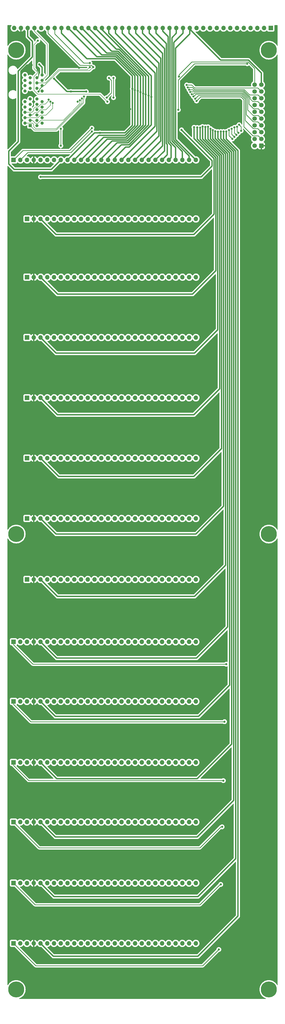
<source format=gbr>
%TF.GenerationSoftware,KiCad,Pcbnew,(6.0.0-0)*%
%TF.CreationDate,2022-06-01T15:30:01-04:00*%
%TF.ProjectId,cpu-input-output-control,6370752d-696e-4707-9574-2d6f75747075,rev?*%
%TF.SameCoordinates,Original*%
%TF.FileFunction,Copper,L2,Bot*%
%TF.FilePolarity,Positive*%
%FSLAX46Y46*%
G04 Gerber Fmt 4.6, Leading zero omitted, Abs format (unit mm)*
G04 Created by KiCad (PCBNEW (6.0.0-0)) date 2022-06-01 15:30:01*
%MOMM*%
%LPD*%
G01*
G04 APERTURE LIST*
G04 Aperture macros list*
%AMRoundRect*
0 Rectangle with rounded corners*
0 $1 Rounding radius*
0 $2 $3 $4 $5 $6 $7 $8 $9 X,Y pos of 4 corners*
0 Add a 4 corners polygon primitive as box body*
4,1,4,$2,$3,$4,$5,$6,$7,$8,$9,$2,$3,0*
0 Add four circle primitives for the rounded corners*
1,1,$1+$1,$2,$3*
1,1,$1+$1,$4,$5*
1,1,$1+$1,$6,$7*
1,1,$1+$1,$8,$9*
0 Add four rect primitives between the rounded corners*
20,1,$1+$1,$2,$3,$4,$5,0*
20,1,$1+$1,$4,$5,$6,$7,0*
20,1,$1+$1,$6,$7,$8,$9,0*
20,1,$1+$1,$8,$9,$2,$3,0*%
G04 Aperture macros list end*
%TA.AperFunction,ComponentPad*%
%ADD10R,1.700000X1.700000*%
%TD*%
%TA.AperFunction,ComponentPad*%
%ADD11O,1.700000X1.700000*%
%TD*%
%TA.AperFunction,ComponentPad*%
%ADD12C,0.800000*%
%TD*%
%TA.AperFunction,ComponentPad*%
%ADD13C,6.000000*%
%TD*%
%TA.AperFunction,ComponentPad*%
%ADD14C,1.208000*%
%TD*%
%TA.AperFunction,ComponentPad*%
%ADD15R,1.208000X1.208000*%
%TD*%
%TA.AperFunction,ComponentPad*%
%ADD16RoundRect,0.250000X0.600000X0.600000X-0.600000X0.600000X-0.600000X-0.600000X0.600000X-0.600000X0*%
%TD*%
%TA.AperFunction,ComponentPad*%
%ADD17C,1.700000*%
%TD*%
%TA.AperFunction,ViaPad*%
%ADD18C,0.800000*%
%TD*%
%TA.AperFunction,Conductor*%
%ADD19C,0.250000*%
%TD*%
%TA.AperFunction,Conductor*%
%ADD20C,0.500000*%
%TD*%
%TA.AperFunction,Conductor*%
%ADD21C,0.200000*%
%TD*%
G04 APERTURE END LIST*
D10*
%TO.P,J3,1,Pin_1*%
%TO.N,~{IRQ7}*%
X147828000Y-90506000D03*
D11*
%TO.P,J3,2,Pin_2*%
%TO.N,~{IRQ6}*%
X145288000Y-90506000D03*
%TO.P,J3,3,Pin_3*%
%TO.N,~{IRQ5}*%
X142748000Y-90506000D03*
%TO.P,J3,4,Pin_4*%
%TO.N,~{IRQ4}*%
X140208000Y-90506000D03*
%TO.P,J3,5,Pin_5*%
%TO.N,~{IRQ3}*%
X137668000Y-90506000D03*
%TO.P,J3,6,Pin_6*%
%TO.N,~{IRQ2}*%
X135128000Y-90506000D03*
%TO.P,J3,7,Pin_7*%
%TO.N,~{IRQ1}*%
X132588000Y-90506000D03*
%TO.P,J3,8,Pin_8*%
%TO.N,~{IRQ0}*%
X130048000Y-90506000D03*
%TO.P,J3,9,Pin_9*%
%TO.N,A0*%
X127508000Y-90506000D03*
%TO.P,J3,10,Pin_10*%
%TO.N,A1*%
X124968000Y-90506000D03*
%TO.P,J3,11,Pin_11*%
%TO.N,A2*%
X122428000Y-90506000D03*
%TO.P,J3,12,Pin_12*%
%TO.N,A3*%
X119888000Y-90506000D03*
%TO.P,J3,13,Pin_13*%
%TO.N,A4*%
X117348000Y-90506000D03*
%TO.P,J3,14,Pin_14*%
%TO.N,A5*%
X114808000Y-90506000D03*
%TO.P,J3,15,Pin_15*%
%TO.N,A6*%
X112268000Y-90506000D03*
%TO.P,J3,16,Pin_16*%
%TO.N,A7*%
X109728000Y-90506000D03*
%TO.P,J3,17,Pin_17*%
%TO.N,A8*%
X107188000Y-90506000D03*
%TO.P,J3,18,Pin_18*%
%TO.N,A9*%
X104648000Y-90506000D03*
%TO.P,J3,19,Pin_19*%
%TO.N,A10*%
X102108000Y-90506000D03*
%TO.P,J3,20,Pin_20*%
%TO.N,A11*%
X99568000Y-90506000D03*
%TO.P,J3,21,Pin_21*%
%TO.N,A12*%
X97028000Y-90506000D03*
%TO.P,J3,22,Pin_22*%
%TO.N,A13*%
X94488000Y-90506000D03*
%TO.P,J3,23,Pin_23*%
%TO.N,A14*%
X91948000Y-90506000D03*
%TO.P,J3,24,Pin_24*%
%TO.N,A15*%
X89408000Y-90506000D03*
%TO.P,J3,25,Pin_25*%
%TO.N,BUS0*%
X86868000Y-90506000D03*
%TO.P,J3,26,Pin_26*%
%TO.N,BUS1*%
X84328000Y-90506000D03*
%TO.P,J3,27,Pin_27*%
%TO.N,BUS2*%
X81788000Y-90506000D03*
%TO.P,J3,28,Pin_28*%
%TO.N,BUS3*%
X79248000Y-90506000D03*
%TO.P,J3,29,Pin_29*%
%TO.N,BUS4*%
X76708000Y-90506000D03*
%TO.P,J3,30,Pin_30*%
%TO.N,BUS5*%
X74168000Y-90506000D03*
%TO.P,J3,31,Pin_31*%
%TO.N,BUS6*%
X71628000Y-90506000D03*
%TO.P,J3,32,Pin_32*%
%TO.N,BUS7*%
X69088000Y-90506000D03*
%TO.P,J3,33,Pin_33*%
%TO.N,~{READ}*%
X66548000Y-90506000D03*
%TO.P,J3,34,Pin_34*%
%TO.N,~{WRITE}*%
X64008000Y-90506000D03*
%TO.P,J3,35,Pin_35*%
%TO.N,~{IO_REQUEST}*%
X61468000Y-90506000D03*
%TO.P,J3,36,Pin_36*%
%TO.N,~{MEM_REQUEST}*%
X58928000Y-90506000D03*
%TO.P,J3,37,Pin_37*%
%TO.N,CLOCK*%
X56388000Y-90506000D03*
%TO.P,J3,38,Pin_38*%
%TO.N,GND*%
X53848000Y-90506000D03*
%TO.P,J3,39,Pin_39*%
%TO.N,VCC*%
X51308000Y-90506000D03*
%TD*%
D12*
%TO.P,REF\u002A\u002A,1*%
%TO.N,N/C*%
X145475010Y-281752990D03*
X149316000Y-280162000D03*
X147066000Y-282412000D03*
X147066000Y-277912000D03*
X148656990Y-278571010D03*
X148656990Y-281752990D03*
X145475010Y-278571010D03*
D13*
X147066000Y-280162000D03*
D12*
X144816000Y-280162000D03*
%TD*%
%TO.P,REF\u002A\u002A,1*%
%TO.N,N/C*%
X50479010Y-281752990D03*
X54320000Y-280162000D03*
X52070000Y-282412000D03*
X52070000Y-277912000D03*
X53660990Y-278571010D03*
X53660990Y-281752990D03*
X50479010Y-278571010D03*
D13*
X52070000Y-280162000D03*
D12*
X49820000Y-280162000D03*
%TD*%
%TO.P,REF\u002A\u002A,1*%
%TO.N,N/C*%
X145475010Y-452440990D03*
X149316000Y-450850000D03*
X147066000Y-453100000D03*
X147066000Y-448600000D03*
X148656990Y-449259010D03*
X148656990Y-452440990D03*
X145475010Y-449259010D03*
D13*
X147066000Y-450850000D03*
D12*
X144816000Y-450850000D03*
%TD*%
%TO.P,REF\u002A\u002A,1*%
%TO.N,N/C*%
X50479010Y-452440990D03*
X54320000Y-450850000D03*
X52070000Y-453100000D03*
X52070000Y-448600000D03*
X53660990Y-449259010D03*
X53660990Y-452440990D03*
X50479010Y-449259010D03*
D13*
X52070000Y-450850000D03*
D12*
X49820000Y-450850000D03*
%TD*%
%TO.P,REF\u002A\u002A,1*%
%TO.N,N/C*%
X50479010Y-100396990D03*
X54320000Y-98806000D03*
X52070000Y-101056000D03*
X52070000Y-96556000D03*
X53660990Y-97215010D03*
X53660990Y-100396990D03*
X50479010Y-97215010D03*
D13*
X52070000Y-98806000D03*
D12*
X49820000Y-98806000D03*
%TD*%
D13*
%TO.P,REF\u002A\u002A,1*%
%TO.N,N/C*%
X147066000Y-98806000D03*
D12*
X149316000Y-98806000D03*
X148656990Y-100396990D03*
X147066000Y-101056000D03*
X145475010Y-100396990D03*
X144816000Y-98806000D03*
X145475010Y-97215010D03*
X147066000Y-96556000D03*
X148656990Y-97215010D03*
%TD*%
D10*
%TO.P,J18,1,Pin_1*%
%TO.N,~{IRQ0}*%
X51054000Y-433578000D03*
D11*
%TO.P,J18,2,Pin_2*%
%TO.N,unconnected-(J18-Pad2)*%
X53594000Y-433578000D03*
%TO.P,J18,3,Pin_3*%
%TO.N,VCC*%
X56134000Y-433578000D03*
%TO.P,J18,4,Pin_4*%
%TO.N,GND*%
X58674000Y-433578000D03*
%TO.P,J18,5,Pin_5*%
%TO.N,~{PORT0_EN}*%
X61214000Y-433578000D03*
%TO.P,J18,6,Pin_6*%
%TO.N,~{READ}*%
X63754000Y-433578000D03*
%TO.P,J18,7,Pin_7*%
%TO.N,~{WRITE}*%
X66294000Y-433578000D03*
%TO.P,J18,8,Pin_8*%
%TO.N,CLOCK*%
X68834000Y-433578000D03*
%TO.P,J18,9,Pin_9*%
%TO.N,BUS7*%
X71374000Y-433578000D03*
%TO.P,J18,10,Pin_10*%
%TO.N,BUS6*%
X73914000Y-433578000D03*
%TO.P,J18,11,Pin_11*%
%TO.N,BUS5*%
X76454000Y-433578000D03*
%TO.P,J18,12,Pin_12*%
%TO.N,BUS4*%
X78994000Y-433578000D03*
%TO.P,J18,13,Pin_13*%
%TO.N,BUS3*%
X81534000Y-433578000D03*
%TO.P,J18,14,Pin_14*%
%TO.N,BUS2*%
X84074000Y-433578000D03*
%TO.P,J18,15,Pin_15*%
%TO.N,BUS1*%
X86614000Y-433578000D03*
%TO.P,J18,16,Pin_16*%
%TO.N,BUS0*%
X89154000Y-433578000D03*
%TO.P,J18,17,Pin_17*%
%TO.N,A15*%
X91694000Y-433578000D03*
%TO.P,J18,18,Pin_18*%
%TO.N,A14*%
X94234000Y-433578000D03*
%TO.P,J18,19,Pin_19*%
%TO.N,A13*%
X96774000Y-433578000D03*
%TO.P,J18,20,Pin_20*%
%TO.N,A12*%
X99314000Y-433578000D03*
%TO.P,J18,21,Pin_21*%
%TO.N,A11*%
X101854000Y-433578000D03*
%TO.P,J18,22,Pin_22*%
%TO.N,A10*%
X104394000Y-433578000D03*
%TO.P,J18,23,Pin_23*%
%TO.N,A9*%
X106934000Y-433578000D03*
%TO.P,J18,24,Pin_24*%
%TO.N,A8*%
X109474000Y-433578000D03*
%TO.P,J18,25,Pin_25*%
%TO.N,A7*%
X112014000Y-433578000D03*
%TO.P,J18,26,Pin_26*%
%TO.N,A6*%
X114554000Y-433578000D03*
%TO.P,J18,27,Pin_27*%
%TO.N,A5*%
X117094000Y-433578000D03*
%TO.P,J18,28,Pin_28*%
%TO.N,A4*%
X119634000Y-433578000D03*
%TD*%
D10*
%TO.P,J16,1,Pin_1*%
%TO.N,~{IRQ1}*%
X51054000Y-410972000D03*
D11*
%TO.P,J16,2,Pin_2*%
%TO.N,unconnected-(J16-Pad2)*%
X53594000Y-410972000D03*
%TO.P,J16,3,Pin_3*%
%TO.N,VCC*%
X56134000Y-410972000D03*
%TO.P,J16,4,Pin_4*%
%TO.N,GND*%
X58674000Y-410972000D03*
%TO.P,J16,5,Pin_5*%
%TO.N,~{PORT1_EN}*%
X61214000Y-410972000D03*
%TO.P,J16,6,Pin_6*%
%TO.N,~{READ}*%
X63754000Y-410972000D03*
%TO.P,J16,7,Pin_7*%
%TO.N,~{WRITE}*%
X66294000Y-410972000D03*
%TO.P,J16,8,Pin_8*%
%TO.N,CLOCK*%
X68834000Y-410972000D03*
%TO.P,J16,9,Pin_9*%
%TO.N,BUS7*%
X71374000Y-410972000D03*
%TO.P,J16,10,Pin_10*%
%TO.N,BUS6*%
X73914000Y-410972000D03*
%TO.P,J16,11,Pin_11*%
%TO.N,BUS5*%
X76454000Y-410972000D03*
%TO.P,J16,12,Pin_12*%
%TO.N,BUS4*%
X78994000Y-410972000D03*
%TO.P,J16,13,Pin_13*%
%TO.N,BUS3*%
X81534000Y-410972000D03*
%TO.P,J16,14,Pin_14*%
%TO.N,BUS2*%
X84074000Y-410972000D03*
%TO.P,J16,15,Pin_15*%
%TO.N,BUS1*%
X86614000Y-410972000D03*
%TO.P,J16,16,Pin_16*%
%TO.N,BUS0*%
X89154000Y-410972000D03*
%TO.P,J16,17,Pin_17*%
%TO.N,A15*%
X91694000Y-410972000D03*
%TO.P,J16,18,Pin_18*%
%TO.N,A14*%
X94234000Y-410972000D03*
%TO.P,J16,19,Pin_19*%
%TO.N,A13*%
X96774000Y-410972000D03*
%TO.P,J16,20,Pin_20*%
%TO.N,A12*%
X99314000Y-410972000D03*
%TO.P,J16,21,Pin_21*%
%TO.N,A11*%
X101854000Y-410972000D03*
%TO.P,J16,22,Pin_22*%
%TO.N,A10*%
X104394000Y-410972000D03*
%TO.P,J16,23,Pin_23*%
%TO.N,A9*%
X106934000Y-410972000D03*
%TO.P,J16,24,Pin_24*%
%TO.N,A8*%
X109474000Y-410972000D03*
%TO.P,J16,25,Pin_25*%
%TO.N,A7*%
X112014000Y-410972000D03*
%TO.P,J16,26,Pin_26*%
%TO.N,A6*%
X114554000Y-410972000D03*
%TO.P,J16,27,Pin_27*%
%TO.N,A5*%
X117094000Y-410972000D03*
%TO.P,J16,28,Pin_28*%
%TO.N,A4*%
X119634000Y-410972000D03*
%TD*%
D10*
%TO.P,J14,1,Pin_1*%
%TO.N,~{IRQ2}*%
X51054000Y-388112000D03*
D11*
%TO.P,J14,2,Pin_2*%
%TO.N,unconnected-(J14-Pad2)*%
X53594000Y-388112000D03*
%TO.P,J14,3,Pin_3*%
%TO.N,VCC*%
X56134000Y-388112000D03*
%TO.P,J14,4,Pin_4*%
%TO.N,GND*%
X58674000Y-388112000D03*
%TO.P,J14,5,Pin_5*%
%TO.N,~{PORT2_EN}*%
X61214000Y-388112000D03*
%TO.P,J14,6,Pin_6*%
%TO.N,~{READ}*%
X63754000Y-388112000D03*
%TO.P,J14,7,Pin_7*%
%TO.N,~{WRITE}*%
X66294000Y-388112000D03*
%TO.P,J14,8,Pin_8*%
%TO.N,CLOCK*%
X68834000Y-388112000D03*
%TO.P,J14,9,Pin_9*%
%TO.N,BUS7*%
X71374000Y-388112000D03*
%TO.P,J14,10,Pin_10*%
%TO.N,BUS6*%
X73914000Y-388112000D03*
%TO.P,J14,11,Pin_11*%
%TO.N,BUS5*%
X76454000Y-388112000D03*
%TO.P,J14,12,Pin_12*%
%TO.N,BUS4*%
X78994000Y-388112000D03*
%TO.P,J14,13,Pin_13*%
%TO.N,BUS3*%
X81534000Y-388112000D03*
%TO.P,J14,14,Pin_14*%
%TO.N,BUS2*%
X84074000Y-388112000D03*
%TO.P,J14,15,Pin_15*%
%TO.N,BUS1*%
X86614000Y-388112000D03*
%TO.P,J14,16,Pin_16*%
%TO.N,BUS0*%
X89154000Y-388112000D03*
%TO.P,J14,17,Pin_17*%
%TO.N,A15*%
X91694000Y-388112000D03*
%TO.P,J14,18,Pin_18*%
%TO.N,A14*%
X94234000Y-388112000D03*
%TO.P,J14,19,Pin_19*%
%TO.N,A13*%
X96774000Y-388112000D03*
%TO.P,J14,20,Pin_20*%
%TO.N,A12*%
X99314000Y-388112000D03*
%TO.P,J14,21,Pin_21*%
%TO.N,A11*%
X101854000Y-388112000D03*
%TO.P,J14,22,Pin_22*%
%TO.N,A10*%
X104394000Y-388112000D03*
%TO.P,J14,23,Pin_23*%
%TO.N,A9*%
X106934000Y-388112000D03*
%TO.P,J14,24,Pin_24*%
%TO.N,A8*%
X109474000Y-388112000D03*
%TO.P,J14,25,Pin_25*%
%TO.N,A7*%
X112014000Y-388112000D03*
%TO.P,J14,26,Pin_26*%
%TO.N,A6*%
X114554000Y-388112000D03*
%TO.P,J14,27,Pin_27*%
%TO.N,A5*%
X117094000Y-388112000D03*
%TO.P,J14,28,Pin_28*%
%TO.N,A4*%
X119634000Y-388112000D03*
%TD*%
D10*
%TO.P,J11,1,Pin_1*%
%TO.N,~{IRQ3}*%
X51054000Y-365760000D03*
D11*
%TO.P,J11,2,Pin_2*%
%TO.N,unconnected-(J11-Pad2)*%
X53594000Y-365760000D03*
%TO.P,J11,3,Pin_3*%
%TO.N,VCC*%
X56134000Y-365760000D03*
%TO.P,J11,4,Pin_4*%
%TO.N,GND*%
X58674000Y-365760000D03*
%TO.P,J11,5,Pin_5*%
%TO.N,~{PORT3_EN}*%
X61214000Y-365760000D03*
%TO.P,J11,6,Pin_6*%
%TO.N,~{READ}*%
X63754000Y-365760000D03*
%TO.P,J11,7,Pin_7*%
%TO.N,~{WRITE}*%
X66294000Y-365760000D03*
%TO.P,J11,8,Pin_8*%
%TO.N,CLOCK*%
X68834000Y-365760000D03*
%TO.P,J11,9,Pin_9*%
%TO.N,BUS7*%
X71374000Y-365760000D03*
%TO.P,J11,10,Pin_10*%
%TO.N,BUS6*%
X73914000Y-365760000D03*
%TO.P,J11,11,Pin_11*%
%TO.N,BUS5*%
X76454000Y-365760000D03*
%TO.P,J11,12,Pin_12*%
%TO.N,BUS4*%
X78994000Y-365760000D03*
%TO.P,J11,13,Pin_13*%
%TO.N,BUS3*%
X81534000Y-365760000D03*
%TO.P,J11,14,Pin_14*%
%TO.N,BUS2*%
X84074000Y-365760000D03*
%TO.P,J11,15,Pin_15*%
%TO.N,BUS1*%
X86614000Y-365760000D03*
%TO.P,J11,16,Pin_16*%
%TO.N,BUS0*%
X89154000Y-365760000D03*
%TO.P,J11,17,Pin_17*%
%TO.N,A15*%
X91694000Y-365760000D03*
%TO.P,J11,18,Pin_18*%
%TO.N,A14*%
X94234000Y-365760000D03*
%TO.P,J11,19,Pin_19*%
%TO.N,A13*%
X96774000Y-365760000D03*
%TO.P,J11,20,Pin_20*%
%TO.N,A12*%
X99314000Y-365760000D03*
%TO.P,J11,21,Pin_21*%
%TO.N,A11*%
X101854000Y-365760000D03*
%TO.P,J11,22,Pin_22*%
%TO.N,A10*%
X104394000Y-365760000D03*
%TO.P,J11,23,Pin_23*%
%TO.N,A9*%
X106934000Y-365760000D03*
%TO.P,J11,24,Pin_24*%
%TO.N,A8*%
X109474000Y-365760000D03*
%TO.P,J11,25,Pin_25*%
%TO.N,A7*%
X112014000Y-365760000D03*
%TO.P,J11,26,Pin_26*%
%TO.N,A6*%
X114554000Y-365760000D03*
%TO.P,J11,27,Pin_27*%
%TO.N,A5*%
X117094000Y-365760000D03*
%TO.P,J11,28,Pin_28*%
%TO.N,A4*%
X119634000Y-365760000D03*
%TD*%
D10*
%TO.P,J8,1,Pin_1*%
%TO.N,~{IRQ4}*%
X51054000Y-342900000D03*
D11*
%TO.P,J8,2,Pin_2*%
%TO.N,unconnected-(J8-Pad2)*%
X53594000Y-342900000D03*
%TO.P,J8,3,Pin_3*%
%TO.N,VCC*%
X56134000Y-342900000D03*
%TO.P,J8,4,Pin_4*%
%TO.N,GND*%
X58674000Y-342900000D03*
%TO.P,J8,5,Pin_5*%
%TO.N,~{PORT4_EN}*%
X61214000Y-342900000D03*
%TO.P,J8,6,Pin_6*%
%TO.N,~{READ}*%
X63754000Y-342900000D03*
%TO.P,J8,7,Pin_7*%
%TO.N,~{WRITE}*%
X66294000Y-342900000D03*
%TO.P,J8,8,Pin_8*%
%TO.N,CLOCK*%
X68834000Y-342900000D03*
%TO.P,J8,9,Pin_9*%
%TO.N,BUS7*%
X71374000Y-342900000D03*
%TO.P,J8,10,Pin_10*%
%TO.N,BUS6*%
X73914000Y-342900000D03*
%TO.P,J8,11,Pin_11*%
%TO.N,BUS5*%
X76454000Y-342900000D03*
%TO.P,J8,12,Pin_12*%
%TO.N,BUS4*%
X78994000Y-342900000D03*
%TO.P,J8,13,Pin_13*%
%TO.N,BUS3*%
X81534000Y-342900000D03*
%TO.P,J8,14,Pin_14*%
%TO.N,BUS2*%
X84074000Y-342900000D03*
%TO.P,J8,15,Pin_15*%
%TO.N,BUS1*%
X86614000Y-342900000D03*
%TO.P,J8,16,Pin_16*%
%TO.N,BUS0*%
X89154000Y-342900000D03*
%TO.P,J8,17,Pin_17*%
%TO.N,A15*%
X91694000Y-342900000D03*
%TO.P,J8,18,Pin_18*%
%TO.N,A14*%
X94234000Y-342900000D03*
%TO.P,J8,19,Pin_19*%
%TO.N,A13*%
X96774000Y-342900000D03*
%TO.P,J8,20,Pin_20*%
%TO.N,A12*%
X99314000Y-342900000D03*
%TO.P,J8,21,Pin_21*%
%TO.N,A11*%
X101854000Y-342900000D03*
%TO.P,J8,22,Pin_22*%
%TO.N,A10*%
X104394000Y-342900000D03*
%TO.P,J8,23,Pin_23*%
%TO.N,A9*%
X106934000Y-342900000D03*
%TO.P,J8,24,Pin_24*%
%TO.N,A8*%
X109474000Y-342900000D03*
%TO.P,J8,25,Pin_25*%
%TO.N,A7*%
X112014000Y-342900000D03*
%TO.P,J8,26,Pin_26*%
%TO.N,A6*%
X114554000Y-342900000D03*
%TO.P,J8,27,Pin_27*%
%TO.N,A5*%
X117094000Y-342900000D03*
%TO.P,J8,28,Pin_28*%
%TO.N,A4*%
X119634000Y-342900000D03*
%TD*%
D10*
%TO.P,J6,1,Pin_1*%
%TO.N,~{IRQ5}*%
X51069000Y-139929000D03*
D11*
%TO.P,J6,2,Pin_2*%
%TO.N,~{IRQ6}*%
X53609000Y-139929000D03*
%TO.P,J6,3,Pin_3*%
%TO.N,VCC*%
X56149000Y-139929000D03*
%TO.P,J6,4,Pin_4*%
%TO.N,GND*%
X58689000Y-139929000D03*
%TO.P,J6,5,Pin_5*%
%TO.N,~{PORT6_EN}*%
X61229000Y-139929000D03*
%TO.P,J6,6,Pin_6*%
%TO.N,~{READ}*%
X63769000Y-139929000D03*
%TO.P,J6,7,Pin_7*%
%TO.N,~{WRITE}*%
X66309000Y-139929000D03*
%TO.P,J6,8,Pin_8*%
%TO.N,CLOCK*%
X68849000Y-139929000D03*
%TO.P,J6,9,Pin_9*%
%TO.N,BUS7*%
X71389000Y-139929000D03*
%TO.P,J6,10,Pin_10*%
%TO.N,BUS6*%
X73929000Y-139929000D03*
%TO.P,J6,11,Pin_11*%
%TO.N,BUS5*%
X76469000Y-139929000D03*
%TO.P,J6,12,Pin_12*%
%TO.N,BUS4*%
X79009000Y-139929000D03*
%TO.P,J6,13,Pin_13*%
%TO.N,BUS3*%
X81549000Y-139929000D03*
%TO.P,J6,14,Pin_14*%
%TO.N,BUS2*%
X84089000Y-139929000D03*
%TO.P,J6,15,Pin_15*%
%TO.N,BUS1*%
X86629000Y-139929000D03*
%TO.P,J6,16,Pin_16*%
%TO.N,BUS0*%
X89169000Y-139929000D03*
%TO.P,J6,17,Pin_17*%
%TO.N,A15*%
X91709000Y-139929000D03*
%TO.P,J6,18,Pin_18*%
%TO.N,A14*%
X94249000Y-139929000D03*
%TO.P,J6,19,Pin_19*%
%TO.N,A13*%
X96789000Y-139929000D03*
%TO.P,J6,20,Pin_20*%
%TO.N,A12*%
X99329000Y-139929000D03*
%TO.P,J6,21,Pin_21*%
%TO.N,A11*%
X101869000Y-139929000D03*
%TO.P,J6,22,Pin_22*%
%TO.N,A10*%
X104409000Y-139929000D03*
%TO.P,J6,23,Pin_23*%
%TO.N,A9*%
X106949000Y-139929000D03*
%TO.P,J6,24,Pin_24*%
%TO.N,A8*%
X109489000Y-139929000D03*
%TO.P,J6,25,Pin_25*%
%TO.N,A7*%
X112029000Y-139929000D03*
%TO.P,J6,26,Pin_26*%
%TO.N,A6*%
X114569000Y-139929000D03*
%TO.P,J6,27,Pin_27*%
%TO.N,A5*%
X117109000Y-139929000D03*
%TO.P,J6,28,Pin_28*%
%TO.N,A4*%
X119649000Y-139929000D03*
%TD*%
D10*
%TO.P,J2,1,Pin_1*%
%TO.N,~{IRQ7}*%
X51054000Y-320548000D03*
D11*
%TO.P,J2,2,Pin_2*%
%TO.N,unconnected-(J2-Pad2)*%
X53594000Y-320548000D03*
%TO.P,J2,3,Pin_3*%
%TO.N,VCC*%
X56134000Y-320548000D03*
%TO.P,J2,4,Pin_4*%
%TO.N,GND*%
X58674000Y-320548000D03*
%TO.P,J2,5,Pin_5*%
%TO.N,~{PORT7_EN}*%
X61214000Y-320548000D03*
%TO.P,J2,6,Pin_6*%
%TO.N,~{READ}*%
X63754000Y-320548000D03*
%TO.P,J2,7,Pin_7*%
%TO.N,~{WRITE}*%
X66294000Y-320548000D03*
%TO.P,J2,8,Pin_8*%
%TO.N,CLOCK*%
X68834000Y-320548000D03*
%TO.P,J2,9,Pin_9*%
%TO.N,BUS7*%
X71374000Y-320548000D03*
%TO.P,J2,10,Pin_10*%
%TO.N,BUS6*%
X73914000Y-320548000D03*
%TO.P,J2,11,Pin_11*%
%TO.N,BUS5*%
X76454000Y-320548000D03*
%TO.P,J2,12,Pin_12*%
%TO.N,BUS4*%
X78994000Y-320548000D03*
%TO.P,J2,13,Pin_13*%
%TO.N,BUS3*%
X81534000Y-320548000D03*
%TO.P,J2,14,Pin_14*%
%TO.N,BUS2*%
X84074000Y-320548000D03*
%TO.P,J2,15,Pin_15*%
%TO.N,BUS1*%
X86614000Y-320548000D03*
%TO.P,J2,16,Pin_16*%
%TO.N,BUS0*%
X89154000Y-320548000D03*
%TO.P,J2,17,Pin_17*%
%TO.N,A15*%
X91694000Y-320548000D03*
%TO.P,J2,18,Pin_18*%
%TO.N,A14*%
X94234000Y-320548000D03*
%TO.P,J2,19,Pin_19*%
%TO.N,A13*%
X96774000Y-320548000D03*
%TO.P,J2,20,Pin_20*%
%TO.N,A12*%
X99314000Y-320548000D03*
%TO.P,J2,21,Pin_21*%
%TO.N,A11*%
X101854000Y-320548000D03*
%TO.P,J2,22,Pin_22*%
%TO.N,A10*%
X104394000Y-320548000D03*
%TO.P,J2,23,Pin_23*%
%TO.N,A9*%
X106934000Y-320548000D03*
%TO.P,J2,24,Pin_24*%
%TO.N,A8*%
X109474000Y-320548000D03*
%TO.P,J2,25,Pin_25*%
%TO.N,A7*%
X112014000Y-320548000D03*
%TO.P,J2,26,Pin_26*%
%TO.N,A6*%
X114554000Y-320548000D03*
%TO.P,J2,27,Pin_27*%
%TO.N,A5*%
X117094000Y-320548000D03*
%TO.P,J2,28,Pin_28*%
%TO.N,A4*%
X119634000Y-320548000D03*
%TD*%
D10*
%TO.P,J17,1,Pin_1*%
%TO.N,VCC*%
X56159000Y-297180000D03*
D11*
%TO.P,J17,2,Pin_2*%
%TO.N,GND*%
X58699000Y-297180000D03*
%TO.P,J17,3,Pin_3*%
%TO.N,~{PORT8_EN}*%
X61239000Y-297180000D03*
%TO.P,J17,4,Pin_4*%
%TO.N,~{READ}*%
X63779000Y-297180000D03*
%TO.P,J17,5,Pin_5*%
%TO.N,~{WRITE}*%
X66319000Y-297180000D03*
%TO.P,J17,6,Pin_6*%
%TO.N,CLOCK*%
X68859000Y-297180000D03*
%TO.P,J17,7,Pin_7*%
%TO.N,BUS7*%
X71399000Y-297180000D03*
%TO.P,J17,8,Pin_8*%
%TO.N,BUS6*%
X73939000Y-297180000D03*
%TO.P,J17,9,Pin_9*%
%TO.N,BUS5*%
X76479000Y-297180000D03*
%TO.P,J17,10,Pin_10*%
%TO.N,BUS4*%
X79019000Y-297180000D03*
%TO.P,J17,11,Pin_11*%
%TO.N,BUS3*%
X81559000Y-297180000D03*
%TO.P,J17,12,Pin_12*%
%TO.N,BUS2*%
X84099000Y-297180000D03*
%TO.P,J17,13,Pin_13*%
%TO.N,BUS1*%
X86639000Y-297180000D03*
%TO.P,J17,14,Pin_14*%
%TO.N,BUS0*%
X89179000Y-297180000D03*
%TO.P,J17,15,Pin_15*%
%TO.N,A15*%
X91719000Y-297180000D03*
%TO.P,J17,16,Pin_16*%
%TO.N,A14*%
X94259000Y-297180000D03*
%TO.P,J17,17,Pin_17*%
%TO.N,A13*%
X96799000Y-297180000D03*
%TO.P,J17,18,Pin_18*%
%TO.N,A12*%
X99339000Y-297180000D03*
%TO.P,J17,19,Pin_19*%
%TO.N,A11*%
X101879000Y-297180000D03*
%TO.P,J17,20,Pin_20*%
%TO.N,A10*%
X104419000Y-297180000D03*
%TO.P,J17,21,Pin_21*%
%TO.N,A9*%
X106959000Y-297180000D03*
%TO.P,J17,22,Pin_22*%
%TO.N,A8*%
X109499000Y-297180000D03*
%TO.P,J17,23,Pin_23*%
%TO.N,A7*%
X112039000Y-297180000D03*
%TO.P,J17,24,Pin_24*%
%TO.N,A6*%
X114579000Y-297180000D03*
%TO.P,J17,25,Pin_25*%
%TO.N,A5*%
X117119000Y-297180000D03*
%TO.P,J17,26,Pin_26*%
%TO.N,A4*%
X119659000Y-297180000D03*
%TD*%
%TO.P,J15,26,Pin_26*%
%TO.N,A4*%
X119659000Y-274320000D03*
%TO.P,J15,25,Pin_25*%
%TO.N,A5*%
X117119000Y-274320000D03*
%TO.P,J15,24,Pin_24*%
%TO.N,A6*%
X114579000Y-274320000D03*
%TO.P,J15,23,Pin_23*%
%TO.N,A7*%
X112039000Y-274320000D03*
%TO.P,J15,22,Pin_22*%
%TO.N,A8*%
X109499000Y-274320000D03*
%TO.P,J15,21,Pin_21*%
%TO.N,A9*%
X106959000Y-274320000D03*
%TO.P,J15,20,Pin_20*%
%TO.N,A10*%
X104419000Y-274320000D03*
%TO.P,J15,19,Pin_19*%
%TO.N,A11*%
X101879000Y-274320000D03*
%TO.P,J15,18,Pin_18*%
%TO.N,A12*%
X99339000Y-274320000D03*
%TO.P,J15,17,Pin_17*%
%TO.N,A13*%
X96799000Y-274320000D03*
%TO.P,J15,16,Pin_16*%
%TO.N,A14*%
X94259000Y-274320000D03*
%TO.P,J15,15,Pin_15*%
%TO.N,A15*%
X91719000Y-274320000D03*
%TO.P,J15,14,Pin_14*%
%TO.N,BUS0*%
X89179000Y-274320000D03*
%TO.P,J15,13,Pin_13*%
%TO.N,BUS1*%
X86639000Y-274320000D03*
%TO.P,J15,12,Pin_12*%
%TO.N,BUS2*%
X84099000Y-274320000D03*
%TO.P,J15,11,Pin_11*%
%TO.N,BUS3*%
X81559000Y-274320000D03*
%TO.P,J15,10,Pin_10*%
%TO.N,BUS4*%
X79019000Y-274320000D03*
%TO.P,J15,9,Pin_9*%
%TO.N,BUS5*%
X76479000Y-274320000D03*
%TO.P,J15,8,Pin_8*%
%TO.N,BUS6*%
X73939000Y-274320000D03*
%TO.P,J15,7,Pin_7*%
%TO.N,BUS7*%
X71399000Y-274320000D03*
%TO.P,J15,6,Pin_6*%
%TO.N,CLOCK*%
X68859000Y-274320000D03*
%TO.P,J15,5,Pin_5*%
%TO.N,~{WRITE}*%
X66319000Y-274320000D03*
%TO.P,J15,4,Pin_4*%
%TO.N,~{READ}*%
X63779000Y-274320000D03*
%TO.P,J15,3,Pin_3*%
%TO.N,~{PORT9_EN}*%
X61239000Y-274320000D03*
%TO.P,J15,2,Pin_2*%
%TO.N,GND*%
X58699000Y-274320000D03*
D10*
%TO.P,J15,1,Pin_1*%
%TO.N,VCC*%
X56159000Y-274320000D03*
%TD*%
%TO.P,J13,1,Pin_1*%
%TO.N,VCC*%
X56159000Y-251714000D03*
D11*
%TO.P,J13,2,Pin_2*%
%TO.N,GND*%
X58699000Y-251714000D03*
%TO.P,J13,3,Pin_3*%
%TO.N,~{PORT10_EN}*%
X61239000Y-251714000D03*
%TO.P,J13,4,Pin_4*%
%TO.N,~{READ}*%
X63779000Y-251714000D03*
%TO.P,J13,5,Pin_5*%
%TO.N,~{WRITE}*%
X66319000Y-251714000D03*
%TO.P,J13,6,Pin_6*%
%TO.N,CLOCK*%
X68859000Y-251714000D03*
%TO.P,J13,7,Pin_7*%
%TO.N,BUS7*%
X71399000Y-251714000D03*
%TO.P,J13,8,Pin_8*%
%TO.N,BUS6*%
X73939000Y-251714000D03*
%TO.P,J13,9,Pin_9*%
%TO.N,BUS5*%
X76479000Y-251714000D03*
%TO.P,J13,10,Pin_10*%
%TO.N,BUS4*%
X79019000Y-251714000D03*
%TO.P,J13,11,Pin_11*%
%TO.N,BUS3*%
X81559000Y-251714000D03*
%TO.P,J13,12,Pin_12*%
%TO.N,BUS2*%
X84099000Y-251714000D03*
%TO.P,J13,13,Pin_13*%
%TO.N,BUS1*%
X86639000Y-251714000D03*
%TO.P,J13,14,Pin_14*%
%TO.N,BUS0*%
X89179000Y-251714000D03*
%TO.P,J13,15,Pin_15*%
%TO.N,A15*%
X91719000Y-251714000D03*
%TO.P,J13,16,Pin_16*%
%TO.N,A14*%
X94259000Y-251714000D03*
%TO.P,J13,17,Pin_17*%
%TO.N,A13*%
X96799000Y-251714000D03*
%TO.P,J13,18,Pin_18*%
%TO.N,A12*%
X99339000Y-251714000D03*
%TO.P,J13,19,Pin_19*%
%TO.N,A11*%
X101879000Y-251714000D03*
%TO.P,J13,20,Pin_20*%
%TO.N,A10*%
X104419000Y-251714000D03*
%TO.P,J13,21,Pin_21*%
%TO.N,A9*%
X106959000Y-251714000D03*
%TO.P,J13,22,Pin_22*%
%TO.N,A8*%
X109499000Y-251714000D03*
%TO.P,J13,23,Pin_23*%
%TO.N,A7*%
X112039000Y-251714000D03*
%TO.P,J13,24,Pin_24*%
%TO.N,A6*%
X114579000Y-251714000D03*
%TO.P,J13,25,Pin_25*%
%TO.N,A5*%
X117119000Y-251714000D03*
%TO.P,J13,26,Pin_26*%
%TO.N,A4*%
X119659000Y-251714000D03*
%TD*%
D10*
%TO.P,J10,1,Pin_1*%
%TO.N,VCC*%
X56159000Y-229108000D03*
D11*
%TO.P,J10,2,Pin_2*%
%TO.N,GND*%
X58699000Y-229108000D03*
%TO.P,J10,3,Pin_3*%
%TO.N,~{PORT11_EN}*%
X61239000Y-229108000D03*
%TO.P,J10,4,Pin_4*%
%TO.N,~{READ}*%
X63779000Y-229108000D03*
%TO.P,J10,5,Pin_5*%
%TO.N,~{WRITE}*%
X66319000Y-229108000D03*
%TO.P,J10,6,Pin_6*%
%TO.N,CLOCK*%
X68859000Y-229108000D03*
%TO.P,J10,7,Pin_7*%
%TO.N,BUS7*%
X71399000Y-229108000D03*
%TO.P,J10,8,Pin_8*%
%TO.N,BUS6*%
X73939000Y-229108000D03*
%TO.P,J10,9,Pin_9*%
%TO.N,BUS5*%
X76479000Y-229108000D03*
%TO.P,J10,10,Pin_10*%
%TO.N,BUS4*%
X79019000Y-229108000D03*
%TO.P,J10,11,Pin_11*%
%TO.N,BUS3*%
X81559000Y-229108000D03*
%TO.P,J10,12,Pin_12*%
%TO.N,BUS2*%
X84099000Y-229108000D03*
%TO.P,J10,13,Pin_13*%
%TO.N,BUS1*%
X86639000Y-229108000D03*
%TO.P,J10,14,Pin_14*%
%TO.N,BUS0*%
X89179000Y-229108000D03*
%TO.P,J10,15,Pin_15*%
%TO.N,A15*%
X91719000Y-229108000D03*
%TO.P,J10,16,Pin_16*%
%TO.N,A14*%
X94259000Y-229108000D03*
%TO.P,J10,17,Pin_17*%
%TO.N,A13*%
X96799000Y-229108000D03*
%TO.P,J10,18,Pin_18*%
%TO.N,A12*%
X99339000Y-229108000D03*
%TO.P,J10,19,Pin_19*%
%TO.N,A11*%
X101879000Y-229108000D03*
%TO.P,J10,20,Pin_20*%
%TO.N,A10*%
X104419000Y-229108000D03*
%TO.P,J10,21,Pin_21*%
%TO.N,A9*%
X106959000Y-229108000D03*
%TO.P,J10,22,Pin_22*%
%TO.N,A8*%
X109499000Y-229108000D03*
%TO.P,J10,23,Pin_23*%
%TO.N,A7*%
X112039000Y-229108000D03*
%TO.P,J10,24,Pin_24*%
%TO.N,A6*%
X114579000Y-229108000D03*
%TO.P,J10,25,Pin_25*%
%TO.N,A5*%
X117119000Y-229108000D03*
%TO.P,J10,26,Pin_26*%
%TO.N,A4*%
X119659000Y-229108000D03*
%TD*%
D10*
%TO.P,J7,1,Pin_1*%
%TO.N,VCC*%
X56159000Y-206502000D03*
D11*
%TO.P,J7,2,Pin_2*%
%TO.N,GND*%
X58699000Y-206502000D03*
%TO.P,J7,3,Pin_3*%
%TO.N,~{PORT12_EN}*%
X61239000Y-206502000D03*
%TO.P,J7,4,Pin_4*%
%TO.N,~{READ}*%
X63779000Y-206502000D03*
%TO.P,J7,5,Pin_5*%
%TO.N,~{WRITE}*%
X66319000Y-206502000D03*
%TO.P,J7,6,Pin_6*%
%TO.N,CLOCK*%
X68859000Y-206502000D03*
%TO.P,J7,7,Pin_7*%
%TO.N,BUS7*%
X71399000Y-206502000D03*
%TO.P,J7,8,Pin_8*%
%TO.N,BUS6*%
X73939000Y-206502000D03*
%TO.P,J7,9,Pin_9*%
%TO.N,BUS5*%
X76479000Y-206502000D03*
%TO.P,J7,10,Pin_10*%
%TO.N,BUS4*%
X79019000Y-206502000D03*
%TO.P,J7,11,Pin_11*%
%TO.N,BUS3*%
X81559000Y-206502000D03*
%TO.P,J7,12,Pin_12*%
%TO.N,BUS2*%
X84099000Y-206502000D03*
%TO.P,J7,13,Pin_13*%
%TO.N,BUS1*%
X86639000Y-206502000D03*
%TO.P,J7,14,Pin_14*%
%TO.N,BUS0*%
X89179000Y-206502000D03*
%TO.P,J7,15,Pin_15*%
%TO.N,A15*%
X91719000Y-206502000D03*
%TO.P,J7,16,Pin_16*%
%TO.N,A14*%
X94259000Y-206502000D03*
%TO.P,J7,17,Pin_17*%
%TO.N,A13*%
X96799000Y-206502000D03*
%TO.P,J7,18,Pin_18*%
%TO.N,A12*%
X99339000Y-206502000D03*
%TO.P,J7,19,Pin_19*%
%TO.N,A11*%
X101879000Y-206502000D03*
%TO.P,J7,20,Pin_20*%
%TO.N,A10*%
X104419000Y-206502000D03*
%TO.P,J7,21,Pin_21*%
%TO.N,A9*%
X106959000Y-206502000D03*
%TO.P,J7,22,Pin_22*%
%TO.N,A8*%
X109499000Y-206502000D03*
%TO.P,J7,23,Pin_23*%
%TO.N,A7*%
X112039000Y-206502000D03*
%TO.P,J7,24,Pin_24*%
%TO.N,A6*%
X114579000Y-206502000D03*
%TO.P,J7,25,Pin_25*%
%TO.N,A5*%
X117119000Y-206502000D03*
%TO.P,J7,26,Pin_26*%
%TO.N,A4*%
X119659000Y-206502000D03*
%TD*%
D10*
%TO.P,J5,1,Pin_1*%
%TO.N,VCC*%
X56159000Y-183871000D03*
D11*
%TO.P,J5,2,Pin_2*%
%TO.N,GND*%
X58699000Y-183871000D03*
%TO.P,J5,3,Pin_3*%
%TO.N,~{PORT13_EN}*%
X61239000Y-183871000D03*
%TO.P,J5,4,Pin_4*%
%TO.N,~{READ}*%
X63779000Y-183871000D03*
%TO.P,J5,5,Pin_5*%
%TO.N,~{WRITE}*%
X66319000Y-183871000D03*
%TO.P,J5,6,Pin_6*%
%TO.N,CLOCK*%
X68859000Y-183871000D03*
%TO.P,J5,7,Pin_7*%
%TO.N,BUS7*%
X71399000Y-183871000D03*
%TO.P,J5,8,Pin_8*%
%TO.N,BUS6*%
X73939000Y-183871000D03*
%TO.P,J5,9,Pin_9*%
%TO.N,BUS5*%
X76479000Y-183871000D03*
%TO.P,J5,10,Pin_10*%
%TO.N,BUS4*%
X79019000Y-183871000D03*
%TO.P,J5,11,Pin_11*%
%TO.N,BUS3*%
X81559000Y-183871000D03*
%TO.P,J5,12,Pin_12*%
%TO.N,BUS2*%
X84099000Y-183871000D03*
%TO.P,J5,13,Pin_13*%
%TO.N,BUS1*%
X86639000Y-183871000D03*
%TO.P,J5,14,Pin_14*%
%TO.N,BUS0*%
X89179000Y-183871000D03*
%TO.P,J5,15,Pin_15*%
%TO.N,A15*%
X91719000Y-183871000D03*
%TO.P,J5,16,Pin_16*%
%TO.N,A14*%
X94259000Y-183871000D03*
%TO.P,J5,17,Pin_17*%
%TO.N,A13*%
X96799000Y-183871000D03*
%TO.P,J5,18,Pin_18*%
%TO.N,A12*%
X99339000Y-183871000D03*
%TO.P,J5,19,Pin_19*%
%TO.N,A11*%
X101879000Y-183871000D03*
%TO.P,J5,20,Pin_20*%
%TO.N,A10*%
X104419000Y-183871000D03*
%TO.P,J5,21,Pin_21*%
%TO.N,A9*%
X106959000Y-183871000D03*
%TO.P,J5,22,Pin_22*%
%TO.N,A8*%
X109499000Y-183871000D03*
%TO.P,J5,23,Pin_23*%
%TO.N,A7*%
X112039000Y-183871000D03*
%TO.P,J5,24,Pin_24*%
%TO.N,A6*%
X114579000Y-183871000D03*
%TO.P,J5,25,Pin_25*%
%TO.N,A5*%
X117119000Y-183871000D03*
%TO.P,J5,26,Pin_26*%
%TO.N,A4*%
X119659000Y-183871000D03*
%TD*%
D10*
%TO.P,J1,1,Pin_1*%
%TO.N,VCC*%
X56159000Y-162052000D03*
D11*
%TO.P,J1,2,Pin_2*%
%TO.N,GND*%
X58699000Y-162052000D03*
%TO.P,J1,3,Pin_3*%
%TO.N,~{PORT14_EN}*%
X61239000Y-162052000D03*
%TO.P,J1,4,Pin_4*%
%TO.N,~{READ}*%
X63779000Y-162052000D03*
%TO.P,J1,5,Pin_5*%
%TO.N,~{WRITE}*%
X66319000Y-162052000D03*
%TO.P,J1,6,Pin_6*%
%TO.N,CLOCK*%
X68859000Y-162052000D03*
%TO.P,J1,7,Pin_7*%
%TO.N,BUS7*%
X71399000Y-162052000D03*
%TO.P,J1,8,Pin_8*%
%TO.N,BUS6*%
X73939000Y-162052000D03*
%TO.P,J1,9,Pin_9*%
%TO.N,BUS5*%
X76479000Y-162052000D03*
%TO.P,J1,10,Pin_10*%
%TO.N,BUS4*%
X79019000Y-162052000D03*
%TO.P,J1,11,Pin_11*%
%TO.N,BUS3*%
X81559000Y-162052000D03*
%TO.P,J1,12,Pin_12*%
%TO.N,BUS2*%
X84099000Y-162052000D03*
%TO.P,J1,13,Pin_13*%
%TO.N,BUS1*%
X86639000Y-162052000D03*
%TO.P,J1,14,Pin_14*%
%TO.N,BUS0*%
X89179000Y-162052000D03*
%TO.P,J1,15,Pin_15*%
%TO.N,A15*%
X91719000Y-162052000D03*
%TO.P,J1,16,Pin_16*%
%TO.N,A14*%
X94259000Y-162052000D03*
%TO.P,J1,17,Pin_17*%
%TO.N,A13*%
X96799000Y-162052000D03*
%TO.P,J1,18,Pin_18*%
%TO.N,A12*%
X99339000Y-162052000D03*
%TO.P,J1,19,Pin_19*%
%TO.N,A11*%
X101879000Y-162052000D03*
%TO.P,J1,20,Pin_20*%
%TO.N,A10*%
X104419000Y-162052000D03*
%TO.P,J1,21,Pin_21*%
%TO.N,A9*%
X106959000Y-162052000D03*
%TO.P,J1,22,Pin_22*%
%TO.N,A8*%
X109499000Y-162052000D03*
%TO.P,J1,23,Pin_23*%
%TO.N,A7*%
X112039000Y-162052000D03*
%TO.P,J1,24,Pin_24*%
%TO.N,A6*%
X114579000Y-162052000D03*
%TO.P,J1,25,Pin_25*%
%TO.N,A5*%
X117119000Y-162052000D03*
%TO.P,J1,26,Pin_26*%
%TO.N,A4*%
X119659000Y-162052000D03*
%TD*%
D14*
%TO.P,J9,B18,B18*%
%TO.N,VCC*%
X61836000Y-108102000D03*
%TO.P,J9,B17,B17*%
%TO.N,GND*%
X59836000Y-109102000D03*
%TO.P,J9,B16,B16*%
%TO.N,~{MEM_REQUEST}*%
X61836000Y-110102000D03*
%TO.P,J9,B15,B15*%
%TO.N,~{READ}*%
X59836000Y-111102000D03*
%TO.P,J9,B14,B14*%
%TO.N,~{WRITE}*%
X61836000Y-112102000D03*
%TO.P,J9,B13,B13*%
%TO.N,unconnected-(J9-PadB13)*%
X59836000Y-113102000D03*
%TO.P,J9,B12,B12*%
%TO.N,unconnected-(J9-PadB12)*%
X61836000Y-114102000D03*
%TO.P,J9,B11,B11*%
%TO.N,unconnected-(J9-PadB11)*%
X59836000Y-117102000D03*
%TO.P,J9,B10,B10*%
%TO.N,unconnected-(J9-PadB10)*%
X61836000Y-118102000D03*
%TO.P,J9,B09,B9*%
%TO.N,unconnected-(J9-PadB09)*%
X59836000Y-119102000D03*
%TO.P,J9,B08,B8*%
%TO.N,BUS7*%
X61836000Y-120102000D03*
%TO.P,J9,B07,B7*%
%TO.N,BUS6*%
X59836000Y-121102000D03*
%TO.P,J9,B06,B6*%
%TO.N,BUS5*%
X61836000Y-122102000D03*
%TO.P,J9,B05,B5*%
%TO.N,BUS4*%
X59836000Y-123102000D03*
%TO.P,J9,B04,B4*%
%TO.N,BUS3*%
X61836000Y-124102000D03*
%TO.P,J9,B03,B3*%
%TO.N,BUS2*%
X59836000Y-125102000D03*
%TO.P,J9,B02,B2*%
%TO.N,BUS1*%
X61836000Y-126102000D03*
%TO.P,J9,B01,B1*%
%TO.N,BUS0*%
X59836000Y-127102000D03*
%TO.P,J9,A18,A18*%
%TO.N,unconnected-(J9-PadA18)*%
X55336000Y-108102000D03*
%TO.P,J9,A17,A17*%
%TO.N,unconnected-(J9-PadA17)*%
X57336000Y-109102000D03*
%TO.P,J9,A16,A16*%
%TO.N,A15*%
X55336000Y-110102000D03*
%TO.P,J9,A15,A15*%
%TO.N,A14*%
X57336000Y-111102000D03*
%TO.P,J9,A14,A14*%
%TO.N,A13*%
X55336000Y-112102000D03*
%TO.P,J9,A13,A13*%
%TO.N,A12*%
X57336000Y-113102000D03*
%TO.P,J9,A12,A12*%
%TO.N,A11*%
X55336000Y-114102000D03*
%TO.P,J9,A11,A11*%
%TO.N,A10*%
X57336000Y-117102000D03*
%TO.P,J9,A10,A10*%
%TO.N,A9*%
X55336000Y-118102000D03*
%TO.P,J9,A09,A9*%
%TO.N,A8*%
X57336000Y-119102000D03*
%TO.P,J9,A08,A8*%
%TO.N,A7*%
X55336000Y-120102000D03*
%TO.P,J9,A07,A7*%
%TO.N,A6*%
X57336000Y-121102000D03*
%TO.P,J9,A06,A6*%
%TO.N,A5*%
X55336000Y-122102000D03*
%TO.P,J9,A05,A5*%
%TO.N,A4*%
X57336000Y-123102000D03*
%TO.P,J9,A04,A4*%
%TO.N,A3*%
X55336000Y-124102000D03*
%TO.P,J9,A03,A3*%
%TO.N,A2*%
X57336000Y-125102000D03*
%TO.P,J9,A02,A2*%
%TO.N,A1*%
X55336000Y-126102000D03*
D15*
%TO.P,J9,A01,A1*%
%TO.N,A0*%
X57336000Y-127102000D03*
%TD*%
D16*
%TO.P,J12,1,Pin_1*%
%TO.N,GND*%
X144262500Y-134620000D03*
D17*
%TO.P,J12,3,Pin_3*%
%TO.N,BUS0*%
X144262500Y-132080000D03*
%TO.P,J12,5,Pin_5*%
%TO.N,BUS1*%
X144262500Y-129540000D03*
%TO.P,J12,7,Pin_7*%
%TO.N,BUS2*%
X144262500Y-127000000D03*
%TO.P,J12,9,Pin_9*%
%TO.N,BUS3*%
X144262500Y-124460000D03*
%TO.P,J12,11,Pin_11*%
%TO.N,BUS4*%
X144262500Y-121920000D03*
%TO.P,J12,13,Pin_13*%
%TO.N,BUS5*%
X144262500Y-119380000D03*
%TO.P,J12,15,Pin_15*%
%TO.N,BUS6*%
X144262500Y-116840000D03*
%TO.P,J12,17,Pin_17*%
%TO.N,BUS7*%
X144262500Y-114300000D03*
%TO.P,J12,19,Pin_19*%
%TO.N,A4*%
X144262500Y-111760000D03*
%TO.P,J12,2,Pin_2*%
%TO.N,VCC*%
X141722500Y-134620000D03*
%TO.P,J12,4,Pin_4*%
%TO.N,unconnected-(J12-Pad4)*%
X141722500Y-132080000D03*
%TO.P,J12,6,Pin_6*%
%TO.N,unconnected-(J12-Pad6)*%
X141722500Y-129540000D03*
%TO.P,J12,8,Pin_8*%
%TO.N,unconnected-(J12-Pad8)*%
X141722500Y-127000000D03*
%TO.P,J12,10,Pin_10*%
%TO.N,unconnected-(J12-Pad10)*%
X141722500Y-124460000D03*
%TO.P,J12,12,Pin_12*%
%TO.N,unconnected-(J12-Pad12)*%
X141722500Y-121920000D03*
%TO.P,J12,14,Pin_14*%
%TO.N,unconnected-(J12-Pad14)*%
X141722500Y-119380000D03*
%TO.P,J12,16,Pin_16*%
%TO.N,unconnected-(J12-Pad16)*%
X141722500Y-116840000D03*
%TO.P,J12,18,Pin_18*%
%TO.N,unconnected-(J12-Pad18)*%
X141722500Y-114300000D03*
%TO.P,J12,20,Pin_20*%
%TO.N,Net-(J12-Pad20)*%
X141722500Y-111760000D03*
%TD*%
D18*
%TO.N,GND*%
X57912000Y-104394000D03*
X57912000Y-134874000D03*
X57658000Y-92964000D03*
X56642000Y-101346000D03*
%TO.N,BUS0*%
X102870000Y-116332000D03*
X119888000Y-117856000D03*
%TO.N,BUS1*%
X119333576Y-117024364D03*
X101854000Y-115824000D03*
%TO.N,BUS2*%
X100779552Y-115374448D03*
X118704070Y-116172559D03*
%TO.N,BUS3*%
X118110000Y-115316000D03*
X99822000Y-115062000D03*
%TO.N,BUS4*%
X117549840Y-114488216D03*
X98806000Y-114554000D03*
%TO.N,BUS5*%
X117043534Y-113626438D03*
X97790000Y-114046000D03*
%TO.N,BUS6*%
X116579613Y-112741123D03*
X96704364Y-113745576D03*
%TO.N,BUS7*%
X116176109Y-111826689D03*
X95758000Y-113284000D03*
%TO.N,~{PORT15_EN}*%
X138938000Y-103886000D03*
X113030000Y-121158000D03*
%TO.N,GND*%
X141986000Y-101346000D03*
X75692000Y-105410000D03*
X60173000Y-102591000D03*
%TO.N,VCC*%
X72644000Y-114300000D03*
%TO.N,~{WRITE}*%
X60452000Y-114300000D03*
%TO.N,VCC*%
X60706000Y-104140000D03*
X66294000Y-109474000D03*
X78407000Y-114300000D03*
%TO.N,BUS7*%
X83566000Y-129794000D03*
%TO.N,BUS6*%
X68834000Y-128270000D03*
X68834000Y-134620000D03*
%TO.N,~{PORT6_EN}*%
X61214000Y-146304000D03*
%TO.N,~{IRQ0}*%
X133350000Y-132080000D03*
X128270000Y-435864000D03*
X132080000Y-128778000D03*
%TO.N,~{IRQ1}*%
X134112000Y-131318000D03*
X133096000Y-128270000D03*
X128994500Y-411480000D03*
%TO.N,~{IRQ2}*%
X134874000Y-130556000D03*
X134112000Y-127762000D03*
X129502500Y-389890000D03*
%TO.N,~{IRQ3}*%
X129952011Y-372569629D03*
X135636000Y-129794000D03*
X135128000Y-127508000D03*
%TO.N,~{IRQ4}*%
X136652000Y-129032000D03*
X135890000Y-126746000D03*
X130401522Y-350486451D03*
%TO.N,~{IRQ5}*%
X80518000Y-128016000D03*
%TO.N,~{IRQ6}*%
X80518000Y-129286000D03*
%TO.N,~{IRQ7}*%
X131069003Y-328935003D03*
%TO.N,~{IO_REQUEST}*%
X60198000Y-95250000D03*
X86360000Y-118110000D03*
%TO.N,A0*%
X77557500Y-116164850D03*
%TO.N,A1*%
X76795500Y-116880837D03*
%TO.N,A2*%
X76033500Y-117557499D03*
%TO.N,A3*%
X75184000Y-118117702D03*
X65786000Y-118618000D03*
%TO.N,A4*%
X64954364Y-118063576D03*
%TO.N,A5*%
X64259356Y-117345267D03*
%TO.N,~{READ}*%
X79756000Y-105156000D03*
%TO.N,Net-(J12-Pad20)*%
X113250565Y-108712000D03*
%TO.N,Net-(U1-Pad3)*%
X86979197Y-109229521D03*
X86106000Y-116586000D03*
%TO.N,~{PORT15_EN}*%
X88646000Y-109220000D03*
X88646000Y-116586000D03*
%TO.N,GND*%
X81788000Y-103378000D03*
%TO.N,~{WRITE}*%
X80996000Y-105126000D03*
%TO.N,~{READ}*%
X79756000Y-103632000D03*
%TO.N,GND*%
X68072000Y-102616000D03*
X94908500Y-120904000D03*
%TO.N,~{PORT0_EN}*%
X131064000Y-129286000D03*
%TO.N,~{PORT1_EN}*%
X130048000Y-129286000D03*
%TO.N,~{PORT2_EN}*%
X129032000Y-129286000D03*
%TO.N,~{PORT3_EN}*%
X127911875Y-129335308D03*
%TO.N,~{PORT4_EN}*%
X126920683Y-129206683D03*
%TO.N,~{PORT7_EN}*%
X125987094Y-128780059D03*
%TO.N,~{PORT8_EN}*%
X125155008Y-128226309D03*
%TO.N,~{PORT9_EN}*%
X124206000Y-127508000D03*
%TO.N,~{PORT10_EN}*%
X123207166Y-127544527D03*
%TO.N,~{PORT11_EN}*%
X122134843Y-127415475D03*
%TO.N,~{PORT12_EN}*%
X121227607Y-127834913D03*
%TO.N,~{PORT13_EN}*%
X120142000Y-127762000D03*
%TO.N,~{PORT14_EN}*%
X118944631Y-127689369D03*
%TO.N,~{PORT6_EN}*%
X114247425Y-128678033D03*
%TO.N,GND*%
X57678000Y-178224500D03*
X57678000Y-200830500D03*
X57678000Y-223436500D03*
X57678000Y-246042500D03*
X57678000Y-268648500D03*
X57678000Y-291508500D03*
X57678000Y-314876500D03*
X57678000Y-336974500D03*
X57678000Y-359834500D03*
X57424000Y-381678500D03*
X57678000Y-405300500D03*
X57658000Y-427990000D03*
%TD*%
D19*
%TO.N,GND*%
X59836000Y-109102000D02*
X60439999Y-108498001D01*
X59836000Y-103740000D02*
X60198000Y-103378000D01*
X60439999Y-108498001D02*
X60439999Y-106814524D01*
X60439999Y-106814524D02*
X59836000Y-106210525D01*
X59836000Y-106210525D02*
X59836000Y-103740000D01*
X60198000Y-103378000D02*
X60198000Y-102616000D01*
X60198000Y-102616000D02*
X60173000Y-102591000D01*
D20*
X56107258Y-104394000D02*
X57912000Y-104394000D01*
%TO.N,CLOCK*%
X56388000Y-90506000D02*
X56388000Y-93726000D01*
X51308000Y-143510000D02*
X65268000Y-143510000D01*
X52832000Y-133096000D02*
X49276000Y-136652000D01*
%TO.N,GND*%
X53848000Y-130810000D02*
X53848000Y-106653258D01*
%TO.N,CLOCK*%
X49276000Y-136652000D02*
X49276000Y-141478000D01*
X56388000Y-93726000D02*
X58166000Y-95504000D01*
%TO.N,GND*%
X53848000Y-106653258D02*
X56107258Y-104394000D01*
%TO.N,CLOCK*%
X58166000Y-95504000D02*
X58166000Y-101346000D01*
X58166000Y-101346000D02*
X52832000Y-106680000D01*
X52832000Y-106680000D02*
X52832000Y-133096000D01*
%TO.N,GND*%
X57912000Y-134874000D02*
X53848000Y-130810000D01*
%TO.N,CLOCK*%
X65268000Y-143510000D02*
X68849000Y-139929000D01*
X49276000Y-141478000D02*
X51308000Y-143510000D01*
D21*
%TO.N,~{IO_REQUEST}*%
X58715511Y-96732489D02*
X60198000Y-95250000D01*
X59985511Y-107415614D02*
X59985511Y-106960386D01*
X83566000Y-115316000D02*
X60198000Y-115316000D01*
X58715511Y-108685614D02*
X59985511Y-107415614D01*
X60198000Y-115316000D02*
X58715511Y-113833511D01*
X59985511Y-106960386D02*
X58715511Y-105690386D01*
X58715511Y-105690386D02*
X58715511Y-96732489D01*
X86360000Y-118110000D02*
X83566000Y-115316000D01*
X58715511Y-113833511D02*
X58715511Y-108685614D01*
%TO.N,~{MEM_REQUEST}*%
X61836000Y-110102000D02*
X63754000Y-108184000D01*
X63754000Y-96546755D02*
X58928000Y-91720755D01*
X63754000Y-108184000D02*
X63754000Y-96546755D01*
X58928000Y-91720755D02*
X58928000Y-90506000D01*
D19*
%TO.N,~{WRITE}*%
X80996000Y-105126000D02*
X80301499Y-104431499D01*
X64008000Y-92405518D02*
X64008000Y-90506000D01*
X80301499Y-104431499D02*
X76033981Y-104431499D01*
X76033981Y-104431499D02*
X64008000Y-92405518D01*
%TO.N,~{READ}*%
X66548000Y-90506000D02*
X66548000Y-92710000D01*
X66548000Y-92710000D02*
X77470000Y-103632000D01*
X77470000Y-103632000D02*
X79756000Y-103632000D01*
D20*
%TO.N,BUS7*%
X69088000Y-92456000D02*
X78613009Y-101981009D01*
X92964000Y-129794000D02*
X81524000Y-129794000D01*
X78613009Y-101981009D02*
X89281009Y-101981009D01*
X69088000Y-90506000D02*
X69088000Y-92456000D01*
X89281009Y-101981009D02*
X95758000Y-108458000D01*
X95758000Y-108458000D02*
X95758000Y-127000000D01*
X95758000Y-127000000D02*
X92964000Y-129794000D01*
X81524000Y-129794000D02*
X71389000Y-139929000D01*
%TO.N,BUS6*%
X73929000Y-139929000D02*
X83110490Y-130747510D01*
X83110490Y-130747510D02*
X92999748Y-130747510D01*
X89570746Y-101281489D02*
X82403489Y-101281489D01*
X96686499Y-127060759D02*
X96686499Y-108397242D01*
X92999748Y-130747510D02*
X96686499Y-127060759D01*
X96686499Y-108397242D02*
X89570746Y-101281489D01*
X82403489Y-101281489D02*
X71628000Y-90506000D01*
%TO.N,BUS5*%
X74168000Y-90506000D02*
X84243979Y-100581979D01*
X84243979Y-100581979D02*
X89860494Y-100581979D01*
X89860494Y-100581979D02*
X97790000Y-108511485D01*
X97790000Y-108511485D02*
X97790000Y-114046000D01*
%TO.N,BUS4*%
X79009000Y-139431000D02*
X86293468Y-132146532D01*
X98806000Y-108538228D02*
X90150240Y-99882468D01*
X86293468Y-132146532D02*
X93579240Y-132146532D01*
X93579240Y-132146532D02*
X98806000Y-126919772D01*
X86084468Y-99882468D02*
X76708000Y-90506000D01*
X98806000Y-126919772D02*
X98806000Y-108538228D01*
X79009000Y-139929000D02*
X79009000Y-139431000D01*
X90150240Y-99882468D02*
X86084468Y-99882468D01*
%TO.N,BUS3*%
X79248000Y-90506000D02*
X87924958Y-99182958D01*
X99822000Y-108564970D02*
X99822000Y-115062000D01*
X87924958Y-99182958D02*
X90439988Y-99182958D01*
X90439988Y-99182958D02*
X99822000Y-108564970D01*
%TO.N,BUS2*%
X100779552Y-115374448D02*
X100779552Y-108533264D01*
X100779552Y-108533264D02*
X90729734Y-98483447D01*
X90729734Y-98483447D02*
X89765447Y-98483447D01*
X89765447Y-98483447D02*
X81788000Y-90506000D01*
%TO.N,BUS1*%
X84328000Y-90506000D02*
X84328000Y-91092455D01*
X84328000Y-91092455D02*
X101854000Y-108618455D01*
X101854000Y-108618455D02*
X101854000Y-115824000D01*
%TO.N,BUS0*%
X89169000Y-139929000D02*
X89169000Y-139177000D01*
X89169000Y-139177000D02*
X93218000Y-135128000D01*
X102870000Y-108458000D02*
X86868000Y-92456000D01*
X93218000Y-135128000D02*
X94554812Y-135128000D01*
X102870000Y-126812812D02*
X102870000Y-108458000D01*
X94554812Y-135128000D02*
X102870000Y-126812812D01*
X86868000Y-92456000D02*
X86868000Y-90506000D01*
%TO.N,A15*%
X89408000Y-90506000D02*
X89408000Y-92456000D01*
X104319384Y-127318616D02*
X91709000Y-139929000D01*
X89408000Y-92456000D02*
X104319381Y-107367381D01*
X104319381Y-107367381D02*
X104319384Y-127318616D01*
%TO.N,A14*%
X94249000Y-139929000D02*
X105018895Y-129159105D01*
X105018892Y-105526892D02*
X91948000Y-92456000D01*
X105018895Y-129159105D02*
X105018892Y-105526892D01*
X91948000Y-92456000D02*
X91948000Y-90506000D01*
%TO.N,A13*%
X94488000Y-90506000D02*
X94488000Y-92456000D01*
X94488000Y-92456000D02*
X105718403Y-103686403D01*
X105718403Y-103686403D02*
X105718406Y-130999594D01*
X105718406Y-130999594D02*
X96789000Y-139929000D01*
%TO.N,A11*%
X99568000Y-90506000D02*
X99568000Y-92456000D01*
X99568000Y-92456000D02*
X107117425Y-100005425D01*
X107117425Y-100005425D02*
X107117428Y-134680572D01*
X107117428Y-134680572D02*
X101869000Y-139929000D01*
%TO.N,A12*%
X99329000Y-139929000D02*
X106417917Y-132840083D01*
X106417917Y-132840083D02*
X106417914Y-101845914D01*
X106417914Y-101845914D02*
X97028000Y-92456000D01*
X97028000Y-92456000D02*
X97028000Y-90506000D01*
%TO.N,A10*%
X104409000Y-139929000D02*
X107816938Y-136521062D01*
X107816938Y-136521062D02*
X107816938Y-134032483D01*
X107816936Y-98164936D02*
X102108000Y-92456000D01*
X102108000Y-92456000D02*
X102108000Y-90506000D01*
X107816938Y-134032483D02*
X107816936Y-98164936D01*
%TO.N,A9*%
X104648000Y-90506000D02*
X104648000Y-92456000D01*
X104648000Y-92456000D02*
X108516449Y-96324449D01*
X108516449Y-133742737D02*
X108903510Y-134129797D01*
X108516449Y-96324449D02*
X108516449Y-133742737D01*
X108903510Y-134129797D02*
X108903510Y-137974490D01*
X108903510Y-137974490D02*
X106949000Y-139929000D01*
%TO.N,A8*%
X109489000Y-139929000D02*
X110339000Y-139079000D01*
X110339000Y-139079000D02*
X110339000Y-134576030D01*
X109215959Y-133452989D02*
X109215959Y-93721959D01*
X110339000Y-134576030D02*
X109215959Y-133452989D01*
X109215959Y-93721959D02*
X107188000Y-91694000D01*
X107188000Y-91694000D02*
X107188000Y-90506000D01*
%TO.N,A7*%
X109728000Y-90506000D02*
X109915468Y-90693468D01*
X109915468Y-90693468D02*
X109915469Y-133163242D01*
X109915469Y-133163242D02*
X112029000Y-135276773D01*
X112029000Y-135276773D02*
X112029000Y-139929000D01*
%TO.N,A6*%
X114569000Y-139929000D02*
X114569000Y-136827516D01*
X112268000Y-92456000D02*
X112268000Y-90506000D01*
X114569000Y-136827516D02*
X110614979Y-132873494D01*
X110614979Y-132873494D02*
X110614979Y-94109021D01*
X110614979Y-94109021D02*
X112268000Y-92456000D01*
%TO.N,A5*%
X114808000Y-90506000D02*
X114808000Y-92456000D01*
X114808000Y-92456000D02*
X111314489Y-95949511D01*
X111314490Y-132583748D02*
X117109000Y-138378258D01*
X117109000Y-138378258D02*
X117109000Y-139929000D01*
X111314489Y-95949511D02*
X111314490Y-132583748D01*
%TO.N,A4*%
X119649000Y-139929000D02*
X112014000Y-132294000D01*
X112014000Y-98044000D02*
X117348000Y-92710000D01*
X112014000Y-132294000D02*
X112014000Y-98044000D01*
X117348000Y-92710000D02*
X117348000Y-90506000D01*
X144262500Y-111760000D02*
X144262500Y-107373419D01*
X144262500Y-107373419D02*
X139438570Y-102549489D01*
X139438570Y-102549489D02*
X128965489Y-102549489D01*
X128965489Y-102549489D02*
X117348000Y-90932000D01*
X117348000Y-90932000D02*
X117348000Y-90506000D01*
%TO.N,~{PORT0_EN}*%
X61214000Y-433578000D02*
X66040000Y-438404000D01*
X120396000Y-438404000D02*
X135469361Y-423330639D01*
X135469361Y-423330639D02*
X135469361Y-136485361D01*
X135469361Y-136485361D02*
X131064000Y-132080000D01*
X131064000Y-132080000D02*
X131064000Y-129286000D01*
X66040000Y-438404000D02*
X120396000Y-438404000D01*
%TO.N,~{PORT1_EN}*%
X134620000Y-401828000D02*
X134620000Y-136625258D01*
X120396000Y-416052000D02*
X134620000Y-401828000D01*
X61214000Y-410972000D02*
X66294000Y-416052000D01*
X66294000Y-416052000D02*
X120396000Y-416052000D01*
X134620000Y-136625258D02*
X130048000Y-132053258D01*
X130048000Y-132053258D02*
X130048000Y-129286000D01*
D19*
%TO.N,BUS2*%
X144262500Y-127000000D02*
X142897011Y-125634511D01*
X142897011Y-125634511D02*
X141236001Y-125634511D01*
X138625510Y-116907806D02*
X137033704Y-115316000D01*
X141236001Y-125634511D02*
X138625510Y-123024020D01*
X138625510Y-123024020D02*
X138625510Y-116907806D01*
X137033704Y-115316000D02*
X119597314Y-115316000D01*
X119597314Y-115316000D02*
X118740755Y-116172559D01*
X118740755Y-116172559D02*
X118704070Y-116172559D01*
%TO.N,BUS3*%
X144262500Y-124460000D02*
X143087989Y-123285489D01*
X143087989Y-123285489D02*
X141193193Y-123285489D01*
X118618000Y-115316000D02*
X118110000Y-115316000D01*
X141193193Y-123285489D02*
X139133511Y-121225807D01*
X139133511Y-121225807D02*
X139133511Y-116780103D01*
X139133511Y-116780103D02*
X137219897Y-114866489D01*
X119067511Y-114866489D02*
X118618000Y-115316000D01*
X137219897Y-114866489D02*
X119067511Y-114866489D01*
%TO.N,BUS5*%
X144262500Y-119380000D02*
X142913968Y-118031468D01*
X142913968Y-118031468D02*
X141020580Y-118031468D01*
X118801905Y-113964793D02*
X118463550Y-113626438D01*
X141020580Y-118031468D02*
X140032532Y-117043420D01*
X140032532Y-116407718D02*
X137589607Y-113964793D01*
X140032532Y-117043420D02*
X140032532Y-116407718D01*
X137589607Y-113964793D02*
X118801905Y-113964793D01*
X118463550Y-113626438D02*
X117043534Y-113626438D01*
%TO.N,BUS7*%
X119184849Y-112961145D02*
X118050393Y-111826689D01*
%TO.N,BUS6*%
X143009725Y-115587225D02*
X139847747Y-115587225D01*
%TO.N,BUS7*%
X144262500Y-114300000D02*
X142923645Y-112961145D01*
X142923645Y-112961145D02*
X119184849Y-112961145D01*
%TO.N,BUS6*%
X144262500Y-116840000D02*
X143009725Y-115587225D01*
%TO.N,BUS7*%
X118050393Y-111826689D02*
X116176109Y-111826689D01*
%TO.N,BUS6*%
X139847747Y-115587225D02*
X137751569Y-113491047D01*
X137751569Y-113491047D02*
X119079047Y-113491047D01*
X119079047Y-113491047D02*
X118329123Y-112741123D01*
X118329123Y-112741123D02*
X116579613Y-112741123D01*
%TO.N,BUS1*%
X138176000Y-117094000D02*
X136906000Y-115824000D01*
%TO.N,BUS0*%
X144262500Y-132080000D02*
X143087989Y-130905489D01*
%TO.N,BUS1*%
X138176000Y-125114510D02*
X138176000Y-117094000D01*
%TO.N,BUS0*%
X121412000Y-116332000D02*
X119888000Y-117856000D01*
X137668000Y-117348000D02*
X136652000Y-116332000D01*
%TO.N,BUS1*%
X136906000Y-115824000D02*
X120533940Y-115824000D01*
X120533940Y-115824000D02*
X119333576Y-117024364D01*
%TO.N,BUS0*%
X137668000Y-127508000D02*
X137668000Y-117348000D01*
X141065489Y-130905489D02*
X137668000Y-127508000D01*
%TO.N,BUS1*%
X142897011Y-128174511D02*
X141236001Y-128174511D01*
%TO.N,BUS0*%
X143087989Y-130905489D02*
X141065489Y-130905489D01*
X136652000Y-116332000D02*
X121412000Y-116332000D01*
%TO.N,BUS1*%
X141236001Y-128174511D02*
X138176000Y-125114510D01*
X144262500Y-129540000D02*
X142897011Y-128174511D01*
%TO.N,BUS4*%
X117621078Y-114416978D02*
X117549840Y-114488216D01*
X137406088Y-114416978D02*
X117621078Y-114416978D01*
X139583022Y-116593912D02*
X137406088Y-114416978D01*
X139583022Y-119007614D02*
X139583022Y-116593912D01*
X144262500Y-121920000D02*
X143087989Y-120745489D01*
X141320897Y-120745489D02*
X139583022Y-119007614D01*
X143087989Y-120745489D02*
X141320897Y-120745489D01*
%TO.N,~{PORT15_EN}*%
X113030000Y-109982000D02*
X113030000Y-121158000D01*
X119126000Y-103886000D02*
X113030000Y-109982000D01*
X138938000Y-103886000D02*
X119126000Y-103886000D01*
D20*
%TO.N,BUS1*%
X101854000Y-115824000D02*
X101854000Y-126839544D01*
%TO.N,BUS2*%
X100779553Y-126924734D02*
X100779552Y-115374448D01*
%TO.N,BUS3*%
X99822000Y-115062000D02*
X99822000Y-126893029D01*
%TO.N,BUS5*%
X93289492Y-131447022D02*
X97790000Y-126946514D01*
X97790000Y-126946514D02*
X97790000Y-114046000D01*
X76469000Y-139929000D02*
X84950978Y-131447022D01*
X84950978Y-131447022D02*
X93289492Y-131447022D01*
%TO.N,BUS1*%
X91560936Y-134245064D02*
X86629000Y-139177000D01*
X101854000Y-126839544D02*
X94448480Y-134245064D01*
X94448480Y-134245064D02*
X91560936Y-134245064D01*
X86629000Y-139177000D02*
X86629000Y-139929000D01*
D19*
%TO.N,Net-(J12-Pad20)*%
X141722500Y-105645900D02*
X139238099Y-103161499D01*
X118072501Y-103161499D02*
X113250565Y-107983435D01*
X113250565Y-107983435D02*
X113250565Y-108712000D01*
X141722500Y-111760000D02*
X141722500Y-105645900D01*
X139238099Y-103161499D02*
X118072501Y-103161499D01*
D20*
%TO.N,BUS3*%
X99822000Y-126893029D02*
X93868986Y-132846043D01*
X93868986Y-132846043D02*
X88128957Y-132846043D01*
X88128957Y-132846043D02*
X81549000Y-139426000D01*
X81549000Y-139426000D02*
X81549000Y-139929000D01*
D19*
%TO.N,Net-(U1-Pad3)*%
X87884000Y-110134324D02*
X86979197Y-109229521D01*
X87884000Y-114808000D02*
X87884000Y-110134324D01*
X86106000Y-116586000D02*
X87884000Y-114808000D01*
%TO.N,~{PORT15_EN}*%
X88646000Y-116586000D02*
X88646000Y-109220000D01*
D21*
%TO.N,~{READ}*%
X78802499Y-106109501D02*
X79756000Y-105156000D01*
D20*
%TO.N,GND*%
X68072000Y-102616000D02*
X72898000Y-102616000D01*
X72898000Y-102616000D02*
X75692000Y-105410000D01*
D21*
%TO.N,~{WRITE}*%
X79612989Y-106509011D02*
X80996000Y-105126000D01*
%TO.N,~{READ}*%
X59836000Y-111102000D02*
X63111762Y-111102000D01*
X68104261Y-106109501D02*
X78802499Y-106109501D01*
%TO.N,~{WRITE}*%
X68269744Y-106509011D02*
X79612989Y-106509011D01*
%TO.N,~{READ}*%
X63111762Y-111102000D02*
X68104261Y-106109501D01*
%TO.N,~{WRITE}*%
X61836000Y-112102000D02*
X62676755Y-112102000D01*
X62676755Y-112102000D02*
X68269744Y-106509011D01*
D20*
%TO.N,VCC*%
X78407000Y-114300000D02*
X72644000Y-114300000D01*
X72644000Y-114300000D02*
X71120000Y-114300000D01*
D19*
%TO.N,~{WRITE}*%
X60452000Y-114300000D02*
X60764511Y-113987489D01*
X60764511Y-113987489D02*
X60764511Y-113479489D01*
X60764511Y-113479489D02*
X61836000Y-112408000D01*
X61836000Y-112408000D02*
X61836000Y-112102000D01*
%TO.N,~{IRQ5}*%
X72136000Y-136398000D02*
X80518000Y-128016000D01*
X54600000Y-136398000D02*
X72136000Y-136398000D01*
X51069000Y-139929000D02*
X54600000Y-136398000D01*
%TO.N,~{IRQ6}*%
X56378000Y-137160000D02*
X72644000Y-137160000D01*
X72644000Y-137160000D02*
X80518000Y-129286000D01*
X53609000Y-139929000D02*
X56378000Y-137160000D01*
D20*
%TO.N,VCC*%
X61836000Y-108102000D02*
X61836000Y-105270000D01*
X61836000Y-105270000D02*
X60706000Y-104140000D01*
X71120000Y-114300000D02*
X66294000Y-109474000D01*
D21*
%TO.N,A2*%
X60222631Y-126198489D02*
X61415609Y-125005511D01*
X58190184Y-125102000D02*
X59286673Y-126198489D01*
X61415609Y-125005511D02*
X69812489Y-125005511D01*
X69812489Y-125005511D02*
X76033500Y-118784500D01*
X76033500Y-118784500D02*
X76033500Y-117557499D01*
X57336000Y-125102000D02*
X58190184Y-125102000D01*
X59286673Y-126198489D02*
X60222631Y-126198489D01*
%TO.N,A0*%
X77407501Y-117258081D02*
X77557500Y-117108082D01*
X57336000Y-127102000D02*
X59012000Y-128778000D01*
X77407501Y-118540484D02*
X77407501Y-117258081D01*
X77557500Y-117108082D02*
X77557500Y-116164850D01*
%TO.N,A1*%
X58143022Y-126102000D02*
X58674000Y-126632978D01*
%TO.N,A0*%
X59012000Y-128778000D02*
X67169985Y-128778000D01*
%TO.N,A1*%
X55336000Y-126102000D02*
X58143022Y-126102000D01*
X76795500Y-118587493D02*
X76795500Y-116880837D01*
X67112993Y-128270000D02*
X76795500Y-118587493D01*
%TO.N,A0*%
X67169985Y-128778000D02*
X77407501Y-118540484D01*
%TO.N,A1*%
X58674000Y-126632978D02*
X58674000Y-127508000D01*
X59436000Y-128270000D02*
X67112993Y-128270000D01*
X58674000Y-127508000D02*
X59436000Y-128270000D01*
D19*
%TO.N,BUS6*%
X68834000Y-128270000D02*
X68834000Y-134620000D01*
D20*
%TO.N,~{PORT6_EN}*%
X67604000Y-146304000D02*
X61214000Y-146304000D01*
D19*
%TO.N,~{IRQ0}*%
X59436000Y-441960000D02*
X51054000Y-433578000D01*
%TO.N,~{IRQ1}*%
X121158000Y-419100000D02*
X128778000Y-411480000D01*
X51054000Y-410972000D02*
X59182000Y-419100000D01*
X128778000Y-411480000D02*
X128994500Y-411480000D01*
X59182000Y-419100000D02*
X121158000Y-419100000D01*
%TO.N,~{IRQ0}*%
X122174000Y-441960000D02*
X59436000Y-441960000D01*
X132080000Y-130810000D02*
X133350000Y-132080000D01*
X132080000Y-128778000D02*
X132080000Y-130810000D01*
X128270000Y-435864000D02*
X122174000Y-441960000D01*
%TO.N,~{IRQ2}*%
X128994500Y-389890000D02*
X129502500Y-389890000D01*
%TO.N,~{IRQ3}*%
X51054000Y-366860000D02*
X56675987Y-372481987D01*
%TO.N,~{IRQ1}*%
X133096000Y-128270000D02*
X133096000Y-130302000D01*
%TO.N,~{IRQ3}*%
X129864369Y-372481987D02*
X129952011Y-372569629D01*
X56675987Y-372481987D02*
X129864369Y-372481987D01*
%TO.N,~{IRQ2}*%
X60706000Y-397764000D02*
X121120500Y-397764000D01*
X51054000Y-388112000D02*
X60706000Y-397764000D01*
%TO.N,~{IRQ1}*%
X133096000Y-130302000D02*
X134112000Y-131318000D01*
%TO.N,~{IRQ3}*%
X51054000Y-365760000D02*
X51054000Y-366860000D01*
%TO.N,~{IRQ4}*%
X57574000Y-350520000D02*
X130367973Y-350520000D01*
X51054000Y-344000000D02*
X57574000Y-350520000D01*
X130367973Y-350520000D02*
X130401522Y-350486451D01*
X51054000Y-342900000D02*
X51054000Y-344000000D01*
%TO.N,~{IRQ2}*%
X121120500Y-397764000D02*
X128994500Y-389890000D01*
%TO.N,~{IRQ7}*%
X51054000Y-320548000D02*
X51054000Y-321648000D01*
X51054000Y-321648000D02*
X58341003Y-328935003D01*
X58341003Y-328935003D02*
X131069003Y-328935003D01*
%TO.N,~{IRQ2}*%
X134112000Y-129794000D02*
X134874000Y-130556000D01*
X134112000Y-127762000D02*
X134112000Y-129794000D01*
%TO.N,~{IRQ3}*%
X135128000Y-129286000D02*
X135636000Y-129794000D01*
X135128000Y-127508000D02*
X135128000Y-129286000D01*
%TO.N,~{IRQ4}*%
X136652000Y-127508000D02*
X136652000Y-129032000D01*
X135890000Y-126746000D02*
X136652000Y-127508000D01*
D20*
%TO.N,~{PORT10_EN}*%
X68097000Y-258572000D02*
X118872000Y-258572000D01*
%TO.N,~{PORT12_EN}*%
X127878894Y-138787472D02*
X121227607Y-132136185D01*
X127878894Y-203591106D02*
X127878894Y-138787472D01*
%TO.N,~{PORT11_EN}*%
X67589000Y-235458000D02*
X118872000Y-235458000D01*
X122134843Y-132054163D02*
X122134843Y-127415475D01*
%TO.N,~{PORT12_EN}*%
X67081000Y-212344000D02*
X119126000Y-212344000D01*
X61239000Y-206502000D02*
X67081000Y-212344000D01*
X119126000Y-212344000D02*
X127878894Y-203591106D01*
%TO.N,~{PORT11_EN}*%
X61239000Y-229108000D02*
X67589000Y-235458000D01*
X128578405Y-138497725D02*
X122134843Y-132054163D01*
X128578405Y-225751595D02*
X128578405Y-138497725D01*
%TO.N,~{PORT10_EN}*%
X118872000Y-258572000D02*
X129286000Y-248158000D01*
%TO.N,~{PORT9_EN}*%
X119634000Y-280162000D02*
X130048000Y-269748000D01*
X130048000Y-269748000D02*
X130048000Y-137988805D01*
X67081000Y-280162000D02*
X119634000Y-280162000D01*
%TO.N,~{PORT10_EN}*%
X129286000Y-248158000D02*
X129286000Y-138216063D01*
%TO.N,~{PORT9_EN}*%
X61239000Y-274320000D02*
X67081000Y-280162000D01*
%TO.N,~{PORT7_EN}*%
X61214000Y-320548000D02*
X67310000Y-326644000D01*
%TO.N,~{PORT10_EN}*%
X129286000Y-138216063D02*
X123207166Y-132137229D01*
%TO.N,~{PORT9_EN}*%
X130048000Y-137988805D02*
X124206000Y-132146805D01*
%TO.N,~{PORT11_EN}*%
X118872000Y-235458000D02*
X128578405Y-225751595D01*
%TO.N,~{PORT7_EN}*%
X131572000Y-314960000D02*
X131572000Y-137534290D01*
%TO.N,~{PORT8_EN}*%
X61239000Y-297180000D02*
X67589000Y-303530000D01*
X119126000Y-303530000D02*
X130810000Y-291846000D01*
X130810000Y-291846000D02*
X130810000Y-137761548D01*
X125134499Y-132086047D02*
X125134499Y-128246818D01*
%TO.N,~{PORT12_EN}*%
X121227607Y-132136185D02*
X121227607Y-127834913D01*
%TO.N,~{PORT10_EN}*%
X123207166Y-132137229D02*
X123207166Y-127544527D01*
%TO.N,~{PORT7_EN}*%
X67310000Y-326644000D02*
X119888000Y-326644000D01*
%TO.N,~{PORT8_EN}*%
X67589000Y-303530000D02*
X119126000Y-303530000D01*
%TO.N,~{PORT7_EN}*%
X131572000Y-137534290D02*
X125987094Y-131949384D01*
X125987094Y-131949384D02*
X125987094Y-128780059D01*
%TO.N,~{PORT8_EN}*%
X130810000Y-137761548D02*
X125134499Y-132086047D01*
X125134499Y-128246818D02*
X125155008Y-128226309D01*
%TO.N,~{PORT7_EN}*%
X119888000Y-326644000D02*
X131572000Y-314960000D01*
%TO.N,~{PORT10_EN}*%
X61239000Y-251714000D02*
X68097000Y-258572000D01*
%TO.N,~{PORT9_EN}*%
X124206000Y-132146805D02*
X124206000Y-127508000D01*
%TO.N,~{PORT2_EN}*%
X61214000Y-388112000D02*
X66802000Y-393700000D01*
X120142000Y-393700000D02*
X133858000Y-379984000D01*
X133858000Y-136852516D02*
X129032000Y-132026516D01*
X66802000Y-393700000D02*
X120142000Y-393700000D01*
X133858000Y-379984000D02*
X133858000Y-136852516D01*
X129032000Y-132026516D02*
X129032000Y-129286000D01*
%TO.N,~{PORT3_EN}*%
X61214000Y-365760000D02*
X67310000Y-371856000D01*
X127911875Y-131895649D02*
X127911875Y-129335308D01*
X67310000Y-371856000D02*
X120142000Y-371856000D01*
X133096000Y-137079774D02*
X127911875Y-131895649D01*
X120142000Y-371856000D02*
X133096000Y-358902000D01*
X133096000Y-358902000D02*
X133096000Y-137079774D01*
%TO.N,~{PORT4_EN}*%
X61214000Y-342900000D02*
X66802000Y-348488000D01*
X66802000Y-348488000D02*
X120650000Y-348488000D01*
X120650000Y-348488000D02*
X132334000Y-336804000D01*
X132334000Y-336804000D02*
X132334000Y-137307032D01*
X132334000Y-137307032D02*
X126920683Y-131893715D01*
X126920683Y-131893715D02*
X126920683Y-129206683D01*
%TO.N,~{PORT13_EN}*%
X67614000Y-190246000D02*
X118364000Y-190246000D01*
%TO.N,~{PORT14_EN}*%
X67081000Y-167894000D02*
X118872000Y-167894000D01*
X61239000Y-162052000D02*
X67081000Y-167894000D01*
X126479872Y-160286128D02*
X126479872Y-139462961D01*
%TO.N,~{PORT13_EN}*%
X120142000Y-132039836D02*
X120142000Y-127762000D01*
X118364000Y-190246000D02*
X127179383Y-181430617D01*
%TO.N,~{PORT14_EN}*%
X118944631Y-131927720D02*
X118944631Y-127689369D01*
X126479872Y-139462961D02*
X118944631Y-131927720D01*
%TO.N,~{PORT13_EN}*%
X127179383Y-181430617D02*
X127179383Y-139077219D01*
X127179383Y-139077219D02*
X120142000Y-132039836D01*
%TO.N,~{PORT14_EN}*%
X118872000Y-167894000D02*
X126479872Y-160286128D01*
%TO.N,~{PORT13_EN}*%
X61239000Y-183871000D02*
X67614000Y-190246000D01*
%TO.N,~{PORT6_EN}*%
X125730000Y-142240000D02*
X125730000Y-140160608D01*
X121666000Y-146304000D02*
X125730000Y-142240000D01*
X125730000Y-140160608D02*
X114247425Y-128678033D01*
X67604000Y-146304000D02*
X121666000Y-146304000D01*
D21*
%TO.N,A4*%
X64954364Y-119449636D02*
X64954364Y-118063576D01*
%TO.N,A5*%
X58674000Y-121412000D02*
X58674000Y-120650000D01*
%TO.N,A4*%
X60198000Y-122174000D02*
X61214000Y-121158000D01*
X63246000Y-121158000D02*
X64954364Y-119449636D01*
%TO.N,A3*%
X65532000Y-120904000D02*
X65786000Y-120650000D01*
%TO.N,A5*%
X57984000Y-122102000D02*
X58674000Y-121412000D01*
%TO.N,A4*%
X61214000Y-121158000D02*
X63246000Y-121158000D01*
%TO.N,A3*%
X60706000Y-123698000D02*
X61214000Y-123190000D01*
%TO.N,A5*%
X60262880Y-120142000D02*
X61399369Y-119005511D01*
X58674000Y-120650000D02*
X59182000Y-120142000D01*
%TO.N,A3*%
X60302000Y-124102000D02*
X60706000Y-123698000D01*
X61214000Y-123190000D02*
X61976000Y-123190000D01*
%TO.N,A5*%
X55336000Y-122102000D02*
X57984000Y-122102000D01*
%TO.N,A4*%
X58190184Y-123102000D02*
X59118184Y-122174000D01*
%TO.N,A5*%
X59182000Y-120142000D02*
X60262880Y-120142000D01*
%TO.N,A3*%
X55336000Y-124102000D02*
X60302000Y-124102000D01*
X63246000Y-123190000D02*
X65532000Y-120904000D01*
X65786000Y-120650000D02*
X65786000Y-118618000D01*
X61976000Y-123190000D02*
X62484000Y-123190000D01*
%TO.N,A4*%
X57336000Y-123102000D02*
X58190184Y-123102000D01*
%TO.N,A5*%
X64259356Y-117769339D02*
X64259356Y-117345267D01*
X61399369Y-119005511D02*
X63023184Y-119005511D01*
%TO.N,A3*%
X62484000Y-123190000D02*
X63246000Y-123190000D01*
%TO.N,A4*%
X59118184Y-122174000D02*
X60198000Y-122174000D01*
%TO.N,A5*%
X63023184Y-119005511D02*
X64259356Y-117769339D01*
D20*
%TO.N,BUS2*%
X84089000Y-139426000D02*
X89969447Y-133545553D01*
X84089000Y-139929000D02*
X84089000Y-139426000D01*
X89969447Y-133545553D02*
X94158734Y-133545553D01*
X94158734Y-133545553D02*
X100779553Y-126924734D01*
%TD*%
%TA.AperFunction,Conductor*%
%TO.N,GND*%
G36*
X150310121Y-89428002D02*
G01*
X150356614Y-89481658D01*
X150368000Y-89534000D01*
X150368000Y-97033577D01*
X150347998Y-97101698D01*
X150294342Y-97148191D01*
X150224068Y-97158295D01*
X150159488Y-97128801D01*
X150129733Y-97090779D01*
X150110123Y-97052292D01*
X150110120Y-97052286D01*
X150108620Y-97049343D01*
X150098382Y-97033577D01*
X149910134Y-96743700D01*
X149908332Y-96740925D01*
X149676902Y-96455133D01*
X149416867Y-96195098D01*
X149131075Y-95963668D01*
X148866501Y-95791852D01*
X148825427Y-95765178D01*
X148825424Y-95765176D01*
X148822658Y-95763380D01*
X148819724Y-95761885D01*
X148819717Y-95761881D01*
X148497934Y-95597925D01*
X148494994Y-95596427D01*
X148151674Y-95464639D01*
X147796459Y-95369459D01*
X147603442Y-95338888D01*
X147436489Y-95312445D01*
X147436481Y-95312444D01*
X147433241Y-95311931D01*
X147066000Y-95292685D01*
X146698759Y-95311931D01*
X146695519Y-95312444D01*
X146695511Y-95312445D01*
X146528558Y-95338888D01*
X146335541Y-95369459D01*
X145980326Y-95464639D01*
X145637006Y-95596427D01*
X145634066Y-95597925D01*
X145312284Y-95761881D01*
X145312277Y-95761885D01*
X145309343Y-95763380D01*
X145000925Y-95963668D01*
X144715133Y-96195098D01*
X144455098Y-96455133D01*
X144223668Y-96740925D01*
X144221866Y-96743700D01*
X144033619Y-97033577D01*
X144023380Y-97049343D01*
X144021885Y-97052277D01*
X144021881Y-97052284D01*
X143973014Y-97148191D01*
X143856427Y-97377006D01*
X143724639Y-97720326D01*
X143629459Y-98075541D01*
X143628943Y-98078802D01*
X143574247Y-98424137D01*
X143571931Y-98438759D01*
X143552685Y-98806000D01*
X143571931Y-99173241D01*
X143629459Y-99536459D01*
X143724639Y-99891674D01*
X143856427Y-100234994D01*
X143857925Y-100237934D01*
X144009172Y-100534772D01*
X144023380Y-100562657D01*
X144025176Y-100565423D01*
X144025178Y-100565426D01*
X144121821Y-100714244D01*
X144223668Y-100871075D01*
X144455098Y-101156867D01*
X144715133Y-101416902D01*
X145000925Y-101648332D01*
X145003700Y-101650134D01*
X145272766Y-101824867D01*
X145309342Y-101848620D01*
X145312276Y-101850115D01*
X145312283Y-101850119D01*
X145634066Y-102014075D01*
X145637006Y-102015573D01*
X145980326Y-102147361D01*
X146335541Y-102242541D01*
X146528558Y-102273112D01*
X146695511Y-102299555D01*
X146695519Y-102299556D01*
X146698759Y-102300069D01*
X147066000Y-102319315D01*
X147433241Y-102300069D01*
X147436481Y-102299556D01*
X147436489Y-102299555D01*
X147603442Y-102273112D01*
X147796459Y-102242541D01*
X148151674Y-102147361D01*
X148494994Y-102015573D01*
X148497934Y-102014075D01*
X148819717Y-101850119D01*
X148819724Y-101850115D01*
X148822658Y-101848620D01*
X148859235Y-101824867D01*
X149128300Y-101650134D01*
X149131075Y-101648332D01*
X149416867Y-101416902D01*
X149676902Y-101156867D01*
X149908332Y-100871075D01*
X150010179Y-100714244D01*
X150106822Y-100565426D01*
X150106824Y-100565423D01*
X150108620Y-100562657D01*
X150124732Y-100531037D01*
X150129733Y-100521221D01*
X150178481Y-100469605D01*
X150247396Y-100452539D01*
X150314597Y-100475439D01*
X150358750Y-100531037D01*
X150368000Y-100578423D01*
X150368000Y-278389577D01*
X150347998Y-278457698D01*
X150294342Y-278504191D01*
X150224068Y-278514295D01*
X150159488Y-278484801D01*
X150129733Y-278446779D01*
X150110123Y-278408292D01*
X150110120Y-278408286D01*
X150108620Y-278405343D01*
X150098382Y-278389577D01*
X149910134Y-278099700D01*
X149908332Y-278096925D01*
X149676902Y-277811133D01*
X149416867Y-277551098D01*
X149131075Y-277319668D01*
X148822658Y-277119380D01*
X148819724Y-277117885D01*
X148819717Y-277117881D01*
X148497934Y-276953925D01*
X148494994Y-276952427D01*
X148151674Y-276820639D01*
X147796459Y-276725459D01*
X147603442Y-276694888D01*
X147436489Y-276668445D01*
X147436481Y-276668444D01*
X147433241Y-276667931D01*
X147066000Y-276648685D01*
X146698759Y-276667931D01*
X146695519Y-276668444D01*
X146695511Y-276668445D01*
X146528558Y-276694888D01*
X146335541Y-276725459D01*
X145980326Y-276820639D01*
X145637006Y-276952427D01*
X145634066Y-276953925D01*
X145312284Y-277117881D01*
X145312277Y-277117885D01*
X145309343Y-277119380D01*
X145000925Y-277319668D01*
X144715133Y-277551098D01*
X144455098Y-277811133D01*
X144223668Y-278096925D01*
X144221866Y-278099700D01*
X144033619Y-278389577D01*
X144023380Y-278405343D01*
X144021885Y-278408277D01*
X144021881Y-278408284D01*
X143973014Y-278504191D01*
X143856427Y-278733006D01*
X143724639Y-279076326D01*
X143629459Y-279431541D01*
X143571931Y-279794759D01*
X143552685Y-280162000D01*
X143571931Y-280529241D01*
X143572444Y-280532481D01*
X143572445Y-280532489D01*
X143592270Y-280657655D01*
X143629459Y-280892459D01*
X143724639Y-281247674D01*
X143856427Y-281590994D01*
X143857925Y-281593934D01*
X144007269Y-281887037D01*
X144023380Y-281918657D01*
X144025176Y-281921423D01*
X144025178Y-281921426D01*
X144157716Y-282125518D01*
X144223668Y-282227075D01*
X144455098Y-282512867D01*
X144715133Y-282772902D01*
X145000925Y-283004332D01*
X145309342Y-283204620D01*
X145312276Y-283206115D01*
X145312283Y-283206119D01*
X145634066Y-283370075D01*
X145637006Y-283371573D01*
X145980326Y-283503361D01*
X146335541Y-283598541D01*
X146528558Y-283629112D01*
X146695511Y-283655555D01*
X146695519Y-283655556D01*
X146698759Y-283656069D01*
X147066000Y-283675315D01*
X147433241Y-283656069D01*
X147436481Y-283655556D01*
X147436489Y-283655555D01*
X147603442Y-283629112D01*
X147796459Y-283598541D01*
X148151674Y-283503361D01*
X148494994Y-283371573D01*
X148497934Y-283370075D01*
X148819717Y-283206119D01*
X148819724Y-283206115D01*
X148822658Y-283204620D01*
X149131075Y-283004332D01*
X149416867Y-282772902D01*
X149676902Y-282512867D01*
X149908332Y-282227075D01*
X149974284Y-282125518D01*
X150106822Y-281921426D01*
X150106824Y-281921423D01*
X150108620Y-281918657D01*
X150124732Y-281887037D01*
X150129733Y-281877221D01*
X150178481Y-281825605D01*
X150247396Y-281808539D01*
X150314597Y-281831439D01*
X150358750Y-281887037D01*
X150368000Y-281934423D01*
X150368000Y-449077577D01*
X150347998Y-449145698D01*
X150294342Y-449192191D01*
X150224068Y-449202295D01*
X150159488Y-449172801D01*
X150129733Y-449134779D01*
X150110123Y-449096292D01*
X150110120Y-449096286D01*
X150108620Y-449093343D01*
X150098382Y-449077577D01*
X149910134Y-448787700D01*
X149908332Y-448784925D01*
X149676902Y-448499133D01*
X149416867Y-448239098D01*
X149131075Y-448007668D01*
X148822658Y-447807380D01*
X148819724Y-447805885D01*
X148819717Y-447805881D01*
X148497934Y-447641925D01*
X148494994Y-447640427D01*
X148151674Y-447508639D01*
X147796459Y-447413459D01*
X147603442Y-447382888D01*
X147436489Y-447356445D01*
X147436481Y-447356444D01*
X147433241Y-447355931D01*
X147066000Y-447336685D01*
X146698759Y-447355931D01*
X146695519Y-447356444D01*
X146695511Y-447356445D01*
X146528558Y-447382888D01*
X146335541Y-447413459D01*
X145980326Y-447508639D01*
X145637006Y-447640427D01*
X145634066Y-447641925D01*
X145312284Y-447805881D01*
X145312277Y-447805885D01*
X145309343Y-447807380D01*
X145000925Y-448007668D01*
X144715133Y-448239098D01*
X144455098Y-448499133D01*
X144223668Y-448784925D01*
X144221866Y-448787700D01*
X144033619Y-449077577D01*
X144023380Y-449093343D01*
X144021885Y-449096277D01*
X144021881Y-449096284D01*
X143973014Y-449192191D01*
X143856427Y-449421006D01*
X143724639Y-449764326D01*
X143629459Y-450119541D01*
X143571931Y-450482759D01*
X143552685Y-450850000D01*
X143571931Y-451217241D01*
X143629459Y-451580459D01*
X143724639Y-451935674D01*
X143856427Y-452278994D01*
X143857925Y-452281934D01*
X144007269Y-452575037D01*
X144023380Y-452606657D01*
X144025176Y-452609423D01*
X144025178Y-452609426D01*
X144157716Y-452813518D01*
X144223668Y-452915075D01*
X144455098Y-453200867D01*
X144715133Y-453460902D01*
X145000925Y-453692332D01*
X145309342Y-453892620D01*
X145312276Y-453894115D01*
X145312283Y-453894119D01*
X145634066Y-454058075D01*
X145637006Y-454059573D01*
X145851720Y-454141994D01*
X145904799Y-454162369D01*
X145961227Y-454205455D01*
X145985404Y-454272208D01*
X145969653Y-454341435D01*
X145918975Y-454391157D01*
X145859645Y-454406000D01*
X53276355Y-454406000D01*
X53208234Y-454385998D01*
X53161741Y-454332342D01*
X53151637Y-454262068D01*
X53181131Y-454197488D01*
X53231201Y-454162369D01*
X53284280Y-454141994D01*
X53498994Y-454059573D01*
X53501934Y-454058075D01*
X53823717Y-453894119D01*
X53823724Y-453894115D01*
X53826658Y-453892620D01*
X54135075Y-453692332D01*
X54420867Y-453460902D01*
X54680902Y-453200867D01*
X54912332Y-452915075D01*
X54978284Y-452813518D01*
X55110822Y-452609426D01*
X55110824Y-452609423D01*
X55112620Y-452606657D01*
X55128732Y-452575037D01*
X55278075Y-452281934D01*
X55279573Y-452278994D01*
X55411361Y-451935674D01*
X55506541Y-451580459D01*
X55564069Y-451217241D01*
X55583315Y-450850000D01*
X55564069Y-450482759D01*
X55506541Y-450119541D01*
X55411361Y-449764326D01*
X55279573Y-449421006D01*
X55162986Y-449192191D01*
X55114119Y-449096284D01*
X55114115Y-449096277D01*
X55112620Y-449093343D01*
X55102382Y-449077577D01*
X54914134Y-448787700D01*
X54912332Y-448784925D01*
X54680902Y-448499133D01*
X54420867Y-448239098D01*
X54135075Y-448007668D01*
X53826658Y-447807380D01*
X53823724Y-447805885D01*
X53823717Y-447805881D01*
X53501934Y-447641925D01*
X53498994Y-447640427D01*
X53155674Y-447508639D01*
X52800459Y-447413459D01*
X52607442Y-447382888D01*
X52440489Y-447356445D01*
X52440481Y-447356444D01*
X52437241Y-447355931D01*
X52070000Y-447336685D01*
X51702759Y-447355931D01*
X51699519Y-447356444D01*
X51699511Y-447356445D01*
X51532558Y-447382888D01*
X51339541Y-447413459D01*
X50984326Y-447508639D01*
X50641006Y-447640427D01*
X50638066Y-447641925D01*
X50316284Y-447805881D01*
X50316277Y-447805885D01*
X50313343Y-447807380D01*
X50004925Y-448007668D01*
X49719133Y-448239098D01*
X49459098Y-448499133D01*
X49227668Y-448784925D01*
X49225866Y-448787700D01*
X49037619Y-449077577D01*
X49027380Y-449093343D01*
X49025880Y-449096286D01*
X49025877Y-449096292D01*
X49006267Y-449134779D01*
X48957519Y-449186395D01*
X48888604Y-449203461D01*
X48821403Y-449180561D01*
X48777250Y-449124963D01*
X48768000Y-449077577D01*
X48768000Y-434476134D01*
X49695500Y-434476134D01*
X49702255Y-434538316D01*
X49753385Y-434674705D01*
X49840739Y-434791261D01*
X49957295Y-434878615D01*
X50093684Y-434929745D01*
X50155866Y-434936500D01*
X51464406Y-434936500D01*
X51532527Y-434956502D01*
X51553501Y-434973405D01*
X58932348Y-442352253D01*
X58939888Y-442360539D01*
X58944000Y-442367018D01*
X58949777Y-442372443D01*
X58993651Y-442413643D01*
X58996493Y-442416398D01*
X59016230Y-442436135D01*
X59019427Y-442438615D01*
X59028447Y-442446318D01*
X59060679Y-442476586D01*
X59067625Y-442480405D01*
X59067628Y-442480407D01*
X59078434Y-442486348D01*
X59094953Y-442497199D01*
X59110959Y-442509614D01*
X59118228Y-442512759D01*
X59118232Y-442512762D01*
X59151537Y-442527174D01*
X59162187Y-442532391D01*
X59200940Y-442553695D01*
X59208615Y-442555666D01*
X59208616Y-442555666D01*
X59220562Y-442558733D01*
X59239267Y-442565137D01*
X59257855Y-442573181D01*
X59265678Y-442574420D01*
X59265688Y-442574423D01*
X59301524Y-442580099D01*
X59313144Y-442582505D01*
X59344959Y-442590673D01*
X59355970Y-442593500D01*
X59376224Y-442593500D01*
X59395934Y-442595051D01*
X59415943Y-442598220D01*
X59423835Y-442597474D01*
X59442580Y-442595702D01*
X59459962Y-442594059D01*
X59471819Y-442593500D01*
X122095233Y-442593500D01*
X122106416Y-442594027D01*
X122113909Y-442595702D01*
X122121835Y-442595453D01*
X122121836Y-442595453D01*
X122181986Y-442593562D01*
X122185945Y-442593500D01*
X122213856Y-442593500D01*
X122217791Y-442593003D01*
X122217856Y-442592995D01*
X122229693Y-442592062D01*
X122261951Y-442591048D01*
X122265970Y-442590922D01*
X122273889Y-442590673D01*
X122293343Y-442585021D01*
X122312700Y-442581013D01*
X122324930Y-442579468D01*
X122324931Y-442579468D01*
X122332797Y-442578474D01*
X122340168Y-442575555D01*
X122340170Y-442575555D01*
X122373912Y-442562196D01*
X122385142Y-442558351D01*
X122419983Y-442548229D01*
X122419984Y-442548229D01*
X122427593Y-442546018D01*
X122434412Y-442541985D01*
X122434417Y-442541983D01*
X122445028Y-442535707D01*
X122462776Y-442527012D01*
X122481617Y-442519552D01*
X122517387Y-442493564D01*
X122527307Y-442487048D01*
X122558535Y-442468580D01*
X122558538Y-442468578D01*
X122565362Y-442464542D01*
X122579683Y-442450221D01*
X122594717Y-442437380D01*
X122604694Y-442430131D01*
X122611107Y-442425472D01*
X122639298Y-442391395D01*
X122647288Y-442382616D01*
X128220500Y-436809405D01*
X128282812Y-436775379D01*
X128309595Y-436772500D01*
X128365487Y-436772500D01*
X128371939Y-436771128D01*
X128371944Y-436771128D01*
X128458887Y-436752647D01*
X128552288Y-436732794D01*
X128558319Y-436730109D01*
X128720722Y-436657803D01*
X128720724Y-436657802D01*
X128726752Y-436655118D01*
X128881253Y-436542866D01*
X129009040Y-436400944D01*
X129104527Y-436235556D01*
X129163542Y-436053928D01*
X129183504Y-435864000D01*
X129163542Y-435674072D01*
X129104527Y-435492444D01*
X129009040Y-435327056D01*
X128881253Y-435185134D01*
X128726752Y-435072882D01*
X128720724Y-435070198D01*
X128720722Y-435070197D01*
X128558319Y-434997891D01*
X128558318Y-434997891D01*
X128552288Y-434995206D01*
X128449723Y-434973405D01*
X128371944Y-434956872D01*
X128371939Y-434956872D01*
X128365487Y-434955500D01*
X128174513Y-434955500D01*
X128168061Y-434956872D01*
X128168056Y-434956872D01*
X128090277Y-434973405D01*
X127987712Y-434995206D01*
X127981682Y-434997891D01*
X127981681Y-434997891D01*
X127819278Y-435070197D01*
X127819276Y-435070198D01*
X127813248Y-435072882D01*
X127658747Y-435185134D01*
X127530960Y-435327056D01*
X127435473Y-435492444D01*
X127376458Y-435674072D01*
X127375768Y-435680633D01*
X127375768Y-435680635D01*
X127359093Y-435839293D01*
X127332080Y-435904950D01*
X127322878Y-435915218D01*
X121948500Y-441289595D01*
X121886188Y-441323621D01*
X121859405Y-441326500D01*
X59750594Y-441326500D01*
X59682473Y-441306498D01*
X59661499Y-441289595D01*
X53525318Y-435153413D01*
X53491292Y-435091101D01*
X53496357Y-435020286D01*
X53538904Y-434963450D01*
X53605424Y-434938639D01*
X53619024Y-434938403D01*
X53635698Y-434939015D01*
X53650674Y-434939564D01*
X53650678Y-434939564D01*
X53655837Y-434939753D01*
X53660957Y-434939097D01*
X53660959Y-434939097D01*
X53872288Y-434912025D01*
X53872289Y-434912025D01*
X53877416Y-434911368D01*
X53882366Y-434909883D01*
X54086429Y-434848661D01*
X54086434Y-434848659D01*
X54091384Y-434847174D01*
X54291994Y-434748896D01*
X54473860Y-434619173D01*
X54632096Y-434461489D01*
X54762453Y-434280077D01*
X54763776Y-434281028D01*
X54810645Y-434237857D01*
X54880580Y-434225625D01*
X54946026Y-434253144D01*
X54973875Y-434284994D01*
X55033987Y-434383088D01*
X55180250Y-434551938D01*
X55352126Y-434694632D01*
X55545000Y-434807338D01*
X55753692Y-434887030D01*
X55758760Y-434888061D01*
X55758763Y-434888062D01*
X55853862Y-434907410D01*
X55972597Y-434931567D01*
X55977772Y-434931757D01*
X55977774Y-434931757D01*
X56190673Y-434939564D01*
X56190677Y-434939564D01*
X56195837Y-434939753D01*
X56200957Y-434939097D01*
X56200959Y-434939097D01*
X56412288Y-434912025D01*
X56412289Y-434912025D01*
X56417416Y-434911368D01*
X56422366Y-434909883D01*
X56626429Y-434848661D01*
X56626434Y-434848659D01*
X56631384Y-434847174D01*
X56831994Y-434748896D01*
X57013860Y-434619173D01*
X57172096Y-434461489D01*
X57302453Y-434280077D01*
X57303640Y-434280930D01*
X57350960Y-434237362D01*
X57420897Y-434225145D01*
X57486338Y-434252678D01*
X57514166Y-434284511D01*
X57571694Y-434378388D01*
X57577777Y-434386699D01*
X57717213Y-434547667D01*
X57724580Y-434554883D01*
X57888434Y-434690916D01*
X57896881Y-434696831D01*
X58080756Y-434804279D01*
X58090042Y-434808729D01*
X58289001Y-434884703D01*
X58298899Y-434887579D01*
X58402250Y-434908606D01*
X58416299Y-434907410D01*
X58420000Y-434897065D01*
X58420000Y-432261102D01*
X58416082Y-432247758D01*
X58401806Y-432245771D01*
X58363324Y-432251660D01*
X58353288Y-432254051D01*
X58150868Y-432320212D01*
X58141359Y-432324209D01*
X57952463Y-432422542D01*
X57943738Y-432428036D01*
X57773433Y-432555905D01*
X57765726Y-432562748D01*
X57618590Y-432716717D01*
X57612109Y-432724722D01*
X57507498Y-432878074D01*
X57452587Y-432923076D01*
X57382062Y-432931247D01*
X57318315Y-432899993D01*
X57297618Y-432875509D01*
X57216822Y-432750617D01*
X57216820Y-432750614D01*
X57214014Y-432746277D01*
X57063670Y-432581051D01*
X57059619Y-432577852D01*
X57059615Y-432577848D01*
X56892414Y-432445800D01*
X56892410Y-432445798D01*
X56888359Y-432442598D01*
X56852028Y-432422542D01*
X56836135Y-432413769D01*
X56692789Y-432334638D01*
X56687920Y-432332914D01*
X56687916Y-432332912D01*
X56487087Y-432261795D01*
X56487083Y-432261794D01*
X56482212Y-432260069D01*
X56477119Y-432259162D01*
X56477116Y-432259161D01*
X56267373Y-432221800D01*
X56267367Y-432221799D01*
X56262284Y-432220894D01*
X56188452Y-432219992D01*
X56044081Y-432218228D01*
X56044079Y-432218228D01*
X56038911Y-432218165D01*
X55818091Y-432251955D01*
X55605756Y-432321357D01*
X55407607Y-432424507D01*
X55403474Y-432427610D01*
X55403471Y-432427612D01*
X55233100Y-432555530D01*
X55228965Y-432558635D01*
X55225393Y-432562373D01*
X55117729Y-432675037D01*
X55074629Y-432720138D01*
X54967201Y-432877621D01*
X54912293Y-432922621D01*
X54841768Y-432930792D01*
X54778021Y-432899538D01*
X54757324Y-432875054D01*
X54676822Y-432750617D01*
X54676820Y-432750614D01*
X54674014Y-432746277D01*
X54523670Y-432581051D01*
X54519619Y-432577852D01*
X54519615Y-432577848D01*
X54352414Y-432445800D01*
X54352410Y-432445798D01*
X54348359Y-432442598D01*
X54312028Y-432422542D01*
X54296135Y-432413769D01*
X54152789Y-432334638D01*
X54147920Y-432332914D01*
X54147916Y-432332912D01*
X53947087Y-432261795D01*
X53947083Y-432261794D01*
X53942212Y-432260069D01*
X53937119Y-432259162D01*
X53937116Y-432259161D01*
X53727373Y-432221800D01*
X53727367Y-432221799D01*
X53722284Y-432220894D01*
X53648452Y-432219992D01*
X53504081Y-432218228D01*
X53504079Y-432218228D01*
X53498911Y-432218165D01*
X53278091Y-432251955D01*
X53065756Y-432321357D01*
X52867607Y-432424507D01*
X52863474Y-432427610D01*
X52863471Y-432427612D01*
X52693100Y-432555530D01*
X52688965Y-432558635D01*
X52632537Y-432617684D01*
X52608283Y-432643064D01*
X52546759Y-432678494D01*
X52475846Y-432675037D01*
X52418060Y-432633791D01*
X52399207Y-432600243D01*
X52357767Y-432489703D01*
X52354615Y-432481295D01*
X52267261Y-432364739D01*
X52150705Y-432277385D01*
X52014316Y-432226255D01*
X51952134Y-432219500D01*
X50155866Y-432219500D01*
X50093684Y-432226255D01*
X49957295Y-432277385D01*
X49840739Y-432364739D01*
X49753385Y-432481295D01*
X49702255Y-432617684D01*
X49695500Y-432679866D01*
X49695500Y-434476134D01*
X48768000Y-434476134D01*
X48768000Y-411870134D01*
X49695500Y-411870134D01*
X49702255Y-411932316D01*
X49753385Y-412068705D01*
X49840739Y-412185261D01*
X49957295Y-412272615D01*
X50093684Y-412323745D01*
X50155866Y-412330500D01*
X51464406Y-412330500D01*
X51532527Y-412350502D01*
X51553501Y-412367405D01*
X58678348Y-419492253D01*
X58685888Y-419500539D01*
X58690000Y-419507018D01*
X58695777Y-419512443D01*
X58739651Y-419553643D01*
X58742493Y-419556398D01*
X58762230Y-419576135D01*
X58765427Y-419578615D01*
X58774447Y-419586318D01*
X58806679Y-419616586D01*
X58813625Y-419620405D01*
X58813628Y-419620407D01*
X58824434Y-419626348D01*
X58840953Y-419637199D01*
X58856959Y-419649614D01*
X58864228Y-419652759D01*
X58864232Y-419652762D01*
X58897537Y-419667174D01*
X58908187Y-419672391D01*
X58946940Y-419693695D01*
X58954615Y-419695666D01*
X58954616Y-419695666D01*
X58966562Y-419698733D01*
X58985267Y-419705137D01*
X59003855Y-419713181D01*
X59011678Y-419714420D01*
X59011688Y-419714423D01*
X59047524Y-419720099D01*
X59059144Y-419722505D01*
X59090959Y-419730673D01*
X59101970Y-419733500D01*
X59122224Y-419733500D01*
X59141934Y-419735051D01*
X59161943Y-419738220D01*
X59169835Y-419737474D01*
X59188580Y-419735702D01*
X59205962Y-419734059D01*
X59217819Y-419733500D01*
X121079233Y-419733500D01*
X121090416Y-419734027D01*
X121097909Y-419735702D01*
X121105835Y-419735453D01*
X121105836Y-419735453D01*
X121165986Y-419733562D01*
X121169945Y-419733500D01*
X121197856Y-419733500D01*
X121201791Y-419733003D01*
X121201856Y-419732995D01*
X121213693Y-419732062D01*
X121245951Y-419731048D01*
X121249970Y-419730922D01*
X121257889Y-419730673D01*
X121277343Y-419725021D01*
X121296700Y-419721013D01*
X121308930Y-419719468D01*
X121308931Y-419719468D01*
X121316797Y-419718474D01*
X121324168Y-419715555D01*
X121324170Y-419715555D01*
X121357912Y-419702196D01*
X121369142Y-419698351D01*
X121403983Y-419688229D01*
X121403984Y-419688229D01*
X121411593Y-419686018D01*
X121418412Y-419681985D01*
X121418417Y-419681983D01*
X121429028Y-419675707D01*
X121446776Y-419667012D01*
X121465617Y-419659552D01*
X121501387Y-419633564D01*
X121511307Y-419627048D01*
X121542535Y-419608580D01*
X121542538Y-419608578D01*
X121549362Y-419604542D01*
X121563683Y-419590221D01*
X121578717Y-419577380D01*
X121588694Y-419570131D01*
X121595107Y-419565472D01*
X121623298Y-419531395D01*
X121631288Y-419522616D01*
X128740450Y-412413454D01*
X128802762Y-412379428D01*
X128855743Y-412379303D01*
X128892549Y-412387127D01*
X128892558Y-412387128D01*
X128899013Y-412388500D01*
X129089987Y-412388500D01*
X129096439Y-412387128D01*
X129096444Y-412387128D01*
X129183387Y-412368647D01*
X129276788Y-412348794D01*
X129282819Y-412346109D01*
X129445222Y-412273803D01*
X129445224Y-412273802D01*
X129451252Y-412271118D01*
X129491067Y-412242191D01*
X129545381Y-412202729D01*
X129605753Y-412158866D01*
X129618473Y-412144739D01*
X129729121Y-412021852D01*
X129729122Y-412021851D01*
X129733540Y-412016944D01*
X129829027Y-411851556D01*
X129888042Y-411669928D01*
X129892044Y-411631857D01*
X129907314Y-411486565D01*
X129908004Y-411480000D01*
X129888042Y-411290072D01*
X129829027Y-411108444D01*
X129733540Y-410943056D01*
X129605753Y-410801134D01*
X129451252Y-410688882D01*
X129445224Y-410686198D01*
X129445222Y-410686197D01*
X129282819Y-410613891D01*
X129282818Y-410613891D01*
X129276788Y-410611206D01*
X129183387Y-410591353D01*
X129096444Y-410572872D01*
X129096439Y-410572872D01*
X129089987Y-410571500D01*
X128899013Y-410571500D01*
X128892561Y-410572872D01*
X128892556Y-410572872D01*
X128805613Y-410591353D01*
X128712212Y-410611206D01*
X128706182Y-410613891D01*
X128706181Y-410613891D01*
X128543778Y-410686197D01*
X128543776Y-410686198D01*
X128537748Y-410688882D01*
X128383247Y-410801134D01*
X128255460Y-410943056D01*
X128159973Y-411108444D01*
X128157932Y-411114726D01*
X128124232Y-411218443D01*
X128093494Y-411268601D01*
X120932500Y-418429595D01*
X120870188Y-418463621D01*
X120843405Y-418466500D01*
X59496594Y-418466500D01*
X59428473Y-418446498D01*
X59407499Y-418429595D01*
X53525318Y-412547413D01*
X53491292Y-412485101D01*
X53496357Y-412414286D01*
X53538904Y-412357450D01*
X53605424Y-412332639D01*
X53619024Y-412332403D01*
X53635698Y-412333015D01*
X53650674Y-412333564D01*
X53650678Y-412333564D01*
X53655837Y-412333753D01*
X53660957Y-412333097D01*
X53660959Y-412333097D01*
X53872288Y-412306025D01*
X53872289Y-412306025D01*
X53877416Y-412305368D01*
X53882366Y-412303883D01*
X54086429Y-412242661D01*
X54086434Y-412242659D01*
X54091384Y-412241174D01*
X54291994Y-412142896D01*
X54473860Y-412013173D01*
X54632096Y-411855489D01*
X54762453Y-411674077D01*
X54763776Y-411675028D01*
X54810645Y-411631857D01*
X54880580Y-411619625D01*
X54946026Y-411647144D01*
X54973875Y-411678994D01*
X55033987Y-411777088D01*
X55180250Y-411945938D01*
X55352126Y-412088632D01*
X55545000Y-412201338D01*
X55753692Y-412281030D01*
X55758760Y-412282061D01*
X55758763Y-412282062D01*
X55853862Y-412301410D01*
X55972597Y-412325567D01*
X55977772Y-412325757D01*
X55977774Y-412325757D01*
X56190673Y-412333564D01*
X56190677Y-412333564D01*
X56195837Y-412333753D01*
X56200957Y-412333097D01*
X56200959Y-412333097D01*
X56412288Y-412306025D01*
X56412289Y-412306025D01*
X56417416Y-412305368D01*
X56422366Y-412303883D01*
X56626429Y-412242661D01*
X56626434Y-412242659D01*
X56631384Y-412241174D01*
X56831994Y-412142896D01*
X57013860Y-412013173D01*
X57172096Y-411855489D01*
X57302453Y-411674077D01*
X57303640Y-411674930D01*
X57350960Y-411631362D01*
X57420897Y-411619145D01*
X57486338Y-411646678D01*
X57514166Y-411678511D01*
X57571694Y-411772388D01*
X57577777Y-411780699D01*
X57717213Y-411941667D01*
X57724580Y-411948883D01*
X57888434Y-412084916D01*
X57896881Y-412090831D01*
X58080756Y-412198279D01*
X58090042Y-412202729D01*
X58289001Y-412278703D01*
X58298899Y-412281579D01*
X58402250Y-412302606D01*
X58416299Y-412301410D01*
X58420000Y-412291065D01*
X58420000Y-409655102D01*
X58416082Y-409641758D01*
X58401806Y-409639771D01*
X58363324Y-409645660D01*
X58353288Y-409648051D01*
X58150868Y-409714212D01*
X58141359Y-409718209D01*
X57952463Y-409816542D01*
X57943738Y-409822036D01*
X57773433Y-409949905D01*
X57765726Y-409956748D01*
X57618590Y-410110717D01*
X57612109Y-410118722D01*
X57507498Y-410272074D01*
X57452587Y-410317076D01*
X57382062Y-410325247D01*
X57318315Y-410293993D01*
X57297618Y-410269509D01*
X57216822Y-410144617D01*
X57216820Y-410144614D01*
X57214014Y-410140277D01*
X57063670Y-409975051D01*
X57059619Y-409971852D01*
X57059615Y-409971848D01*
X56892414Y-409839800D01*
X56892410Y-409839798D01*
X56888359Y-409836598D01*
X56852028Y-409816542D01*
X56836136Y-409807769D01*
X56692789Y-409728638D01*
X56687920Y-409726914D01*
X56687916Y-409726912D01*
X56487087Y-409655795D01*
X56487083Y-409655794D01*
X56482212Y-409654069D01*
X56477119Y-409653162D01*
X56477116Y-409653161D01*
X56267373Y-409615800D01*
X56267367Y-409615799D01*
X56262284Y-409614894D01*
X56188452Y-409613992D01*
X56044081Y-409612228D01*
X56044079Y-409612228D01*
X56038911Y-409612165D01*
X55818091Y-409645955D01*
X55605756Y-409715357D01*
X55407607Y-409818507D01*
X55403474Y-409821610D01*
X55403471Y-409821612D01*
X55233100Y-409949530D01*
X55228965Y-409952635D01*
X55225393Y-409956373D01*
X55117729Y-410069037D01*
X55074629Y-410114138D01*
X54967201Y-410271621D01*
X54912293Y-410316621D01*
X54841768Y-410324792D01*
X54778021Y-410293538D01*
X54757324Y-410269054D01*
X54676822Y-410144617D01*
X54676820Y-410144614D01*
X54674014Y-410140277D01*
X54523670Y-409975051D01*
X54519619Y-409971852D01*
X54519615Y-409971848D01*
X54352414Y-409839800D01*
X54352410Y-409839798D01*
X54348359Y-409836598D01*
X54312028Y-409816542D01*
X54296136Y-409807769D01*
X54152789Y-409728638D01*
X54147920Y-409726914D01*
X54147916Y-409726912D01*
X53947087Y-409655795D01*
X53947083Y-409655794D01*
X53942212Y-409654069D01*
X53937119Y-409653162D01*
X53937116Y-409653161D01*
X53727373Y-409615800D01*
X53727367Y-409615799D01*
X53722284Y-409614894D01*
X53648452Y-409613992D01*
X53504081Y-409612228D01*
X53504079Y-409612228D01*
X53498911Y-409612165D01*
X53278091Y-409645955D01*
X53065756Y-409715357D01*
X52867607Y-409818507D01*
X52863474Y-409821610D01*
X52863471Y-409821612D01*
X52693100Y-409949530D01*
X52688965Y-409952635D01*
X52632537Y-410011684D01*
X52608283Y-410037064D01*
X52546759Y-410072494D01*
X52475846Y-410069037D01*
X52418060Y-410027791D01*
X52399207Y-409994243D01*
X52357767Y-409883703D01*
X52354615Y-409875295D01*
X52267261Y-409758739D01*
X52150705Y-409671385D01*
X52014316Y-409620255D01*
X51952134Y-409613500D01*
X50155866Y-409613500D01*
X50093684Y-409620255D01*
X49957295Y-409671385D01*
X49840739Y-409758739D01*
X49753385Y-409875295D01*
X49702255Y-410011684D01*
X49695500Y-410073866D01*
X49695500Y-411870134D01*
X48768000Y-411870134D01*
X48768000Y-389010134D01*
X49695500Y-389010134D01*
X49702255Y-389072316D01*
X49753385Y-389208705D01*
X49840739Y-389325261D01*
X49957295Y-389412615D01*
X50093684Y-389463745D01*
X50155866Y-389470500D01*
X51464406Y-389470500D01*
X51532527Y-389490502D01*
X51553501Y-389507405D01*
X60202343Y-398156247D01*
X60209887Y-398164537D01*
X60214000Y-398171018D01*
X60219777Y-398176443D01*
X60263667Y-398217658D01*
X60266509Y-398220413D01*
X60286230Y-398240134D01*
X60289425Y-398242612D01*
X60298447Y-398250318D01*
X60330679Y-398280586D01*
X60337628Y-398284406D01*
X60348432Y-398290346D01*
X60364956Y-398301199D01*
X60380959Y-398313613D01*
X60421543Y-398331176D01*
X60432173Y-398336383D01*
X60470940Y-398357695D01*
X60478617Y-398359666D01*
X60478622Y-398359668D01*
X60490558Y-398362732D01*
X60509266Y-398369137D01*
X60527855Y-398377181D01*
X60535683Y-398378421D01*
X60535690Y-398378423D01*
X60571524Y-398384099D01*
X60583144Y-398386505D01*
X60614959Y-398394673D01*
X60625970Y-398397500D01*
X60646224Y-398397500D01*
X60665934Y-398399051D01*
X60685943Y-398402220D01*
X60693835Y-398401474D01*
X60712580Y-398399702D01*
X60729962Y-398398059D01*
X60741819Y-398397500D01*
X121041733Y-398397500D01*
X121052916Y-398398027D01*
X121060409Y-398399702D01*
X121068335Y-398399453D01*
X121068336Y-398399453D01*
X121128486Y-398397562D01*
X121132445Y-398397500D01*
X121160356Y-398397500D01*
X121164291Y-398397003D01*
X121164356Y-398396995D01*
X121176193Y-398396062D01*
X121208451Y-398395048D01*
X121212470Y-398394922D01*
X121220389Y-398394673D01*
X121239843Y-398389021D01*
X121259200Y-398385013D01*
X121271430Y-398383468D01*
X121271431Y-398383468D01*
X121279297Y-398382474D01*
X121286668Y-398379555D01*
X121286670Y-398379555D01*
X121320412Y-398366196D01*
X121331642Y-398362351D01*
X121366483Y-398352229D01*
X121366484Y-398352229D01*
X121374093Y-398350018D01*
X121380912Y-398345985D01*
X121380917Y-398345983D01*
X121391528Y-398339707D01*
X121409276Y-398331012D01*
X121428117Y-398323552D01*
X121448487Y-398308753D01*
X121463887Y-398297564D01*
X121473807Y-398291048D01*
X121505035Y-398272580D01*
X121505038Y-398272578D01*
X121511862Y-398268542D01*
X121526183Y-398254221D01*
X121541217Y-398241380D01*
X121542932Y-398240134D01*
X121557607Y-398229472D01*
X121585798Y-398195395D01*
X121593788Y-398186616D01*
X129021559Y-390758845D01*
X129083871Y-390724819D01*
X129154686Y-390729884D01*
X129161900Y-390732832D01*
X129220212Y-390758794D01*
X129313613Y-390778647D01*
X129400556Y-390797128D01*
X129400561Y-390797128D01*
X129407013Y-390798500D01*
X129597987Y-390798500D01*
X129604439Y-390797128D01*
X129604444Y-390797128D01*
X129691387Y-390778647D01*
X129784788Y-390758794D01*
X129843098Y-390732833D01*
X129953222Y-390683803D01*
X129953224Y-390683802D01*
X129959252Y-390681118D01*
X130113753Y-390568866D01*
X130241540Y-390426944D01*
X130337027Y-390261556D01*
X130396042Y-390079928D01*
X130416004Y-389890000D01*
X130396042Y-389700072D01*
X130337027Y-389518444D01*
X130311116Y-389473564D01*
X130280785Y-389421030D01*
X130241540Y-389353056D01*
X130225381Y-389335109D01*
X130118175Y-389216045D01*
X130118174Y-389216044D01*
X130113753Y-389211134D01*
X129959252Y-389098882D01*
X129953224Y-389096198D01*
X129953222Y-389096197D01*
X129790819Y-389023891D01*
X129790818Y-389023891D01*
X129784788Y-389021206D01*
X129663800Y-388995489D01*
X129604444Y-388982872D01*
X129604439Y-388982872D01*
X129597987Y-388981500D01*
X129407013Y-388981500D01*
X129400561Y-388982872D01*
X129400556Y-388982872D01*
X129341200Y-388995489D01*
X129220212Y-389021206D01*
X129214182Y-389023891D01*
X129214181Y-389023891D01*
X129051778Y-389096197D01*
X129051776Y-389096198D01*
X129045748Y-389098882D01*
X129040407Y-389102762D01*
X129040406Y-389102763D01*
X128906163Y-389200297D01*
X128891247Y-389211134D01*
X128886829Y-389216040D01*
X128886822Y-389216047D01*
X128857291Y-389248845D01*
X128810038Y-389281687D01*
X128794598Y-389287800D01*
X128783368Y-389291645D01*
X128748517Y-389301770D01*
X128740907Y-389303981D01*
X128734084Y-389308016D01*
X128723466Y-389314295D01*
X128705713Y-389322992D01*
X128699983Y-389325261D01*
X128686883Y-389330448D01*
X128671894Y-389341338D01*
X128651112Y-389356437D01*
X128641195Y-389362951D01*
X128603138Y-389385458D01*
X128588817Y-389399779D01*
X128573784Y-389412619D01*
X128557393Y-389424528D01*
X128531515Y-389455809D01*
X128529202Y-389458605D01*
X128521212Y-389467384D01*
X120895000Y-397093595D01*
X120832688Y-397127621D01*
X120805905Y-397130500D01*
X61020595Y-397130500D01*
X60952474Y-397110498D01*
X60931500Y-397093595D01*
X53525318Y-389687413D01*
X53491292Y-389625101D01*
X53496357Y-389554286D01*
X53538904Y-389497450D01*
X53605424Y-389472639D01*
X53619024Y-389472403D01*
X53635698Y-389473015D01*
X53650674Y-389473564D01*
X53650678Y-389473564D01*
X53655837Y-389473753D01*
X53660957Y-389473097D01*
X53660959Y-389473097D01*
X53872288Y-389446025D01*
X53872289Y-389446025D01*
X53877416Y-389445368D01*
X53882366Y-389443883D01*
X54086429Y-389382661D01*
X54086434Y-389382659D01*
X54091384Y-389381174D01*
X54291994Y-389282896D01*
X54473860Y-389153173D01*
X54524447Y-389102763D01*
X54562884Y-389064460D01*
X54632096Y-388995489D01*
X54762453Y-388814077D01*
X54763776Y-388815028D01*
X54810645Y-388771857D01*
X54880580Y-388759625D01*
X54946026Y-388787144D01*
X54973875Y-388818994D01*
X55033987Y-388917088D01*
X55180250Y-389085938D01*
X55352126Y-389228632D01*
X55545000Y-389341338D01*
X55549825Y-389343180D01*
X55549826Y-389343181D01*
X55575686Y-389353056D01*
X55753692Y-389421030D01*
X55758760Y-389422061D01*
X55758763Y-389422062D01*
X55853862Y-389441410D01*
X55972597Y-389465567D01*
X55977772Y-389465757D01*
X55977774Y-389465757D01*
X56190673Y-389473564D01*
X56190677Y-389473564D01*
X56195837Y-389473753D01*
X56200957Y-389473097D01*
X56200959Y-389473097D01*
X56412288Y-389446025D01*
X56412289Y-389446025D01*
X56417416Y-389445368D01*
X56422366Y-389443883D01*
X56626429Y-389382661D01*
X56626434Y-389382659D01*
X56631384Y-389381174D01*
X56831994Y-389282896D01*
X57013860Y-389153173D01*
X57064447Y-389102763D01*
X57102884Y-389064460D01*
X57172096Y-388995489D01*
X57302453Y-388814077D01*
X57303640Y-388814930D01*
X57350960Y-388771362D01*
X57420897Y-388759145D01*
X57486338Y-388786678D01*
X57514166Y-388818511D01*
X57571694Y-388912388D01*
X57577777Y-388920699D01*
X57717213Y-389081667D01*
X57724580Y-389088883D01*
X57888434Y-389224916D01*
X57896881Y-389230831D01*
X58080756Y-389338279D01*
X58090042Y-389342729D01*
X58289001Y-389418703D01*
X58298899Y-389421579D01*
X58402250Y-389442606D01*
X58416299Y-389441410D01*
X58420000Y-389431065D01*
X58420000Y-386795102D01*
X58416082Y-386781758D01*
X58401806Y-386779771D01*
X58363324Y-386785660D01*
X58353288Y-386788051D01*
X58150868Y-386854212D01*
X58141359Y-386858209D01*
X57952463Y-386956542D01*
X57943738Y-386962036D01*
X57773433Y-387089905D01*
X57765726Y-387096748D01*
X57618590Y-387250717D01*
X57612109Y-387258722D01*
X57507498Y-387412074D01*
X57452587Y-387457076D01*
X57382062Y-387465247D01*
X57318315Y-387433993D01*
X57297618Y-387409509D01*
X57216822Y-387284617D01*
X57216820Y-387284614D01*
X57214014Y-387280277D01*
X57063670Y-387115051D01*
X57059619Y-387111852D01*
X57059615Y-387111848D01*
X56892414Y-386979800D01*
X56892410Y-386979798D01*
X56888359Y-386976598D01*
X56852028Y-386956542D01*
X56836136Y-386947769D01*
X56692789Y-386868638D01*
X56687920Y-386866914D01*
X56687916Y-386866912D01*
X56487087Y-386795795D01*
X56487083Y-386795794D01*
X56482212Y-386794069D01*
X56477119Y-386793162D01*
X56477116Y-386793161D01*
X56267373Y-386755800D01*
X56267367Y-386755799D01*
X56262284Y-386754894D01*
X56188452Y-386753992D01*
X56044081Y-386752228D01*
X56044079Y-386752228D01*
X56038911Y-386752165D01*
X55818091Y-386785955D01*
X55605756Y-386855357D01*
X55407607Y-386958507D01*
X55403474Y-386961610D01*
X55403471Y-386961612D01*
X55233100Y-387089530D01*
X55228965Y-387092635D01*
X55225393Y-387096373D01*
X55117729Y-387209037D01*
X55074629Y-387254138D01*
X54967201Y-387411621D01*
X54912293Y-387456621D01*
X54841768Y-387464792D01*
X54778021Y-387433538D01*
X54757324Y-387409054D01*
X54676822Y-387284617D01*
X54676820Y-387284614D01*
X54674014Y-387280277D01*
X54523670Y-387115051D01*
X54519619Y-387111852D01*
X54519615Y-387111848D01*
X54352414Y-386979800D01*
X54352410Y-386979798D01*
X54348359Y-386976598D01*
X54312028Y-386956542D01*
X54296136Y-386947769D01*
X54152789Y-386868638D01*
X54147920Y-386866914D01*
X54147916Y-386866912D01*
X53947087Y-386795795D01*
X53947083Y-386795794D01*
X53942212Y-386794069D01*
X53937119Y-386793162D01*
X53937116Y-386793161D01*
X53727373Y-386755800D01*
X53727367Y-386755799D01*
X53722284Y-386754894D01*
X53648452Y-386753992D01*
X53504081Y-386752228D01*
X53504079Y-386752228D01*
X53498911Y-386752165D01*
X53278091Y-386785955D01*
X53065756Y-386855357D01*
X52867607Y-386958507D01*
X52863474Y-386961610D01*
X52863471Y-386961612D01*
X52693100Y-387089530D01*
X52688965Y-387092635D01*
X52632537Y-387151684D01*
X52608283Y-387177064D01*
X52546759Y-387212494D01*
X52475846Y-387209037D01*
X52418060Y-387167791D01*
X52399207Y-387134243D01*
X52357767Y-387023703D01*
X52354615Y-387015295D01*
X52267261Y-386898739D01*
X52150705Y-386811385D01*
X52014316Y-386760255D01*
X51952134Y-386753500D01*
X50155866Y-386753500D01*
X50093684Y-386760255D01*
X49957295Y-386811385D01*
X49840739Y-386898739D01*
X49753385Y-387015295D01*
X49702255Y-387151684D01*
X49695500Y-387213866D01*
X49695500Y-389010134D01*
X48768000Y-389010134D01*
X48768000Y-343798134D01*
X49695500Y-343798134D01*
X49702255Y-343860316D01*
X49753385Y-343996705D01*
X49840739Y-344113261D01*
X49957295Y-344200615D01*
X50093684Y-344251745D01*
X50155866Y-344258500D01*
X50394562Y-344258500D01*
X50462683Y-344278502D01*
X50496499Y-344310440D01*
X50520436Y-344343387D01*
X50526952Y-344353307D01*
X50549458Y-344391362D01*
X50563779Y-344405683D01*
X50576619Y-344420716D01*
X50588528Y-344437107D01*
X50594634Y-344442158D01*
X50622605Y-344465298D01*
X50631384Y-344473288D01*
X57070343Y-350912247D01*
X57077887Y-350920537D01*
X57082000Y-350927018D01*
X57087777Y-350932443D01*
X57131667Y-350973658D01*
X57134509Y-350976413D01*
X57154230Y-350996134D01*
X57157425Y-350998612D01*
X57166447Y-351006318D01*
X57198679Y-351036586D01*
X57205628Y-351040406D01*
X57216432Y-351046346D01*
X57232956Y-351057199D01*
X57248959Y-351069613D01*
X57289543Y-351087176D01*
X57300173Y-351092383D01*
X57338940Y-351113695D01*
X57346617Y-351115666D01*
X57346622Y-351115668D01*
X57358558Y-351118732D01*
X57377266Y-351125137D01*
X57395855Y-351133181D01*
X57403680Y-351134420D01*
X57403682Y-351134421D01*
X57439519Y-351140097D01*
X57451140Y-351142504D01*
X57486289Y-351151528D01*
X57493970Y-351153500D01*
X57514231Y-351153500D01*
X57533940Y-351155051D01*
X57553943Y-351158219D01*
X57561835Y-351157473D01*
X57567062Y-351156979D01*
X57597954Y-351154059D01*
X57609811Y-351153500D01*
X129733064Y-351153500D01*
X129801185Y-351173502D01*
X129807125Y-351177564D01*
X129944770Y-351277569D01*
X129950798Y-351280253D01*
X129950800Y-351280254D01*
X130113203Y-351352560D01*
X130119234Y-351355245D01*
X130212634Y-351375098D01*
X130299578Y-351393579D01*
X130299583Y-351393579D01*
X130306035Y-351394951D01*
X130497009Y-351394951D01*
X130503461Y-351393579D01*
X130503466Y-351393579D01*
X130590410Y-351375098D01*
X130683810Y-351355245D01*
X130689841Y-351352560D01*
X130852244Y-351280254D01*
X130852246Y-351280253D01*
X130858274Y-351277569D01*
X131012775Y-351165317D01*
X131140562Y-351023395D01*
X131236049Y-350858007D01*
X131295064Y-350676379D01*
X131315026Y-350486451D01*
X131295064Y-350296523D01*
X131236049Y-350114895D01*
X131140562Y-349949507D01*
X131065821Y-349866498D01*
X131017197Y-349812496D01*
X131017196Y-349812495D01*
X131012775Y-349807585D01*
X130858274Y-349695333D01*
X130852246Y-349692649D01*
X130852244Y-349692648D01*
X130689841Y-349620342D01*
X130689840Y-349620342D01*
X130683810Y-349617657D01*
X130590409Y-349597804D01*
X130503466Y-349579323D01*
X130503461Y-349579323D01*
X130497009Y-349577951D01*
X130306035Y-349577951D01*
X130299583Y-349579323D01*
X130299578Y-349579323D01*
X130212635Y-349597804D01*
X130119234Y-349617657D01*
X130113204Y-349620342D01*
X130113203Y-349620342D01*
X129950800Y-349692648D01*
X129950798Y-349692649D01*
X129944770Y-349695333D01*
X129790269Y-349807585D01*
X129756750Y-349844812D01*
X129696307Y-349882050D01*
X129663116Y-349886500D01*
X57888595Y-349886500D01*
X57820474Y-349866498D01*
X57799500Y-349849595D01*
X52253363Y-344303458D01*
X52219337Y-344241146D01*
X52224402Y-344170331D01*
X52256351Y-344127612D01*
X52253731Y-344124992D01*
X52260081Y-344118642D01*
X52267261Y-344113261D01*
X52354615Y-343996705D01*
X52376799Y-343937529D01*
X52398598Y-343879382D01*
X52441240Y-343822618D01*
X52507802Y-343797918D01*
X52577150Y-343813126D01*
X52611817Y-343841114D01*
X52640250Y-343873938D01*
X52812126Y-344016632D01*
X53005000Y-344129338D01*
X53213692Y-344209030D01*
X53218760Y-344210061D01*
X53218763Y-344210062D01*
X53313862Y-344229410D01*
X53432597Y-344253567D01*
X53437772Y-344253757D01*
X53437774Y-344253757D01*
X53650673Y-344261564D01*
X53650677Y-344261564D01*
X53655837Y-344261753D01*
X53660957Y-344261097D01*
X53660959Y-344261097D01*
X53872288Y-344234025D01*
X53872289Y-344234025D01*
X53877416Y-344233368D01*
X53882366Y-344231883D01*
X54086429Y-344170661D01*
X54086434Y-344170659D01*
X54091384Y-344169174D01*
X54291994Y-344070896D01*
X54473860Y-343941173D01*
X54632096Y-343783489D01*
X54762453Y-343602077D01*
X54763776Y-343603028D01*
X54810645Y-343559857D01*
X54880580Y-343547625D01*
X54946026Y-343575144D01*
X54973875Y-343606994D01*
X55033987Y-343705088D01*
X55180250Y-343873938D01*
X55352126Y-344016632D01*
X55545000Y-344129338D01*
X55753692Y-344209030D01*
X55758760Y-344210061D01*
X55758763Y-344210062D01*
X55853862Y-344229410D01*
X55972597Y-344253567D01*
X55977772Y-344253757D01*
X55977774Y-344253757D01*
X56190673Y-344261564D01*
X56190677Y-344261564D01*
X56195837Y-344261753D01*
X56200957Y-344261097D01*
X56200959Y-344261097D01*
X56412288Y-344234025D01*
X56412289Y-344234025D01*
X56417416Y-344233368D01*
X56422366Y-344231883D01*
X56626429Y-344170661D01*
X56626434Y-344170659D01*
X56631384Y-344169174D01*
X56831994Y-344070896D01*
X57013860Y-343941173D01*
X57172096Y-343783489D01*
X57302453Y-343602077D01*
X57303640Y-343602930D01*
X57350960Y-343559362D01*
X57420897Y-343547145D01*
X57486338Y-343574678D01*
X57514166Y-343606511D01*
X57571694Y-343700388D01*
X57577777Y-343708699D01*
X57717213Y-343869667D01*
X57724580Y-343876883D01*
X57888434Y-344012916D01*
X57896881Y-344018831D01*
X58080756Y-344126279D01*
X58090042Y-344130729D01*
X58289001Y-344206703D01*
X58298899Y-344209579D01*
X58402250Y-344230606D01*
X58416299Y-344229410D01*
X58420000Y-344219065D01*
X58420000Y-341583102D01*
X58416082Y-341569758D01*
X58401806Y-341567771D01*
X58363324Y-341573660D01*
X58353288Y-341576051D01*
X58150868Y-341642212D01*
X58141359Y-341646209D01*
X57952463Y-341744542D01*
X57943738Y-341750036D01*
X57773433Y-341877905D01*
X57765726Y-341884748D01*
X57618590Y-342038717D01*
X57612109Y-342046722D01*
X57507498Y-342200074D01*
X57452587Y-342245076D01*
X57382062Y-342253247D01*
X57318315Y-342221993D01*
X57297618Y-342197509D01*
X57216822Y-342072617D01*
X57216820Y-342072614D01*
X57214014Y-342068277D01*
X57063670Y-341903051D01*
X57059619Y-341899852D01*
X57059615Y-341899848D01*
X56892414Y-341767800D01*
X56892410Y-341767798D01*
X56888359Y-341764598D01*
X56852028Y-341744542D01*
X56836136Y-341735769D01*
X56692789Y-341656638D01*
X56687920Y-341654914D01*
X56687916Y-341654912D01*
X56487087Y-341583795D01*
X56487083Y-341583794D01*
X56482212Y-341582069D01*
X56477119Y-341581162D01*
X56477116Y-341581161D01*
X56267373Y-341543800D01*
X56267367Y-341543799D01*
X56262284Y-341542894D01*
X56188452Y-341541992D01*
X56044081Y-341540228D01*
X56044079Y-341540228D01*
X56038911Y-341540165D01*
X55818091Y-341573955D01*
X55605756Y-341643357D01*
X55407607Y-341746507D01*
X55403474Y-341749610D01*
X55403471Y-341749612D01*
X55233100Y-341877530D01*
X55228965Y-341880635D01*
X55225393Y-341884373D01*
X55117729Y-341997037D01*
X55074629Y-342042138D01*
X54967201Y-342199621D01*
X54912293Y-342244621D01*
X54841768Y-342252792D01*
X54778021Y-342221538D01*
X54757324Y-342197054D01*
X54676822Y-342072617D01*
X54676820Y-342072614D01*
X54674014Y-342068277D01*
X54523670Y-341903051D01*
X54519619Y-341899852D01*
X54519615Y-341899848D01*
X54352414Y-341767800D01*
X54352410Y-341767798D01*
X54348359Y-341764598D01*
X54312028Y-341744542D01*
X54296136Y-341735769D01*
X54152789Y-341656638D01*
X54147920Y-341654914D01*
X54147916Y-341654912D01*
X53947087Y-341583795D01*
X53947083Y-341583794D01*
X53942212Y-341582069D01*
X53937119Y-341581162D01*
X53937116Y-341581161D01*
X53727373Y-341543800D01*
X53727367Y-341543799D01*
X53722284Y-341542894D01*
X53648452Y-341541992D01*
X53504081Y-341540228D01*
X53504079Y-341540228D01*
X53498911Y-341540165D01*
X53278091Y-341573955D01*
X53065756Y-341643357D01*
X52867607Y-341746507D01*
X52863474Y-341749610D01*
X52863471Y-341749612D01*
X52693100Y-341877530D01*
X52688965Y-341880635D01*
X52632537Y-341939684D01*
X52608283Y-341965064D01*
X52546759Y-342000494D01*
X52475846Y-341997037D01*
X52418060Y-341955791D01*
X52399207Y-341922243D01*
X52357767Y-341811703D01*
X52354615Y-341803295D01*
X52267261Y-341686739D01*
X52150705Y-341599385D01*
X52014316Y-341548255D01*
X51952134Y-341541500D01*
X50155866Y-341541500D01*
X50093684Y-341548255D01*
X49957295Y-341599385D01*
X49840739Y-341686739D01*
X49753385Y-341803295D01*
X49702255Y-341939684D01*
X49695500Y-342001866D01*
X49695500Y-343798134D01*
X48768000Y-343798134D01*
X48768000Y-298078134D01*
X54800500Y-298078134D01*
X54807255Y-298140316D01*
X54858385Y-298276705D01*
X54945739Y-298393261D01*
X55062295Y-298480615D01*
X55198684Y-298531745D01*
X55260866Y-298538500D01*
X57057134Y-298538500D01*
X57119316Y-298531745D01*
X57255705Y-298480615D01*
X57372261Y-298393261D01*
X57459615Y-298276705D01*
X57503798Y-298158848D01*
X57546440Y-298102084D01*
X57613001Y-298077384D01*
X57682350Y-298092592D01*
X57717017Y-298120580D01*
X57742218Y-298149673D01*
X57749580Y-298156883D01*
X57913434Y-298292916D01*
X57921881Y-298298831D01*
X58105756Y-298406279D01*
X58115042Y-298410729D01*
X58314001Y-298486703D01*
X58323899Y-298489579D01*
X58427250Y-298510606D01*
X58441299Y-298509410D01*
X58445000Y-298499065D01*
X58445000Y-295863102D01*
X58441082Y-295849758D01*
X58426806Y-295847771D01*
X58388324Y-295853660D01*
X58378288Y-295856051D01*
X58175868Y-295922212D01*
X58166359Y-295926209D01*
X57977463Y-296024542D01*
X57968738Y-296030036D01*
X57798433Y-296157905D01*
X57790726Y-296164748D01*
X57713478Y-296245584D01*
X57651954Y-296281014D01*
X57581042Y-296277557D01*
X57523255Y-296236311D01*
X57504402Y-296202763D01*
X57462767Y-296091703D01*
X57459615Y-296083295D01*
X57372261Y-295966739D01*
X57255705Y-295879385D01*
X57119316Y-295828255D01*
X57057134Y-295821500D01*
X55260866Y-295821500D01*
X55198684Y-295828255D01*
X55062295Y-295879385D01*
X54945739Y-295966739D01*
X54858385Y-296083295D01*
X54807255Y-296219684D01*
X54800500Y-296281866D01*
X54800500Y-298078134D01*
X48768000Y-298078134D01*
X48768000Y-281934423D01*
X48788002Y-281866302D01*
X48841658Y-281819809D01*
X48911932Y-281809705D01*
X48976512Y-281839199D01*
X49006267Y-281877221D01*
X49011269Y-281887037D01*
X49027380Y-281918657D01*
X49029176Y-281921423D01*
X49029178Y-281921426D01*
X49161716Y-282125518D01*
X49227668Y-282227075D01*
X49459098Y-282512867D01*
X49719133Y-282772902D01*
X50004925Y-283004332D01*
X50313342Y-283204620D01*
X50316276Y-283206115D01*
X50316283Y-283206119D01*
X50638066Y-283370075D01*
X50641006Y-283371573D01*
X50984326Y-283503361D01*
X51339541Y-283598541D01*
X51532558Y-283629112D01*
X51699511Y-283655555D01*
X51699519Y-283655556D01*
X51702759Y-283656069D01*
X52070000Y-283675315D01*
X52437241Y-283656069D01*
X52440481Y-283655556D01*
X52440489Y-283655555D01*
X52607442Y-283629112D01*
X52800459Y-283598541D01*
X53155674Y-283503361D01*
X53498994Y-283371573D01*
X53501934Y-283370075D01*
X53823717Y-283206119D01*
X53823724Y-283206115D01*
X53826658Y-283204620D01*
X54135075Y-283004332D01*
X54420867Y-282772902D01*
X54680902Y-282512867D01*
X54912332Y-282227075D01*
X54978284Y-282125518D01*
X55110822Y-281921426D01*
X55110824Y-281921423D01*
X55112620Y-281918657D01*
X55128732Y-281887037D01*
X55278075Y-281593934D01*
X55279573Y-281590994D01*
X55411361Y-281247674D01*
X55506541Y-280892459D01*
X55543730Y-280657655D01*
X55563555Y-280532489D01*
X55563556Y-280532481D01*
X55564069Y-280529241D01*
X55583315Y-280162000D01*
X55564069Y-279794759D01*
X55506541Y-279431541D01*
X55411361Y-279076326D01*
X55279573Y-278733006D01*
X55162986Y-278504191D01*
X55114119Y-278408284D01*
X55114115Y-278408277D01*
X55112620Y-278405343D01*
X55102382Y-278389577D01*
X54914134Y-278099700D01*
X54912332Y-278096925D01*
X54680902Y-277811133D01*
X54420867Y-277551098D01*
X54135075Y-277319668D01*
X53826658Y-277119380D01*
X53823724Y-277117885D01*
X53823717Y-277117881D01*
X53501934Y-276953925D01*
X53498994Y-276952427D01*
X53155674Y-276820639D01*
X52800459Y-276725459D01*
X52607442Y-276694888D01*
X52440489Y-276668445D01*
X52440481Y-276668444D01*
X52437241Y-276667931D01*
X52070000Y-276648685D01*
X51702759Y-276667931D01*
X51699519Y-276668444D01*
X51699511Y-276668445D01*
X51532558Y-276694888D01*
X51339541Y-276725459D01*
X50984326Y-276820639D01*
X50641006Y-276952427D01*
X50638066Y-276953925D01*
X50316284Y-277117881D01*
X50316277Y-277117885D01*
X50313343Y-277119380D01*
X50004925Y-277319668D01*
X49719133Y-277551098D01*
X49459098Y-277811133D01*
X49227668Y-278096925D01*
X49225866Y-278099700D01*
X49037619Y-278389577D01*
X49027380Y-278405343D01*
X49025880Y-278408286D01*
X49025877Y-278408292D01*
X49006267Y-278446779D01*
X48957519Y-278498395D01*
X48888604Y-278515461D01*
X48821403Y-278492561D01*
X48777250Y-278436963D01*
X48768000Y-278389577D01*
X48768000Y-275218134D01*
X54800500Y-275218134D01*
X54807255Y-275280316D01*
X54858385Y-275416705D01*
X54945739Y-275533261D01*
X55062295Y-275620615D01*
X55198684Y-275671745D01*
X55260866Y-275678500D01*
X57057134Y-275678500D01*
X57119316Y-275671745D01*
X57255705Y-275620615D01*
X57372261Y-275533261D01*
X57459615Y-275416705D01*
X57503798Y-275298848D01*
X57546440Y-275242084D01*
X57613001Y-275217384D01*
X57682350Y-275232592D01*
X57717017Y-275260580D01*
X57742218Y-275289673D01*
X57749580Y-275296883D01*
X57913434Y-275432916D01*
X57921881Y-275438831D01*
X58105756Y-275546279D01*
X58115042Y-275550729D01*
X58314001Y-275626703D01*
X58323899Y-275629579D01*
X58427250Y-275650606D01*
X58441299Y-275649410D01*
X58445000Y-275639065D01*
X58445000Y-273003102D01*
X58441082Y-272989758D01*
X58426806Y-272987771D01*
X58388324Y-272993660D01*
X58378288Y-272996051D01*
X58175868Y-273062212D01*
X58166359Y-273066209D01*
X57977463Y-273164542D01*
X57968738Y-273170036D01*
X57798433Y-273297905D01*
X57790726Y-273304748D01*
X57713478Y-273385584D01*
X57651954Y-273421014D01*
X57581042Y-273417557D01*
X57523255Y-273376311D01*
X57504402Y-273342763D01*
X57462767Y-273231703D01*
X57459615Y-273223295D01*
X57372261Y-273106739D01*
X57255705Y-273019385D01*
X57119316Y-272968255D01*
X57057134Y-272961500D01*
X55260866Y-272961500D01*
X55198684Y-272968255D01*
X55062295Y-273019385D01*
X54945739Y-273106739D01*
X54858385Y-273223295D01*
X54807255Y-273359684D01*
X54800500Y-273421866D01*
X54800500Y-275218134D01*
X48768000Y-275218134D01*
X48768000Y-252612134D01*
X54800500Y-252612134D01*
X54807255Y-252674316D01*
X54858385Y-252810705D01*
X54945739Y-252927261D01*
X55062295Y-253014615D01*
X55198684Y-253065745D01*
X55260866Y-253072500D01*
X57057134Y-253072500D01*
X57119316Y-253065745D01*
X57255705Y-253014615D01*
X57372261Y-252927261D01*
X57459615Y-252810705D01*
X57503798Y-252692848D01*
X57546440Y-252636084D01*
X57613001Y-252611384D01*
X57682350Y-252626592D01*
X57717017Y-252654580D01*
X57742218Y-252683673D01*
X57749580Y-252690883D01*
X57913434Y-252826916D01*
X57921881Y-252832831D01*
X58105756Y-252940279D01*
X58115042Y-252944729D01*
X58314001Y-253020703D01*
X58323899Y-253023579D01*
X58427250Y-253044606D01*
X58441299Y-253043410D01*
X58445000Y-253033065D01*
X58445000Y-250397102D01*
X58441082Y-250383758D01*
X58426806Y-250381771D01*
X58388324Y-250387660D01*
X58378288Y-250390051D01*
X58175868Y-250456212D01*
X58166359Y-250460209D01*
X57977463Y-250558542D01*
X57968738Y-250564036D01*
X57798433Y-250691905D01*
X57790726Y-250698748D01*
X57713478Y-250779584D01*
X57651954Y-250815014D01*
X57581042Y-250811557D01*
X57523255Y-250770311D01*
X57504402Y-250736763D01*
X57462767Y-250625703D01*
X57459615Y-250617295D01*
X57372261Y-250500739D01*
X57255705Y-250413385D01*
X57119316Y-250362255D01*
X57057134Y-250355500D01*
X55260866Y-250355500D01*
X55198684Y-250362255D01*
X55062295Y-250413385D01*
X54945739Y-250500739D01*
X54858385Y-250617295D01*
X54807255Y-250753684D01*
X54800500Y-250815866D01*
X54800500Y-252612134D01*
X48768000Y-252612134D01*
X48768000Y-230006134D01*
X54800500Y-230006134D01*
X54807255Y-230068316D01*
X54858385Y-230204705D01*
X54945739Y-230321261D01*
X55062295Y-230408615D01*
X55198684Y-230459745D01*
X55260866Y-230466500D01*
X57057134Y-230466500D01*
X57119316Y-230459745D01*
X57255705Y-230408615D01*
X57372261Y-230321261D01*
X57459615Y-230204705D01*
X57503798Y-230086848D01*
X57546440Y-230030084D01*
X57613001Y-230005384D01*
X57682350Y-230020592D01*
X57717017Y-230048580D01*
X57742218Y-230077673D01*
X57749580Y-230084883D01*
X57913434Y-230220916D01*
X57921881Y-230226831D01*
X58105756Y-230334279D01*
X58115042Y-230338729D01*
X58314001Y-230414703D01*
X58323899Y-230417579D01*
X58427250Y-230438606D01*
X58441299Y-230437410D01*
X58445000Y-230427065D01*
X58445000Y-227791102D01*
X58441082Y-227777758D01*
X58426806Y-227775771D01*
X58388324Y-227781660D01*
X58378288Y-227784051D01*
X58175868Y-227850212D01*
X58166359Y-227854209D01*
X57977463Y-227952542D01*
X57968738Y-227958036D01*
X57798433Y-228085905D01*
X57790726Y-228092748D01*
X57713478Y-228173584D01*
X57651954Y-228209014D01*
X57581042Y-228205557D01*
X57523255Y-228164311D01*
X57504402Y-228130763D01*
X57462767Y-228019703D01*
X57459615Y-228011295D01*
X57372261Y-227894739D01*
X57255705Y-227807385D01*
X57119316Y-227756255D01*
X57057134Y-227749500D01*
X55260866Y-227749500D01*
X55198684Y-227756255D01*
X55062295Y-227807385D01*
X54945739Y-227894739D01*
X54858385Y-228011295D01*
X54807255Y-228147684D01*
X54800500Y-228209866D01*
X54800500Y-230006134D01*
X48768000Y-230006134D01*
X48768000Y-207400134D01*
X54800500Y-207400134D01*
X54807255Y-207462316D01*
X54858385Y-207598705D01*
X54945739Y-207715261D01*
X55062295Y-207802615D01*
X55198684Y-207853745D01*
X55260866Y-207860500D01*
X57057134Y-207860500D01*
X57119316Y-207853745D01*
X57255705Y-207802615D01*
X57372261Y-207715261D01*
X57459615Y-207598705D01*
X57503798Y-207480848D01*
X57546440Y-207424084D01*
X57613001Y-207399384D01*
X57682350Y-207414592D01*
X57717017Y-207442580D01*
X57742218Y-207471673D01*
X57749580Y-207478883D01*
X57913434Y-207614916D01*
X57921881Y-207620831D01*
X58105756Y-207728279D01*
X58115042Y-207732729D01*
X58314001Y-207808703D01*
X58323899Y-207811579D01*
X58427250Y-207832606D01*
X58441299Y-207831410D01*
X58445000Y-207821065D01*
X58445000Y-205185102D01*
X58441082Y-205171758D01*
X58426806Y-205169771D01*
X58388324Y-205175660D01*
X58378288Y-205178051D01*
X58175868Y-205244212D01*
X58166359Y-205248209D01*
X57977463Y-205346542D01*
X57968738Y-205352036D01*
X57798433Y-205479905D01*
X57790726Y-205486748D01*
X57713478Y-205567584D01*
X57651954Y-205603014D01*
X57581042Y-205599557D01*
X57523255Y-205558311D01*
X57504402Y-205524763D01*
X57462767Y-205413703D01*
X57459615Y-205405295D01*
X57372261Y-205288739D01*
X57255705Y-205201385D01*
X57119316Y-205150255D01*
X57057134Y-205143500D01*
X55260866Y-205143500D01*
X55198684Y-205150255D01*
X55062295Y-205201385D01*
X54945739Y-205288739D01*
X54858385Y-205405295D01*
X54807255Y-205541684D01*
X54800500Y-205603866D01*
X54800500Y-207400134D01*
X48768000Y-207400134D01*
X48768000Y-184769134D01*
X54800500Y-184769134D01*
X54807255Y-184831316D01*
X54858385Y-184967705D01*
X54945739Y-185084261D01*
X55062295Y-185171615D01*
X55198684Y-185222745D01*
X55260866Y-185229500D01*
X57057134Y-185229500D01*
X57119316Y-185222745D01*
X57255705Y-185171615D01*
X57372261Y-185084261D01*
X57459615Y-184967705D01*
X57503798Y-184849848D01*
X57546440Y-184793084D01*
X57613001Y-184768384D01*
X57682350Y-184783592D01*
X57717017Y-184811580D01*
X57742218Y-184840673D01*
X57749580Y-184847883D01*
X57913434Y-184983916D01*
X57921881Y-184989831D01*
X58105756Y-185097279D01*
X58115042Y-185101729D01*
X58314001Y-185177703D01*
X58323899Y-185180579D01*
X58427250Y-185201606D01*
X58441299Y-185200410D01*
X58445000Y-185190065D01*
X58445000Y-182554102D01*
X58441082Y-182540758D01*
X58426806Y-182538771D01*
X58388324Y-182544660D01*
X58378288Y-182547051D01*
X58175868Y-182613212D01*
X58166359Y-182617209D01*
X57977463Y-182715542D01*
X57968738Y-182721036D01*
X57798433Y-182848905D01*
X57790726Y-182855748D01*
X57713478Y-182936584D01*
X57651954Y-182972014D01*
X57581042Y-182968557D01*
X57523255Y-182927311D01*
X57504402Y-182893763D01*
X57462767Y-182782703D01*
X57459615Y-182774295D01*
X57372261Y-182657739D01*
X57255705Y-182570385D01*
X57119316Y-182519255D01*
X57057134Y-182512500D01*
X55260866Y-182512500D01*
X55198684Y-182519255D01*
X55062295Y-182570385D01*
X54945739Y-182657739D01*
X54858385Y-182774295D01*
X54807255Y-182910684D01*
X54800500Y-182972866D01*
X54800500Y-184769134D01*
X48768000Y-184769134D01*
X48768000Y-162950134D01*
X54800500Y-162950134D01*
X54807255Y-163012316D01*
X54858385Y-163148705D01*
X54945739Y-163265261D01*
X55062295Y-163352615D01*
X55198684Y-163403745D01*
X55260866Y-163410500D01*
X57057134Y-163410500D01*
X57119316Y-163403745D01*
X57255705Y-163352615D01*
X57372261Y-163265261D01*
X57459615Y-163148705D01*
X57503798Y-163030848D01*
X57546440Y-162974084D01*
X57613001Y-162949384D01*
X57682350Y-162964592D01*
X57717017Y-162992580D01*
X57742218Y-163021673D01*
X57749580Y-163028883D01*
X57913434Y-163164916D01*
X57921881Y-163170831D01*
X58105756Y-163278279D01*
X58115042Y-163282729D01*
X58314001Y-163358703D01*
X58323899Y-163361579D01*
X58427250Y-163382606D01*
X58441299Y-163381410D01*
X58445000Y-163371065D01*
X58445000Y-160735102D01*
X58441082Y-160721758D01*
X58426806Y-160719771D01*
X58388324Y-160725660D01*
X58378288Y-160728051D01*
X58175868Y-160794212D01*
X58166359Y-160798209D01*
X57977463Y-160896542D01*
X57968738Y-160902036D01*
X57798433Y-161029905D01*
X57790726Y-161036748D01*
X57713478Y-161117584D01*
X57651954Y-161153014D01*
X57581042Y-161149557D01*
X57523255Y-161108311D01*
X57504402Y-161074763D01*
X57462767Y-160963703D01*
X57459615Y-160955295D01*
X57372261Y-160838739D01*
X57255705Y-160751385D01*
X57119316Y-160700255D01*
X57057134Y-160693500D01*
X55260866Y-160693500D01*
X55198684Y-160700255D01*
X55062295Y-160751385D01*
X54945739Y-160838739D01*
X54858385Y-160955295D01*
X54807255Y-161091684D01*
X54800500Y-161153866D01*
X54800500Y-162950134D01*
X48768000Y-162950134D01*
X48768000Y-142346871D01*
X48788002Y-142278750D01*
X48841658Y-142232257D01*
X48911932Y-142222153D01*
X48976512Y-142251647D01*
X48983095Y-142257776D01*
X50724230Y-143998911D01*
X50736616Y-144013323D01*
X50745149Y-144024918D01*
X50745154Y-144024923D01*
X50749492Y-144030818D01*
X50755070Y-144035557D01*
X50755073Y-144035560D01*
X50789768Y-144065035D01*
X50797284Y-144071965D01*
X50802979Y-144077660D01*
X50805861Y-144079940D01*
X50825251Y-144095281D01*
X50828655Y-144098072D01*
X50878703Y-144140591D01*
X50884285Y-144145333D01*
X50890801Y-144148661D01*
X50895850Y-144152028D01*
X50900979Y-144155195D01*
X50906716Y-144159734D01*
X50972875Y-144190655D01*
X50976769Y-144192558D01*
X51041808Y-144225769D01*
X51048916Y-144227508D01*
X51054559Y-144229607D01*
X51060322Y-144231524D01*
X51066950Y-144234622D01*
X51074112Y-144236112D01*
X51074113Y-144236112D01*
X51138412Y-144249486D01*
X51142696Y-144250456D01*
X51213610Y-144267808D01*
X51219212Y-144268156D01*
X51219215Y-144268156D01*
X51224764Y-144268500D01*
X51224762Y-144268536D01*
X51228755Y-144268775D01*
X51232947Y-144269149D01*
X51240115Y-144270640D01*
X51317520Y-144268546D01*
X51320928Y-144268500D01*
X65200930Y-144268500D01*
X65219880Y-144269933D01*
X65234115Y-144272099D01*
X65234119Y-144272099D01*
X65241349Y-144273199D01*
X65248641Y-144272606D01*
X65248644Y-144272606D01*
X65294018Y-144268915D01*
X65304233Y-144268500D01*
X65312293Y-144268500D01*
X65329680Y-144266473D01*
X65340507Y-144265211D01*
X65344882Y-144264778D01*
X65410339Y-144259454D01*
X65410342Y-144259453D01*
X65417637Y-144258860D01*
X65424601Y-144256604D01*
X65430560Y-144255413D01*
X65436415Y-144254029D01*
X65443681Y-144253182D01*
X65512327Y-144228265D01*
X65516455Y-144226848D01*
X65578936Y-144206607D01*
X65578938Y-144206606D01*
X65585899Y-144204351D01*
X65592154Y-144200555D01*
X65597628Y-144198049D01*
X65603058Y-144195330D01*
X65609937Y-144192833D01*
X65616058Y-144188820D01*
X65670976Y-144152814D01*
X65674680Y-144150477D01*
X65737107Y-144112595D01*
X65745484Y-144105197D01*
X65745508Y-144105224D01*
X65748500Y-144102571D01*
X65751733Y-144099868D01*
X65757852Y-144095856D01*
X65811128Y-144039617D01*
X65813506Y-144037175D01*
X68540441Y-141310240D01*
X68602753Y-141276214D01*
X68654657Y-141275865D01*
X68687597Y-141282567D01*
X68692772Y-141282757D01*
X68692774Y-141282757D01*
X68905673Y-141290564D01*
X68905677Y-141290564D01*
X68910837Y-141290753D01*
X68915957Y-141290097D01*
X68915959Y-141290097D01*
X69127288Y-141263025D01*
X69127289Y-141263025D01*
X69132416Y-141262368D01*
X69137366Y-141260883D01*
X69341429Y-141199661D01*
X69341434Y-141199659D01*
X69346384Y-141198174D01*
X69546994Y-141099896D01*
X69728860Y-140970173D01*
X69887096Y-140812489D01*
X70017453Y-140631077D01*
X70018776Y-140632028D01*
X70065645Y-140588857D01*
X70135580Y-140576625D01*
X70201026Y-140604144D01*
X70228875Y-140635994D01*
X70288987Y-140734088D01*
X70435250Y-140902938D01*
X70607126Y-141045632D01*
X70800000Y-141158338D01*
X71008692Y-141238030D01*
X71013760Y-141239061D01*
X71013763Y-141239062D01*
X71108862Y-141258410D01*
X71227597Y-141282567D01*
X71232772Y-141282757D01*
X71232774Y-141282757D01*
X71445673Y-141290564D01*
X71445677Y-141290564D01*
X71450837Y-141290753D01*
X71455957Y-141290097D01*
X71455959Y-141290097D01*
X71667288Y-141263025D01*
X71667289Y-141263025D01*
X71672416Y-141262368D01*
X71677366Y-141260883D01*
X71881429Y-141199661D01*
X71881434Y-141199659D01*
X71886384Y-141198174D01*
X72086994Y-141099896D01*
X72268860Y-140970173D01*
X72427096Y-140812489D01*
X72557453Y-140631077D01*
X72558776Y-140632028D01*
X72605645Y-140588857D01*
X72675580Y-140576625D01*
X72741026Y-140604144D01*
X72768875Y-140635994D01*
X72828987Y-140734088D01*
X72975250Y-140902938D01*
X73147126Y-141045632D01*
X73340000Y-141158338D01*
X73548692Y-141238030D01*
X73553760Y-141239061D01*
X73553763Y-141239062D01*
X73648862Y-141258410D01*
X73767597Y-141282567D01*
X73772772Y-141282757D01*
X73772774Y-141282757D01*
X73985673Y-141290564D01*
X73985677Y-141290564D01*
X73990837Y-141290753D01*
X73995957Y-141290097D01*
X73995959Y-141290097D01*
X74207288Y-141263025D01*
X74207289Y-141263025D01*
X74212416Y-141262368D01*
X74217366Y-141260883D01*
X74421429Y-141199661D01*
X74421434Y-141199659D01*
X74426384Y-141198174D01*
X74626994Y-141099896D01*
X74808860Y-140970173D01*
X74967096Y-140812489D01*
X75097453Y-140631077D01*
X75098776Y-140632028D01*
X75145645Y-140588857D01*
X75215580Y-140576625D01*
X75281026Y-140604144D01*
X75308875Y-140635994D01*
X75368987Y-140734088D01*
X75515250Y-140902938D01*
X75687126Y-141045632D01*
X75880000Y-141158338D01*
X76088692Y-141238030D01*
X76093760Y-141239061D01*
X76093763Y-141239062D01*
X76188862Y-141258410D01*
X76307597Y-141282567D01*
X76312772Y-141282757D01*
X76312774Y-141282757D01*
X76525673Y-141290564D01*
X76525677Y-141290564D01*
X76530837Y-141290753D01*
X76535957Y-141290097D01*
X76535959Y-141290097D01*
X76747288Y-141263025D01*
X76747289Y-141263025D01*
X76752416Y-141262368D01*
X76757366Y-141260883D01*
X76961429Y-141199661D01*
X76961434Y-141199659D01*
X76966384Y-141198174D01*
X77166994Y-141099896D01*
X77348860Y-140970173D01*
X77507096Y-140812489D01*
X77637453Y-140631077D01*
X77638776Y-140632028D01*
X77685645Y-140588857D01*
X77755580Y-140576625D01*
X77821026Y-140604144D01*
X77848875Y-140635994D01*
X77908987Y-140734088D01*
X78055250Y-140902938D01*
X78227126Y-141045632D01*
X78420000Y-141158338D01*
X78628692Y-141238030D01*
X78633760Y-141239061D01*
X78633763Y-141239062D01*
X78728862Y-141258410D01*
X78847597Y-141282567D01*
X78852772Y-141282757D01*
X78852774Y-141282757D01*
X79065673Y-141290564D01*
X79065677Y-141290564D01*
X79070837Y-141290753D01*
X79075957Y-141290097D01*
X79075959Y-141290097D01*
X79287288Y-141263025D01*
X79287289Y-141263025D01*
X79292416Y-141262368D01*
X79297366Y-141260883D01*
X79501429Y-141199661D01*
X79501434Y-141199659D01*
X79506384Y-141198174D01*
X79706994Y-141099896D01*
X79888860Y-140970173D01*
X80047096Y-140812489D01*
X80177453Y-140631077D01*
X80178776Y-140632028D01*
X80225645Y-140588857D01*
X80295580Y-140576625D01*
X80361026Y-140604144D01*
X80388875Y-140635994D01*
X80448987Y-140734088D01*
X80595250Y-140902938D01*
X80767126Y-141045632D01*
X80960000Y-141158338D01*
X81168692Y-141238030D01*
X81173760Y-141239061D01*
X81173763Y-141239062D01*
X81268862Y-141258410D01*
X81387597Y-141282567D01*
X81392772Y-141282757D01*
X81392774Y-141282757D01*
X81605673Y-141290564D01*
X81605677Y-141290564D01*
X81610837Y-141290753D01*
X81615957Y-141290097D01*
X81615959Y-141290097D01*
X81827288Y-141263025D01*
X81827289Y-141263025D01*
X81832416Y-141262368D01*
X81837366Y-141260883D01*
X82041429Y-141199661D01*
X82041434Y-141199659D01*
X82046384Y-141198174D01*
X82246994Y-141099896D01*
X82428860Y-140970173D01*
X82587096Y-140812489D01*
X82717453Y-140631077D01*
X82718776Y-140632028D01*
X82765645Y-140588857D01*
X82835580Y-140576625D01*
X82901026Y-140604144D01*
X82928875Y-140635994D01*
X82988987Y-140734088D01*
X83135250Y-140902938D01*
X83307126Y-141045632D01*
X83500000Y-141158338D01*
X83708692Y-141238030D01*
X83713760Y-141239061D01*
X83713763Y-141239062D01*
X83808862Y-141258410D01*
X83927597Y-141282567D01*
X83932772Y-141282757D01*
X83932774Y-141282757D01*
X84145673Y-141290564D01*
X84145677Y-141290564D01*
X84150837Y-141290753D01*
X84155957Y-141290097D01*
X84155959Y-141290097D01*
X84367288Y-141263025D01*
X84367289Y-141263025D01*
X84372416Y-141262368D01*
X84377366Y-141260883D01*
X84581429Y-141199661D01*
X84581434Y-141199659D01*
X84586384Y-141198174D01*
X84786994Y-141099896D01*
X84968860Y-140970173D01*
X85127096Y-140812489D01*
X85257453Y-140631077D01*
X85258776Y-140632028D01*
X85305645Y-140588857D01*
X85375580Y-140576625D01*
X85441026Y-140604144D01*
X85468875Y-140635994D01*
X85528987Y-140734088D01*
X85675250Y-140902938D01*
X85847126Y-141045632D01*
X86040000Y-141158338D01*
X86248692Y-141238030D01*
X86253760Y-141239061D01*
X86253763Y-141239062D01*
X86348862Y-141258410D01*
X86467597Y-141282567D01*
X86472772Y-141282757D01*
X86472774Y-141282757D01*
X86685673Y-141290564D01*
X86685677Y-141290564D01*
X86690837Y-141290753D01*
X86695957Y-141290097D01*
X86695959Y-141290097D01*
X86907288Y-141263025D01*
X86907289Y-141263025D01*
X86912416Y-141262368D01*
X86917366Y-141260883D01*
X87121429Y-141199661D01*
X87121434Y-141199659D01*
X87126384Y-141198174D01*
X87326994Y-141099896D01*
X87508860Y-140970173D01*
X87667096Y-140812489D01*
X87797453Y-140631077D01*
X87798776Y-140632028D01*
X87845645Y-140588857D01*
X87915580Y-140576625D01*
X87981026Y-140604144D01*
X88008875Y-140635994D01*
X88068987Y-140734088D01*
X88215250Y-140902938D01*
X88387126Y-141045632D01*
X88580000Y-141158338D01*
X88788692Y-141238030D01*
X88793760Y-141239061D01*
X88793763Y-141239062D01*
X88888862Y-141258410D01*
X89007597Y-141282567D01*
X89012772Y-141282757D01*
X89012774Y-141282757D01*
X89225673Y-141290564D01*
X89225677Y-141290564D01*
X89230837Y-141290753D01*
X89235957Y-141290097D01*
X89235959Y-141290097D01*
X89447288Y-141263025D01*
X89447289Y-141263025D01*
X89452416Y-141262368D01*
X89457366Y-141260883D01*
X89661429Y-141199661D01*
X89661434Y-141199659D01*
X89666384Y-141198174D01*
X89866994Y-141099896D01*
X90048860Y-140970173D01*
X90207096Y-140812489D01*
X90337453Y-140631077D01*
X90338776Y-140632028D01*
X90385645Y-140588857D01*
X90455580Y-140576625D01*
X90521026Y-140604144D01*
X90548875Y-140635994D01*
X90608987Y-140734088D01*
X90755250Y-140902938D01*
X90927126Y-141045632D01*
X91120000Y-141158338D01*
X91328692Y-141238030D01*
X91333760Y-141239061D01*
X91333763Y-141239062D01*
X91428862Y-141258410D01*
X91547597Y-141282567D01*
X91552772Y-141282757D01*
X91552774Y-141282757D01*
X91765673Y-141290564D01*
X91765677Y-141290564D01*
X91770837Y-141290753D01*
X91775957Y-141290097D01*
X91775959Y-141290097D01*
X91987288Y-141263025D01*
X91987289Y-141263025D01*
X91992416Y-141262368D01*
X91997366Y-141260883D01*
X92201429Y-141199661D01*
X92201434Y-141199659D01*
X92206384Y-141198174D01*
X92406994Y-141099896D01*
X92588860Y-140970173D01*
X92747096Y-140812489D01*
X92877453Y-140631077D01*
X92878776Y-140632028D01*
X92925645Y-140588857D01*
X92995580Y-140576625D01*
X93061026Y-140604144D01*
X93088875Y-140635994D01*
X93148987Y-140734088D01*
X93295250Y-140902938D01*
X93467126Y-141045632D01*
X93660000Y-141158338D01*
X93868692Y-141238030D01*
X93873760Y-141239061D01*
X93873763Y-141239062D01*
X93968862Y-141258410D01*
X94087597Y-141282567D01*
X94092772Y-141282757D01*
X94092774Y-141282757D01*
X94305673Y-141290564D01*
X94305677Y-141290564D01*
X94310837Y-141290753D01*
X94315957Y-141290097D01*
X94315959Y-141290097D01*
X94527288Y-141263025D01*
X94527289Y-141263025D01*
X94532416Y-141262368D01*
X94537366Y-141260883D01*
X94741429Y-141199661D01*
X94741434Y-141199659D01*
X94746384Y-141198174D01*
X94946994Y-141099896D01*
X95128860Y-140970173D01*
X95287096Y-140812489D01*
X95417453Y-140631077D01*
X95418776Y-140632028D01*
X95465645Y-140588857D01*
X95535580Y-140576625D01*
X95601026Y-140604144D01*
X95628875Y-140635994D01*
X95688987Y-140734088D01*
X95835250Y-140902938D01*
X96007126Y-141045632D01*
X96200000Y-141158338D01*
X96408692Y-141238030D01*
X96413760Y-141239061D01*
X96413763Y-141239062D01*
X96508862Y-141258410D01*
X96627597Y-141282567D01*
X96632772Y-141282757D01*
X96632774Y-141282757D01*
X96845673Y-141290564D01*
X96845677Y-141290564D01*
X96850837Y-141290753D01*
X96855957Y-141290097D01*
X96855959Y-141290097D01*
X97067288Y-141263025D01*
X97067289Y-141263025D01*
X97072416Y-141262368D01*
X97077366Y-141260883D01*
X97281429Y-141199661D01*
X97281434Y-141199659D01*
X97286384Y-141198174D01*
X97486994Y-141099896D01*
X97668860Y-140970173D01*
X97827096Y-140812489D01*
X97957453Y-140631077D01*
X97958776Y-140632028D01*
X98005645Y-140588857D01*
X98075580Y-140576625D01*
X98141026Y-140604144D01*
X98168875Y-140635994D01*
X98228987Y-140734088D01*
X98375250Y-140902938D01*
X98547126Y-141045632D01*
X98740000Y-141158338D01*
X98948692Y-141238030D01*
X98953760Y-141239061D01*
X98953763Y-141239062D01*
X99048862Y-141258410D01*
X99167597Y-141282567D01*
X99172772Y-141282757D01*
X99172774Y-141282757D01*
X99385673Y-141290564D01*
X99385677Y-141290564D01*
X99390837Y-141290753D01*
X99395957Y-141290097D01*
X99395959Y-141290097D01*
X99607288Y-141263025D01*
X99607289Y-141263025D01*
X99612416Y-141262368D01*
X99617366Y-141260883D01*
X99821429Y-141199661D01*
X99821434Y-141199659D01*
X99826384Y-141198174D01*
X100026994Y-141099896D01*
X100208860Y-140970173D01*
X100367096Y-140812489D01*
X100497453Y-140631077D01*
X100498776Y-140632028D01*
X100545645Y-140588857D01*
X100615580Y-140576625D01*
X100681026Y-140604144D01*
X100708875Y-140635994D01*
X100768987Y-140734088D01*
X100915250Y-140902938D01*
X101087126Y-141045632D01*
X101280000Y-141158338D01*
X101488692Y-141238030D01*
X101493760Y-141239061D01*
X101493763Y-141239062D01*
X101588862Y-141258410D01*
X101707597Y-141282567D01*
X101712772Y-141282757D01*
X101712774Y-141282757D01*
X101925673Y-141290564D01*
X101925677Y-141290564D01*
X101930837Y-141290753D01*
X101935957Y-141290097D01*
X101935959Y-141290097D01*
X102147288Y-141263025D01*
X102147289Y-141263025D01*
X102152416Y-141262368D01*
X102157366Y-141260883D01*
X102361429Y-141199661D01*
X102361434Y-141199659D01*
X102366384Y-141198174D01*
X102566994Y-141099896D01*
X102748860Y-140970173D01*
X102907096Y-140812489D01*
X103037453Y-140631077D01*
X103038776Y-140632028D01*
X103085645Y-140588857D01*
X103155580Y-140576625D01*
X103221026Y-140604144D01*
X103248875Y-140635994D01*
X103308987Y-140734088D01*
X103455250Y-140902938D01*
X103627126Y-141045632D01*
X103820000Y-141158338D01*
X104028692Y-141238030D01*
X104033760Y-141239061D01*
X104033763Y-141239062D01*
X104128862Y-141258410D01*
X104247597Y-141282567D01*
X104252772Y-141282757D01*
X104252774Y-141282757D01*
X104465673Y-141290564D01*
X104465677Y-141290564D01*
X104470837Y-141290753D01*
X104475957Y-141290097D01*
X104475959Y-141290097D01*
X104687288Y-141263025D01*
X104687289Y-141263025D01*
X104692416Y-141262368D01*
X104697366Y-141260883D01*
X104901429Y-141199661D01*
X104901434Y-141199659D01*
X104906384Y-141198174D01*
X105106994Y-141099896D01*
X105288860Y-140970173D01*
X105447096Y-140812489D01*
X105577453Y-140631077D01*
X105578776Y-140632028D01*
X105625645Y-140588857D01*
X105695580Y-140576625D01*
X105761026Y-140604144D01*
X105788875Y-140635994D01*
X105848987Y-140734088D01*
X105995250Y-140902938D01*
X106167126Y-141045632D01*
X106360000Y-141158338D01*
X106568692Y-141238030D01*
X106573760Y-141239061D01*
X106573763Y-141239062D01*
X106668862Y-141258410D01*
X106787597Y-141282567D01*
X106792772Y-141282757D01*
X106792774Y-141282757D01*
X107005673Y-141290564D01*
X107005677Y-141290564D01*
X107010837Y-141290753D01*
X107015957Y-141290097D01*
X107015959Y-141290097D01*
X107227288Y-141263025D01*
X107227289Y-141263025D01*
X107232416Y-141262368D01*
X107237366Y-141260883D01*
X107441429Y-141199661D01*
X107441434Y-141199659D01*
X107446384Y-141198174D01*
X107646994Y-141099896D01*
X107828860Y-140970173D01*
X107987096Y-140812489D01*
X108117453Y-140631077D01*
X108118776Y-140632028D01*
X108165645Y-140588857D01*
X108235580Y-140576625D01*
X108301026Y-140604144D01*
X108328875Y-140635994D01*
X108388987Y-140734088D01*
X108535250Y-140902938D01*
X108707126Y-141045632D01*
X108900000Y-141158338D01*
X109108692Y-141238030D01*
X109113760Y-141239061D01*
X109113763Y-141239062D01*
X109208862Y-141258410D01*
X109327597Y-141282567D01*
X109332772Y-141282757D01*
X109332774Y-141282757D01*
X109545673Y-141290564D01*
X109545677Y-141290564D01*
X109550837Y-141290753D01*
X109555957Y-141290097D01*
X109555959Y-141290097D01*
X109767288Y-141263025D01*
X109767289Y-141263025D01*
X109772416Y-141262368D01*
X109777366Y-141260883D01*
X109981429Y-141199661D01*
X109981434Y-141199659D01*
X109986384Y-141198174D01*
X110186994Y-141099896D01*
X110368860Y-140970173D01*
X110527096Y-140812489D01*
X110657453Y-140631077D01*
X110658776Y-140632028D01*
X110705645Y-140588857D01*
X110775580Y-140576625D01*
X110841026Y-140604144D01*
X110868875Y-140635994D01*
X110928987Y-140734088D01*
X111075250Y-140902938D01*
X111247126Y-141045632D01*
X111440000Y-141158338D01*
X111648692Y-141238030D01*
X111653760Y-141239061D01*
X111653763Y-141239062D01*
X111748862Y-141258410D01*
X111867597Y-141282567D01*
X111872772Y-141282757D01*
X111872774Y-141282757D01*
X112085673Y-141290564D01*
X112085677Y-141290564D01*
X112090837Y-141290753D01*
X112095957Y-141290097D01*
X112095959Y-141290097D01*
X112307288Y-141263025D01*
X112307289Y-141263025D01*
X112312416Y-141262368D01*
X112317366Y-141260883D01*
X112521429Y-141199661D01*
X112521434Y-141199659D01*
X112526384Y-141198174D01*
X112726994Y-141099896D01*
X112908860Y-140970173D01*
X113067096Y-140812489D01*
X113197453Y-140631077D01*
X113198776Y-140632028D01*
X113245645Y-140588857D01*
X113315580Y-140576625D01*
X113381026Y-140604144D01*
X113408875Y-140635994D01*
X113468987Y-140734088D01*
X113615250Y-140902938D01*
X113787126Y-141045632D01*
X113980000Y-141158338D01*
X114188692Y-141238030D01*
X114193760Y-141239061D01*
X114193763Y-141239062D01*
X114288862Y-141258410D01*
X114407597Y-141282567D01*
X114412772Y-141282757D01*
X114412774Y-141282757D01*
X114625673Y-141290564D01*
X114625677Y-141290564D01*
X114630837Y-141290753D01*
X114635957Y-141290097D01*
X114635959Y-141290097D01*
X114847288Y-141263025D01*
X114847289Y-141263025D01*
X114852416Y-141262368D01*
X114857366Y-141260883D01*
X115061429Y-141199661D01*
X115061434Y-141199659D01*
X115066384Y-141198174D01*
X115266994Y-141099896D01*
X115448860Y-140970173D01*
X115607096Y-140812489D01*
X115737453Y-140631077D01*
X115738776Y-140632028D01*
X115785645Y-140588857D01*
X115855580Y-140576625D01*
X115921026Y-140604144D01*
X115948875Y-140635994D01*
X116008987Y-140734088D01*
X116155250Y-140902938D01*
X116327126Y-141045632D01*
X116520000Y-141158338D01*
X116728692Y-141238030D01*
X116733760Y-141239061D01*
X116733763Y-141239062D01*
X116828862Y-141258410D01*
X116947597Y-141282567D01*
X116952772Y-141282757D01*
X116952774Y-141282757D01*
X117165673Y-141290564D01*
X117165677Y-141290564D01*
X117170837Y-141290753D01*
X117175957Y-141290097D01*
X117175959Y-141290097D01*
X117387288Y-141263025D01*
X117387289Y-141263025D01*
X117392416Y-141262368D01*
X117397366Y-141260883D01*
X117601429Y-141199661D01*
X117601434Y-141199659D01*
X117606384Y-141198174D01*
X117806994Y-141099896D01*
X117988860Y-140970173D01*
X118147096Y-140812489D01*
X118277453Y-140631077D01*
X118278776Y-140632028D01*
X118325645Y-140588857D01*
X118395580Y-140576625D01*
X118461026Y-140604144D01*
X118488875Y-140635994D01*
X118548987Y-140734088D01*
X118695250Y-140902938D01*
X118867126Y-141045632D01*
X119060000Y-141158338D01*
X119268692Y-141238030D01*
X119273760Y-141239061D01*
X119273763Y-141239062D01*
X119368862Y-141258410D01*
X119487597Y-141282567D01*
X119492772Y-141282757D01*
X119492774Y-141282757D01*
X119705673Y-141290564D01*
X119705677Y-141290564D01*
X119710837Y-141290753D01*
X119715957Y-141290097D01*
X119715959Y-141290097D01*
X119927288Y-141263025D01*
X119927289Y-141263025D01*
X119932416Y-141262368D01*
X119937366Y-141260883D01*
X120141429Y-141199661D01*
X120141434Y-141199659D01*
X120146384Y-141198174D01*
X120346994Y-141099896D01*
X120528860Y-140970173D01*
X120687096Y-140812489D01*
X120817453Y-140631077D01*
X120830995Y-140603678D01*
X120914136Y-140435453D01*
X120914137Y-140435451D01*
X120916430Y-140430811D01*
X120981370Y-140217069D01*
X121010529Y-139995590D01*
X121012156Y-139929000D01*
X120993852Y-139706361D01*
X120939431Y-139489702D01*
X120850354Y-139284840D01*
X120729014Y-139097277D01*
X120578670Y-138932051D01*
X120574619Y-138928852D01*
X120574615Y-138928848D01*
X120407414Y-138796800D01*
X120407410Y-138796798D01*
X120403359Y-138793598D01*
X120367028Y-138773542D01*
X120330986Y-138753646D01*
X120207789Y-138685638D01*
X120202920Y-138683914D01*
X120202916Y-138683912D01*
X120002087Y-138612795D01*
X120002083Y-138612794D01*
X119997212Y-138611069D01*
X119992119Y-138610162D01*
X119992116Y-138610161D01*
X119782373Y-138572800D01*
X119782367Y-138572799D01*
X119777284Y-138571894D01*
X119706770Y-138571033D01*
X119559082Y-138569228D01*
X119559080Y-138569228D01*
X119553911Y-138569165D01*
X119530156Y-138572800D01*
X119450385Y-138585006D01*
X119380023Y-138575538D01*
X119342232Y-138549551D01*
X112809405Y-132016724D01*
X112775379Y-131954412D01*
X112772500Y-131927629D01*
X112772500Y-122187661D01*
X112792502Y-122119540D01*
X112846158Y-122073047D01*
X112916432Y-122062943D01*
X112924691Y-122064413D01*
X112928051Y-122065127D01*
X112928056Y-122065128D01*
X112934513Y-122066500D01*
X113125487Y-122066500D01*
X113131939Y-122065128D01*
X113131944Y-122065128D01*
X113218888Y-122046647D01*
X113312288Y-122026794D01*
X113395136Y-121989908D01*
X113480722Y-121951803D01*
X113480724Y-121951802D01*
X113486752Y-121949118D01*
X113641253Y-121836866D01*
X113769040Y-121694944D01*
X113864527Y-121529556D01*
X113923542Y-121347928D01*
X113930620Y-121280590D01*
X113942814Y-121164565D01*
X113943504Y-121158000D01*
X113923542Y-120968072D01*
X113864527Y-120786444D01*
X113769040Y-120621056D01*
X113695863Y-120539785D01*
X113665147Y-120475779D01*
X113663500Y-120455476D01*
X113663500Y-110296594D01*
X113683502Y-110228473D01*
X113700405Y-110207499D01*
X119351500Y-104556405D01*
X119413812Y-104522379D01*
X119440595Y-104519500D01*
X138229800Y-104519500D01*
X138297921Y-104539502D01*
X138317147Y-104555843D01*
X138317420Y-104555540D01*
X138322332Y-104559963D01*
X138326747Y-104564866D01*
X138348329Y-104580546D01*
X138468634Y-104667953D01*
X138481248Y-104677118D01*
X138487276Y-104679802D01*
X138487278Y-104679803D01*
X138646858Y-104750852D01*
X138655712Y-104754794D01*
X138749112Y-104774647D01*
X138836056Y-104793128D01*
X138836061Y-104793128D01*
X138842513Y-104794500D01*
X139033487Y-104794500D01*
X139039939Y-104793128D01*
X139039944Y-104793128D01*
X139126888Y-104774647D01*
X139220288Y-104754794D01*
X139229142Y-104750852D01*
X139388722Y-104679803D01*
X139388724Y-104679802D01*
X139394752Y-104677118D01*
X139406183Y-104668813D01*
X139543909Y-104568749D01*
X139543911Y-104568747D01*
X139549253Y-104564866D01*
X139553672Y-104559959D01*
X139558580Y-104555539D01*
X139559459Y-104556515D01*
X139613876Y-104522997D01*
X139684860Y-104524355D01*
X139736151Y-104555455D01*
X141052095Y-105871399D01*
X141086121Y-105933711D01*
X141089000Y-105960494D01*
X141089000Y-110481692D01*
X141068998Y-110549813D01*
X141021183Y-110593453D01*
X140996107Y-110606507D01*
X140991974Y-110609610D01*
X140991971Y-110609612D01*
X140821600Y-110737530D01*
X140817465Y-110740635D01*
X140813893Y-110744373D01*
X140734354Y-110827606D01*
X140663129Y-110902138D01*
X140660220Y-110906403D01*
X140660214Y-110906411D01*
X140619393Y-110966252D01*
X140537243Y-111086680D01*
X140506582Y-111152734D01*
X140469327Y-111232994D01*
X140443188Y-111289305D01*
X140383489Y-111504570D01*
X140359751Y-111726695D01*
X140360048Y-111731848D01*
X140360048Y-111731851D01*
X140365569Y-111827606D01*
X140372610Y-111949715D01*
X140373747Y-111954761D01*
X140373748Y-111954767D01*
X140380804Y-111986075D01*
X140421026Y-112164549D01*
X140421722Y-112167639D01*
X140421084Y-112167783D01*
X140422300Y-112234949D01*
X140385004Y-112295360D01*
X140320968Y-112326017D01*
X140300781Y-112327645D01*
X119499444Y-112327645D01*
X119431323Y-112307643D01*
X119410348Y-112290740D01*
X118995045Y-111875436D01*
X118554040Y-111434431D01*
X118546506Y-111426152D01*
X118542393Y-111419671D01*
X118492741Y-111373045D01*
X118489900Y-111370291D01*
X118470163Y-111350554D01*
X118466966Y-111348074D01*
X118457944Y-111340369D01*
X118445965Y-111329120D01*
X118425714Y-111310103D01*
X118418768Y-111306284D01*
X118418765Y-111306282D01*
X118407959Y-111300341D01*
X118391440Y-111289490D01*
X118385148Y-111284610D01*
X118375434Y-111277075D01*
X118368165Y-111273930D01*
X118368161Y-111273927D01*
X118334856Y-111259515D01*
X118324206Y-111254298D01*
X118285453Y-111232994D01*
X118265830Y-111227956D01*
X118247127Y-111221552D01*
X118235813Y-111216656D01*
X118235812Y-111216656D01*
X118228538Y-111213508D01*
X118220715Y-111212269D01*
X118220705Y-111212266D01*
X118184869Y-111206590D01*
X118173249Y-111204184D01*
X118138104Y-111195161D01*
X118138103Y-111195161D01*
X118130423Y-111193189D01*
X118110169Y-111193189D01*
X118090458Y-111191638D01*
X118078279Y-111189709D01*
X118070450Y-111188469D01*
X118062558Y-111189215D01*
X118026432Y-111192630D01*
X118014574Y-111193189D01*
X116884309Y-111193189D01*
X116816188Y-111173187D01*
X116796962Y-111156846D01*
X116796689Y-111157149D01*
X116791777Y-111152726D01*
X116787362Y-111147823D01*
X116700253Y-111084534D01*
X116638203Y-111039452D01*
X116638202Y-111039451D01*
X116632861Y-111035571D01*
X116626833Y-111032887D01*
X116626831Y-111032886D01*
X116464428Y-110960580D01*
X116464427Y-110960580D01*
X116458397Y-110957895D01*
X116364997Y-110938042D01*
X116278053Y-110919561D01*
X116278048Y-110919561D01*
X116271596Y-110918189D01*
X116080622Y-110918189D01*
X116074170Y-110919561D01*
X116074165Y-110919561D01*
X115987222Y-110938042D01*
X115893821Y-110957895D01*
X115887791Y-110960580D01*
X115887790Y-110960580D01*
X115725387Y-111032886D01*
X115725385Y-111032887D01*
X115719357Y-111035571D01*
X115564856Y-111147823D01*
X115560435Y-111152733D01*
X115560434Y-111152734D01*
X115441693Y-111284610D01*
X115437069Y-111289745D01*
X115341582Y-111455133D01*
X115282567Y-111636761D01*
X115281877Y-111643322D01*
X115281877Y-111643324D01*
X115263295Y-111820124D01*
X115262605Y-111826689D01*
X115263295Y-111833254D01*
X115276563Y-111959488D01*
X115282567Y-112016617D01*
X115341582Y-112198245D01*
X115344885Y-112203967D01*
X115344886Y-112203968D01*
X115362773Y-112234949D01*
X115437069Y-112363633D01*
X115441487Y-112368540D01*
X115441488Y-112368541D01*
X115560434Y-112500644D01*
X115564856Y-112505555D01*
X115571829Y-112510621D01*
X115623075Y-112547854D01*
X115666429Y-112604077D01*
X115674324Y-112662960D01*
X115666858Y-112733996D01*
X115666109Y-112741123D01*
X115666799Y-112747688D01*
X115679624Y-112869707D01*
X115686071Y-112931051D01*
X115745086Y-113112679D01*
X115748389Y-113118401D01*
X115748390Y-113118402D01*
X115776910Y-113167800D01*
X115840573Y-113278067D01*
X115844991Y-113282974D01*
X115844992Y-113282975D01*
X115942708Y-113391500D01*
X115968360Y-113419989D01*
X116040796Y-113472617D01*
X116079867Y-113501004D01*
X116123221Y-113557227D01*
X116131115Y-113616115D01*
X116130030Y-113626438D01*
X116130720Y-113633003D01*
X116149296Y-113809740D01*
X116149992Y-113816366D01*
X116209007Y-113997994D01*
X116212310Y-114003716D01*
X116212311Y-114003717D01*
X116225861Y-114027186D01*
X116304494Y-114163382D01*
X116308912Y-114168289D01*
X116308913Y-114168290D01*
X116397517Y-114266695D01*
X116432281Y-114305304D01*
X116581321Y-114413588D01*
X116586782Y-114417556D01*
X116585022Y-114419979D01*
X116625015Y-114462038D01*
X116638252Y-114506449D01*
X116655608Y-114671581D01*
X116656298Y-114678144D01*
X116715313Y-114859772D01*
X116718616Y-114865494D01*
X116718617Y-114865495D01*
X116746977Y-114914616D01*
X116810800Y-115025160D01*
X116815218Y-115030067D01*
X116815219Y-115030068D01*
X116896059Y-115119850D01*
X116938587Y-115167082D01*
X117093088Y-115279334D01*
X117099122Y-115282021D01*
X117099123Y-115282021D01*
X117131071Y-115296245D01*
X117185168Y-115342224D01*
X117205134Y-115398182D01*
X117215364Y-115495516D01*
X117216458Y-115505928D01*
X117275473Y-115687556D01*
X117370960Y-115852944D01*
X117375378Y-115857851D01*
X117375379Y-115857852D01*
X117494325Y-115989955D01*
X117498747Y-115994866D01*
X117573333Y-116049056D01*
X117638667Y-116096524D01*
X117653248Y-116107118D01*
X117659274Y-116109801D01*
X117659281Y-116109805D01*
X117723634Y-116138456D01*
X117777730Y-116184436D01*
X117797696Y-116240393D01*
X117808348Y-116341741D01*
X117810528Y-116362487D01*
X117869543Y-116544115D01*
X117965030Y-116709503D01*
X117969448Y-116714410D01*
X117969449Y-116714411D01*
X118088395Y-116846514D01*
X118092817Y-116851425D01*
X118157464Y-116898394D01*
X118230243Y-116951271D01*
X118247318Y-116963677D01*
X118253346Y-116966361D01*
X118253348Y-116966362D01*
X118355404Y-117011800D01*
X118409500Y-117057780D01*
X118429465Y-117113736D01*
X118438733Y-117201918D01*
X118440034Y-117214292D01*
X118442074Y-117220569D01*
X118442074Y-117220571D01*
X118452154Y-117251593D01*
X118499049Y-117395920D01*
X118502352Y-117401642D01*
X118502353Y-117401643D01*
X118513824Y-117421511D01*
X118594536Y-117561308D01*
X118598954Y-117566215D01*
X118598955Y-117566216D01*
X118685736Y-117662596D01*
X118722323Y-117703230D01*
X118876824Y-117815482D01*
X118882858Y-117818168D01*
X118882857Y-117818168D01*
X118908365Y-117829525D01*
X118962461Y-117875504D01*
X118982427Y-117931461D01*
X118994458Y-118045928D01*
X118996498Y-118052205D01*
X118996498Y-118052207D01*
X119017779Y-118117702D01*
X119053473Y-118227556D01*
X119148960Y-118392944D01*
X119153378Y-118397851D01*
X119153379Y-118397852D01*
X119240834Y-118494981D01*
X119276747Y-118534866D01*
X119339376Y-118580369D01*
X119417625Y-118637220D01*
X119431248Y-118647118D01*
X119437276Y-118649802D01*
X119437278Y-118649803D01*
X119599681Y-118722109D01*
X119605712Y-118724794D01*
X119680026Y-118740590D01*
X119786056Y-118763128D01*
X119786061Y-118763128D01*
X119792513Y-118764500D01*
X119983487Y-118764500D01*
X119989939Y-118763128D01*
X119989944Y-118763128D01*
X120095974Y-118740590D01*
X120170288Y-118724794D01*
X120176319Y-118722109D01*
X120338722Y-118649803D01*
X120338724Y-118649802D01*
X120344752Y-118647118D01*
X120358376Y-118637220D01*
X120436624Y-118580369D01*
X120499253Y-118534866D01*
X120535166Y-118494981D01*
X120622621Y-118397852D01*
X120622622Y-118397851D01*
X120627040Y-118392944D01*
X120722527Y-118227556D01*
X120781542Y-118045928D01*
X120782637Y-118035516D01*
X120793174Y-117935251D01*
X120798907Y-117880706D01*
X120825920Y-117815050D01*
X120835122Y-117804782D01*
X121637499Y-117002405D01*
X121699811Y-116968379D01*
X121726594Y-116965500D01*
X136337405Y-116965500D01*
X136405526Y-116985502D01*
X136426501Y-117002405D01*
X136997596Y-117573501D01*
X137031621Y-117635813D01*
X137034500Y-117662596D01*
X137034500Y-126541246D01*
X137014498Y-126609367D01*
X136960842Y-126655860D01*
X136890568Y-126665964D01*
X136825988Y-126636470D01*
X136787604Y-126576744D01*
X136785254Y-126567444D01*
X136784232Y-126562636D01*
X136783542Y-126556072D01*
X136724527Y-126374444D01*
X136717817Y-126362821D01*
X136687314Y-126309990D01*
X136629040Y-126209056D01*
X136592323Y-126168277D01*
X136505675Y-126072045D01*
X136505674Y-126072044D01*
X136501253Y-126067134D01*
X136346752Y-125954882D01*
X136340724Y-125952198D01*
X136340722Y-125952197D01*
X136178319Y-125879891D01*
X136178318Y-125879891D01*
X136172288Y-125877206D01*
X136078888Y-125857353D01*
X135991944Y-125838872D01*
X135991939Y-125838872D01*
X135985487Y-125837500D01*
X135794513Y-125837500D01*
X135788061Y-125838872D01*
X135788056Y-125838872D01*
X135701112Y-125857353D01*
X135607712Y-125877206D01*
X135601682Y-125879891D01*
X135601681Y-125879891D01*
X135439278Y-125952197D01*
X135439276Y-125952198D01*
X135433248Y-125954882D01*
X135278747Y-126067134D01*
X135274326Y-126072044D01*
X135274325Y-126072045D01*
X135187678Y-126168277D01*
X135150960Y-126209056D01*
X135092686Y-126309990D01*
X135062184Y-126362821D01*
X135055473Y-126374444D01*
X135001276Y-126541246D01*
X135001106Y-126541768D01*
X134961032Y-126600374D01*
X134907471Y-126626078D01*
X134845712Y-126639206D01*
X134839682Y-126641891D01*
X134839681Y-126641891D01*
X134677278Y-126714197D01*
X134677276Y-126714198D01*
X134671248Y-126716882D01*
X134665907Y-126720762D01*
X134665906Y-126720763D01*
X134524832Y-126823260D01*
X134516747Y-126829134D01*
X134512329Y-126834041D01*
X134512322Y-126834047D01*
X134497328Y-126850700D01*
X134436883Y-126887940D01*
X134377495Y-126889636D01*
X134213953Y-126854873D01*
X134213940Y-126854872D01*
X134207487Y-126853500D01*
X134016513Y-126853500D01*
X134010061Y-126854872D01*
X134010056Y-126854872D01*
X133923112Y-126873353D01*
X133829712Y-126893206D01*
X133823682Y-126895891D01*
X133823681Y-126895891D01*
X133661278Y-126968197D01*
X133661276Y-126968198D01*
X133655248Y-126970882D01*
X133649907Y-126974762D01*
X133649906Y-126974763D01*
X133619787Y-126996646D01*
X133500747Y-127083134D01*
X133496326Y-127088044D01*
X133496325Y-127088045D01*
X133401459Y-127193405D01*
X133372960Y-127225056D01*
X133336580Y-127288069D01*
X133328731Y-127301663D01*
X133277349Y-127350656D01*
X133207635Y-127364092D01*
X133203483Y-127363455D01*
X133197947Y-127362873D01*
X133191487Y-127361500D01*
X133000513Y-127361500D01*
X132994061Y-127362872D01*
X132994056Y-127362872D01*
X132909041Y-127380943D01*
X132813712Y-127401206D01*
X132807682Y-127403891D01*
X132807681Y-127403891D01*
X132645278Y-127476197D01*
X132645276Y-127476198D01*
X132639248Y-127478882D01*
X132633907Y-127482762D01*
X132633906Y-127482763D01*
X132583843Y-127519136D01*
X132484747Y-127591134D01*
X132480327Y-127596043D01*
X132480325Y-127596045D01*
X132384854Y-127702077D01*
X132356960Y-127733056D01*
X132312976Y-127809239D01*
X132312731Y-127809663D01*
X132261349Y-127858656D01*
X132191635Y-127872092D01*
X132187483Y-127871455D01*
X132181947Y-127870873D01*
X132175487Y-127869500D01*
X131984513Y-127869500D01*
X131978061Y-127870872D01*
X131978056Y-127870872D01*
X131918700Y-127883489D01*
X131797712Y-127909206D01*
X131791682Y-127911891D01*
X131791681Y-127911891D01*
X131629278Y-127984197D01*
X131629276Y-127984198D01*
X131623248Y-127986882D01*
X131617907Y-127990762D01*
X131617906Y-127990763D01*
X131583171Y-128016000D01*
X131468747Y-128099134D01*
X131464326Y-128104044D01*
X131464325Y-128104045D01*
X131366937Y-128212206D01*
X131340960Y-128241056D01*
X131299561Y-128312762D01*
X131296731Y-128317663D01*
X131245349Y-128366656D01*
X131175635Y-128380092D01*
X131171483Y-128379455D01*
X131165947Y-128378873D01*
X131159487Y-128377500D01*
X130968513Y-128377500D01*
X130962061Y-128378872D01*
X130962056Y-128378872D01*
X130894279Y-128393279D01*
X130781712Y-128417206D01*
X130607248Y-128494882D01*
X130536882Y-128504316D01*
X130504753Y-128494882D01*
X130504752Y-128494882D01*
X130330288Y-128417206D01*
X130217721Y-128393279D01*
X130149944Y-128378872D01*
X130149939Y-128378872D01*
X130143487Y-128377500D01*
X129952513Y-128377500D01*
X129946061Y-128378872D01*
X129946056Y-128378872D01*
X129878279Y-128393279D01*
X129765712Y-128417206D01*
X129591248Y-128494882D01*
X129520882Y-128504316D01*
X129488753Y-128494882D01*
X129488752Y-128494882D01*
X129314288Y-128417206D01*
X129201721Y-128393279D01*
X129133944Y-128378872D01*
X129133939Y-128378872D01*
X129127487Y-128377500D01*
X128936513Y-128377500D01*
X128930061Y-128378872D01*
X128930056Y-128378872D01*
X128862279Y-128393279D01*
X128749712Y-128417206D01*
X128743682Y-128419891D01*
X128743681Y-128419891D01*
X128581278Y-128492197D01*
X128581276Y-128492198D01*
X128575248Y-128494882D01*
X128569907Y-128498762D01*
X128569906Y-128498763D01*
X128511530Y-128541176D01*
X128444662Y-128565034D01*
X128374471Y-128548360D01*
X128373962Y-128548066D01*
X128368627Y-128544190D01*
X128362601Y-128541507D01*
X128200194Y-128469199D01*
X128200193Y-128469199D01*
X128194163Y-128466514D01*
X128100763Y-128446661D01*
X128013819Y-128428180D01*
X128013814Y-128428180D01*
X128007362Y-128426808D01*
X127816388Y-128426808D01*
X127809936Y-128428180D01*
X127809931Y-128428180D01*
X127722987Y-128446661D01*
X127629587Y-128466514D01*
X127623554Y-128469200D01*
X127623548Y-128469202D01*
X127583180Y-128487175D01*
X127512813Y-128496610D01*
X127457870Y-128474005D01*
X127451260Y-128469202D01*
X127377435Y-128415565D01*
X127371407Y-128412881D01*
X127371405Y-128412880D01*
X127209002Y-128340574D01*
X127209001Y-128340574D01*
X127202971Y-128337889D01*
X127107816Y-128317663D01*
X127022627Y-128299555D01*
X127022622Y-128299555D01*
X127016170Y-128298183D01*
X126829490Y-128298183D01*
X126761369Y-128278181D01*
X126728405Y-128247049D01*
X126726134Y-128243115D01*
X126635453Y-128142403D01*
X126602769Y-128106104D01*
X126602768Y-128106103D01*
X126598347Y-128101193D01*
X126481089Y-128016000D01*
X126449188Y-127992822D01*
X126449187Y-127992821D01*
X126443846Y-127988941D01*
X126437818Y-127986257D01*
X126437816Y-127986256D01*
X126275413Y-127913950D01*
X126275412Y-127913950D01*
X126269382Y-127911265D01*
X126175982Y-127891412D01*
X126089038Y-127872931D01*
X126089033Y-127872931D01*
X126082581Y-127871559D01*
X126071984Y-127871559D01*
X126069758Y-127870905D01*
X126069412Y-127870869D01*
X126069419Y-127870806D01*
X126003863Y-127851557D01*
X125962865Y-127808559D01*
X125898709Y-127697438D01*
X125894048Y-127689365D01*
X125888141Y-127682804D01*
X125770683Y-127552354D01*
X125770682Y-127552353D01*
X125766261Y-127547443D01*
X125667165Y-127475445D01*
X125617102Y-127439072D01*
X125617101Y-127439071D01*
X125611760Y-127435191D01*
X125605732Y-127432507D01*
X125605730Y-127432506D01*
X125443327Y-127360200D01*
X125443326Y-127360200D01*
X125437296Y-127357515D01*
X125343896Y-127337662D01*
X125256952Y-127319181D01*
X125256947Y-127319181D01*
X125250495Y-127317809D01*
X125191001Y-127317809D01*
X125122880Y-127297807D01*
X125076387Y-127244151D01*
X125071168Y-127230746D01*
X125067738Y-127220188D01*
X125057677Y-127189226D01*
X125042568Y-127142725D01*
X125042567Y-127142724D01*
X125040527Y-127136444D01*
X124945040Y-126971056D01*
X124939360Y-126964747D01*
X124821675Y-126834045D01*
X124821674Y-126834044D01*
X124817253Y-126829134D01*
X124662752Y-126716882D01*
X124656724Y-126714198D01*
X124656722Y-126714197D01*
X124494319Y-126641891D01*
X124494318Y-126641891D01*
X124488288Y-126639206D01*
X124394888Y-126619353D01*
X124307944Y-126600872D01*
X124307939Y-126600872D01*
X124301487Y-126599500D01*
X124110513Y-126599500D01*
X124104061Y-126600872D01*
X124104056Y-126600872D01*
X124017112Y-126619353D01*
X123923712Y-126639206D01*
X123917682Y-126641891D01*
X123917681Y-126641891D01*
X123755279Y-126714197D01*
X123749248Y-126716882D01*
X123743908Y-126720762D01*
X123738189Y-126724064D01*
X123737479Y-126722834D01*
X123677642Y-126744185D01*
X123619197Y-126733498D01*
X123495485Y-126678418D01*
X123495484Y-126678418D01*
X123489454Y-126675733D01*
X123393739Y-126655388D01*
X123309110Y-126637399D01*
X123309105Y-126637399D01*
X123302653Y-126636027D01*
X123111679Y-126636027D01*
X123105227Y-126637399D01*
X123105222Y-126637399D01*
X123020593Y-126655388D01*
X122924878Y-126675733D01*
X122918851Y-126678416D01*
X122918843Y-126678419D01*
X122828530Y-126718629D01*
X122758163Y-126728063D01*
X122703221Y-126705458D01*
X122596937Y-126628238D01*
X122596936Y-126628237D01*
X122591595Y-126624357D01*
X122585567Y-126621673D01*
X122585565Y-126621672D01*
X122423162Y-126549366D01*
X122423161Y-126549366D01*
X122417131Y-126546681D01*
X122323730Y-126526828D01*
X122236787Y-126508347D01*
X122236782Y-126508347D01*
X122230330Y-126506975D01*
X122039356Y-126506975D01*
X122032904Y-126508347D01*
X122032899Y-126508347D01*
X121945956Y-126526828D01*
X121852555Y-126546681D01*
X121846525Y-126549366D01*
X121846524Y-126549366D01*
X121684121Y-126621672D01*
X121684119Y-126621673D01*
X121678091Y-126624357D01*
X121672750Y-126628237D01*
X121672749Y-126628238D01*
X121635381Y-126655388D01*
X121523590Y-126736609D01*
X121519169Y-126741519D01*
X121519168Y-126741520D01*
X121515134Y-126746000D01*
X121399117Y-126874851D01*
X121399115Y-126874852D01*
X121395803Y-126878531D01*
X121395130Y-126877925D01*
X121343379Y-126917829D01*
X121297668Y-126926413D01*
X121132120Y-126926413D01*
X121125668Y-126927785D01*
X121125663Y-126927785D01*
X121038719Y-126946266D01*
X120945319Y-126966119D01*
X120939289Y-126968804D01*
X120939288Y-126968804D01*
X120792826Y-127034013D01*
X120722459Y-127043447D01*
X120667516Y-127020842D01*
X120604094Y-126974763D01*
X120604093Y-126974762D01*
X120598752Y-126970882D01*
X120592724Y-126968198D01*
X120592722Y-126968197D01*
X120430319Y-126895891D01*
X120430318Y-126895891D01*
X120424288Y-126893206D01*
X120330888Y-126873353D01*
X120243944Y-126854872D01*
X120243939Y-126854872D01*
X120237487Y-126853500D01*
X120046513Y-126853500D01*
X120040061Y-126854872D01*
X120040056Y-126854872D01*
X119953112Y-126873353D01*
X119859712Y-126893206D01*
X119853682Y-126895891D01*
X119853681Y-126895891D01*
X119691278Y-126968197D01*
X119691276Y-126968198D01*
X119685248Y-126970882D01*
X119679909Y-126974761D01*
X119679902Y-126974765D01*
X119667358Y-126983879D01*
X119600490Y-127007737D01*
X119531339Y-126991655D01*
X119519238Y-126983878D01*
X119406725Y-126902132D01*
X119406724Y-126902131D01*
X119401383Y-126898251D01*
X119395355Y-126895567D01*
X119395353Y-126895566D01*
X119232950Y-126823260D01*
X119232949Y-126823260D01*
X119226919Y-126820575D01*
X119133519Y-126800722D01*
X119046575Y-126782241D01*
X119046570Y-126782241D01*
X119040118Y-126780869D01*
X118849144Y-126780869D01*
X118842692Y-126782241D01*
X118842687Y-126782241D01*
X118755743Y-126800722D01*
X118662343Y-126820575D01*
X118656313Y-126823260D01*
X118656312Y-126823260D01*
X118493909Y-126895566D01*
X118493907Y-126895567D01*
X118487879Y-126898251D01*
X118333378Y-127010503D01*
X118328957Y-127015413D01*
X118328956Y-127015414D01*
X118211526Y-127145834D01*
X118205591Y-127152425D01*
X118185896Y-127186538D01*
X118124417Y-127293023D01*
X118110104Y-127317813D01*
X118051089Y-127499441D01*
X118050399Y-127506002D01*
X118050399Y-127506004D01*
X118046720Y-127541011D01*
X118031127Y-127689369D01*
X118031817Y-127695934D01*
X118050204Y-127870872D01*
X118051089Y-127879297D01*
X118110104Y-128060925D01*
X118113407Y-128066647D01*
X118113408Y-128066648D01*
X118169250Y-128163368D01*
X118186131Y-128226368D01*
X118186131Y-131239868D01*
X118166129Y-131307989D01*
X118112473Y-131354482D01*
X118042199Y-131364586D01*
X117977619Y-131335092D01*
X117971036Y-131328963D01*
X115167550Y-128525477D01*
X115136812Y-128475318D01*
X115136386Y-128474005D01*
X115081952Y-128306477D01*
X115077164Y-128298183D01*
X115040397Y-128234502D01*
X114986465Y-128141089D01*
X114971337Y-128124287D01*
X114863100Y-128004078D01*
X114863099Y-128004077D01*
X114858678Y-127999167D01*
X114737692Y-127911265D01*
X114709519Y-127890796D01*
X114709518Y-127890795D01*
X114704177Y-127886915D01*
X114698149Y-127884231D01*
X114698147Y-127884230D01*
X114535744Y-127811924D01*
X114535743Y-127811924D01*
X114529713Y-127809239D01*
X114436313Y-127789386D01*
X114349369Y-127770905D01*
X114349364Y-127770905D01*
X114342912Y-127769533D01*
X114151938Y-127769533D01*
X114145486Y-127770905D01*
X114145481Y-127770905D01*
X114058537Y-127789386D01*
X113965137Y-127809239D01*
X113959107Y-127811924D01*
X113959106Y-127811924D01*
X113796703Y-127884230D01*
X113796701Y-127884231D01*
X113790673Y-127886915D01*
X113785332Y-127890795D01*
X113785331Y-127890796D01*
X113757158Y-127911265D01*
X113636172Y-127999167D01*
X113631751Y-128004077D01*
X113631750Y-128004078D01*
X113523514Y-128124287D01*
X113508385Y-128141089D01*
X113454453Y-128234502D01*
X113417687Y-128298183D01*
X113412898Y-128306477D01*
X113353883Y-128488105D01*
X113353193Y-128494666D01*
X113353193Y-128494668D01*
X113344959Y-128573009D01*
X113333921Y-128678033D01*
X113334611Y-128684598D01*
X113352677Y-128856483D01*
X113353883Y-128867961D01*
X113412898Y-129049589D01*
X113508385Y-129214977D01*
X113512803Y-129219884D01*
X113512804Y-129219885D01*
X113532452Y-129241706D01*
X113636172Y-129356899D01*
X113790673Y-129469151D01*
X113796701Y-129471835D01*
X113796703Y-129471836D01*
X113942270Y-129536646D01*
X113965137Y-129546827D01*
X113971592Y-129548199D01*
X113971601Y-129548202D01*
X114028197Y-129560232D01*
X114091094Y-129594383D01*
X124934595Y-140437884D01*
X124968621Y-140500196D01*
X124971500Y-140526979D01*
X124971500Y-141873629D01*
X124951498Y-141941750D01*
X124934595Y-141962724D01*
X121388724Y-145508595D01*
X121326412Y-145542621D01*
X121299629Y-145545500D01*
X61756587Y-145545500D01*
X61682528Y-145521437D01*
X61676098Y-145516765D01*
X61676091Y-145516761D01*
X61670752Y-145512882D01*
X61664724Y-145510198D01*
X61664722Y-145510197D01*
X61502319Y-145437891D01*
X61502318Y-145437891D01*
X61496288Y-145435206D01*
X61402887Y-145415353D01*
X61315944Y-145396872D01*
X61315939Y-145396872D01*
X61309487Y-145395500D01*
X61118513Y-145395500D01*
X61112061Y-145396872D01*
X61112056Y-145396872D01*
X61025113Y-145415353D01*
X60931712Y-145435206D01*
X60925682Y-145437891D01*
X60925681Y-145437891D01*
X60763278Y-145510197D01*
X60763276Y-145510198D01*
X60757248Y-145512882D01*
X60751907Y-145516762D01*
X60751906Y-145516763D01*
X60745473Y-145521437D01*
X60602747Y-145625134D01*
X60474960Y-145767056D01*
X60379473Y-145932444D01*
X60320458Y-146114072D01*
X60300496Y-146304000D01*
X60320458Y-146493928D01*
X60379473Y-146675556D01*
X60474960Y-146840944D01*
X60479378Y-146845851D01*
X60479379Y-146845852D01*
X60570286Y-146946814D01*
X60602747Y-146982866D01*
X60655025Y-147020848D01*
X60751904Y-147091235D01*
X60757248Y-147095118D01*
X60763276Y-147097802D01*
X60763278Y-147097803D01*
X60925681Y-147170109D01*
X60931712Y-147172794D01*
X61025112Y-147192647D01*
X61112056Y-147211128D01*
X61112061Y-147211128D01*
X61118513Y-147212500D01*
X61309487Y-147212500D01*
X61315939Y-147211128D01*
X61315944Y-147211128D01*
X61402888Y-147192647D01*
X61496288Y-147172794D01*
X61502319Y-147170109D01*
X61664722Y-147097803D01*
X61664724Y-147097802D01*
X61670752Y-147095118D01*
X61676091Y-147091239D01*
X61676098Y-147091235D01*
X61682528Y-147086563D01*
X61756587Y-147062500D01*
X121598930Y-147062500D01*
X121617880Y-147063933D01*
X121632115Y-147066099D01*
X121632119Y-147066099D01*
X121639349Y-147067199D01*
X121646641Y-147066606D01*
X121646644Y-147066606D01*
X121692018Y-147062915D01*
X121702233Y-147062500D01*
X121710293Y-147062500D01*
X121723583Y-147060951D01*
X121738507Y-147059211D01*
X121742882Y-147058778D01*
X121808339Y-147053454D01*
X121808342Y-147053453D01*
X121815637Y-147052860D01*
X121822601Y-147050604D01*
X121828560Y-147049413D01*
X121834415Y-147048029D01*
X121841681Y-147047182D01*
X121910327Y-147022265D01*
X121914455Y-147020848D01*
X121976936Y-147000607D01*
X121976938Y-147000606D01*
X121983899Y-146998351D01*
X121990154Y-146994555D01*
X121995628Y-146992049D01*
X122001058Y-146989330D01*
X122007937Y-146986833D01*
X122068976Y-146946814D01*
X122072680Y-146944477D01*
X122135107Y-146906595D01*
X122143484Y-146899197D01*
X122143508Y-146899224D01*
X122146500Y-146896571D01*
X122149733Y-146893868D01*
X122155852Y-146889856D01*
X122209128Y-146833617D01*
X122211506Y-146831175D01*
X125506277Y-143536404D01*
X125568589Y-143502378D01*
X125639404Y-143507443D01*
X125696240Y-143549990D01*
X125721051Y-143616510D01*
X125721372Y-143625499D01*
X125721372Y-159919757D01*
X125701370Y-159987878D01*
X125684467Y-160008852D01*
X118594724Y-167098595D01*
X118532412Y-167132621D01*
X118505629Y-167135500D01*
X67447370Y-167135500D01*
X67379249Y-167115498D01*
X67358275Y-167098595D01*
X63873908Y-163614228D01*
X63839882Y-163551916D01*
X63844947Y-163481101D01*
X63887494Y-163424265D01*
X63946993Y-163400154D01*
X63995041Y-163393999D01*
X64057288Y-163386025D01*
X64057289Y-163386025D01*
X64062416Y-163385368D01*
X64067366Y-163383883D01*
X64271429Y-163322661D01*
X64271434Y-163322659D01*
X64276384Y-163321174D01*
X64476994Y-163222896D01*
X64658860Y-163093173D01*
X64817096Y-162935489D01*
X64947453Y-162754077D01*
X64948776Y-162755028D01*
X64995645Y-162711857D01*
X65065580Y-162699625D01*
X65131026Y-162727144D01*
X65158875Y-162758994D01*
X65218987Y-162857088D01*
X65365250Y-163025938D01*
X65537126Y-163168632D01*
X65730000Y-163281338D01*
X65938692Y-163361030D01*
X65943760Y-163362061D01*
X65943763Y-163362062D01*
X66038862Y-163381410D01*
X66157597Y-163405567D01*
X66162772Y-163405757D01*
X66162774Y-163405757D01*
X66375673Y-163413564D01*
X66375677Y-163413564D01*
X66380837Y-163413753D01*
X66385957Y-163413097D01*
X66385959Y-163413097D01*
X66597288Y-163386025D01*
X66597289Y-163386025D01*
X66602416Y-163385368D01*
X66607366Y-163383883D01*
X66811429Y-163322661D01*
X66811434Y-163322659D01*
X66816384Y-163321174D01*
X67016994Y-163222896D01*
X67198860Y-163093173D01*
X67357096Y-162935489D01*
X67487453Y-162754077D01*
X67488776Y-162755028D01*
X67535645Y-162711857D01*
X67605580Y-162699625D01*
X67671026Y-162727144D01*
X67698875Y-162758994D01*
X67758987Y-162857088D01*
X67905250Y-163025938D01*
X68077126Y-163168632D01*
X68270000Y-163281338D01*
X68478692Y-163361030D01*
X68483760Y-163362061D01*
X68483763Y-163362062D01*
X68578862Y-163381410D01*
X68697597Y-163405567D01*
X68702772Y-163405757D01*
X68702774Y-163405757D01*
X68915673Y-163413564D01*
X68915677Y-163413564D01*
X68920837Y-163413753D01*
X68925957Y-163413097D01*
X68925959Y-163413097D01*
X69137288Y-163386025D01*
X69137289Y-163386025D01*
X69142416Y-163385368D01*
X69147366Y-163383883D01*
X69351429Y-163322661D01*
X69351434Y-163322659D01*
X69356384Y-163321174D01*
X69556994Y-163222896D01*
X69738860Y-163093173D01*
X69897096Y-162935489D01*
X70027453Y-162754077D01*
X70028776Y-162755028D01*
X70075645Y-162711857D01*
X70145580Y-162699625D01*
X70211026Y-162727144D01*
X70238875Y-162758994D01*
X70298987Y-162857088D01*
X70445250Y-163025938D01*
X70617126Y-163168632D01*
X70810000Y-163281338D01*
X71018692Y-163361030D01*
X71023760Y-163362061D01*
X71023763Y-163362062D01*
X71118862Y-163381410D01*
X71237597Y-163405567D01*
X71242772Y-163405757D01*
X71242774Y-163405757D01*
X71455673Y-163413564D01*
X71455677Y-163413564D01*
X71460837Y-163413753D01*
X71465957Y-163413097D01*
X71465959Y-163413097D01*
X71677288Y-163386025D01*
X71677289Y-163386025D01*
X71682416Y-163385368D01*
X71687366Y-163383883D01*
X71891429Y-163322661D01*
X71891434Y-163322659D01*
X71896384Y-163321174D01*
X72096994Y-163222896D01*
X72278860Y-163093173D01*
X72437096Y-162935489D01*
X72567453Y-162754077D01*
X72568776Y-162755028D01*
X72615645Y-162711857D01*
X72685580Y-162699625D01*
X72751026Y-162727144D01*
X72778875Y-162758994D01*
X72838987Y-162857088D01*
X72985250Y-163025938D01*
X73157126Y-163168632D01*
X73350000Y-163281338D01*
X73558692Y-163361030D01*
X73563760Y-163362061D01*
X73563763Y-163362062D01*
X73658862Y-163381410D01*
X73777597Y-163405567D01*
X73782772Y-163405757D01*
X73782774Y-163405757D01*
X73995673Y-163413564D01*
X73995677Y-163413564D01*
X74000837Y-163413753D01*
X74005957Y-163413097D01*
X74005959Y-163413097D01*
X74217288Y-163386025D01*
X74217289Y-163386025D01*
X74222416Y-163385368D01*
X74227366Y-163383883D01*
X74431429Y-163322661D01*
X74431434Y-163322659D01*
X74436384Y-163321174D01*
X74636994Y-163222896D01*
X74818860Y-163093173D01*
X74977096Y-162935489D01*
X75107453Y-162754077D01*
X75108776Y-162755028D01*
X75155645Y-162711857D01*
X75225580Y-162699625D01*
X75291026Y-162727144D01*
X75318875Y-162758994D01*
X75378987Y-162857088D01*
X75525250Y-163025938D01*
X75697126Y-163168632D01*
X75890000Y-163281338D01*
X76098692Y-163361030D01*
X76103760Y-163362061D01*
X76103763Y-163362062D01*
X76198862Y-163381410D01*
X76317597Y-163405567D01*
X76322772Y-163405757D01*
X76322774Y-163405757D01*
X76535673Y-163413564D01*
X76535677Y-163413564D01*
X76540837Y-163413753D01*
X76545957Y-163413097D01*
X76545959Y-163413097D01*
X76757288Y-163386025D01*
X76757289Y-163386025D01*
X76762416Y-163385368D01*
X76767366Y-163383883D01*
X76971429Y-163322661D01*
X76971434Y-163322659D01*
X76976384Y-163321174D01*
X77176994Y-163222896D01*
X77358860Y-163093173D01*
X77517096Y-162935489D01*
X77647453Y-162754077D01*
X77648776Y-162755028D01*
X77695645Y-162711857D01*
X77765580Y-162699625D01*
X77831026Y-162727144D01*
X77858875Y-162758994D01*
X77918987Y-162857088D01*
X78065250Y-163025938D01*
X78237126Y-163168632D01*
X78430000Y-163281338D01*
X78638692Y-163361030D01*
X78643760Y-163362061D01*
X78643763Y-163362062D01*
X78738862Y-163381410D01*
X78857597Y-163405567D01*
X78862772Y-163405757D01*
X78862774Y-163405757D01*
X79075673Y-163413564D01*
X79075677Y-163413564D01*
X79080837Y-163413753D01*
X79085957Y-163413097D01*
X79085959Y-163413097D01*
X79297288Y-163386025D01*
X79297289Y-163386025D01*
X79302416Y-163385368D01*
X79307366Y-163383883D01*
X79511429Y-163322661D01*
X79511434Y-163322659D01*
X79516384Y-163321174D01*
X79716994Y-163222896D01*
X79898860Y-163093173D01*
X80057096Y-162935489D01*
X80187453Y-162754077D01*
X80188776Y-162755028D01*
X80235645Y-162711857D01*
X80305580Y-162699625D01*
X80371026Y-162727144D01*
X80398875Y-162758994D01*
X80458987Y-162857088D01*
X80605250Y-163025938D01*
X80777126Y-163168632D01*
X80970000Y-163281338D01*
X81178692Y-163361030D01*
X81183760Y-163362061D01*
X81183763Y-163362062D01*
X81278862Y-163381410D01*
X81397597Y-163405567D01*
X81402772Y-163405757D01*
X81402774Y-163405757D01*
X81615673Y-163413564D01*
X81615677Y-163413564D01*
X81620837Y-163413753D01*
X81625957Y-163413097D01*
X81625959Y-163413097D01*
X81837288Y-163386025D01*
X81837289Y-163386025D01*
X81842416Y-163385368D01*
X81847366Y-163383883D01*
X82051429Y-163322661D01*
X82051434Y-163322659D01*
X82056384Y-163321174D01*
X82256994Y-163222896D01*
X82438860Y-163093173D01*
X82597096Y-162935489D01*
X82727453Y-162754077D01*
X82728776Y-162755028D01*
X82775645Y-162711857D01*
X82845580Y-162699625D01*
X82911026Y-162727144D01*
X82938875Y-162758994D01*
X82998987Y-162857088D01*
X83145250Y-163025938D01*
X83317126Y-163168632D01*
X83510000Y-163281338D01*
X83718692Y-163361030D01*
X83723760Y-163362061D01*
X83723763Y-163362062D01*
X83818862Y-163381410D01*
X83937597Y-163405567D01*
X83942772Y-163405757D01*
X83942774Y-163405757D01*
X84155673Y-163413564D01*
X84155677Y-163413564D01*
X84160837Y-163413753D01*
X84165957Y-163413097D01*
X84165959Y-163413097D01*
X84377288Y-163386025D01*
X84377289Y-163386025D01*
X84382416Y-163385368D01*
X84387366Y-163383883D01*
X84591429Y-163322661D01*
X84591434Y-163322659D01*
X84596384Y-163321174D01*
X84796994Y-163222896D01*
X84978860Y-163093173D01*
X85137096Y-162935489D01*
X85267453Y-162754077D01*
X85268776Y-162755028D01*
X85315645Y-162711857D01*
X85385580Y-162699625D01*
X85451026Y-162727144D01*
X85478875Y-162758994D01*
X85538987Y-162857088D01*
X85685250Y-163025938D01*
X85857126Y-163168632D01*
X86050000Y-163281338D01*
X86258692Y-163361030D01*
X86263760Y-163362061D01*
X86263763Y-163362062D01*
X86358862Y-163381410D01*
X86477597Y-163405567D01*
X86482772Y-163405757D01*
X86482774Y-163405757D01*
X86695673Y-163413564D01*
X86695677Y-163413564D01*
X86700837Y-163413753D01*
X86705957Y-163413097D01*
X86705959Y-163413097D01*
X86917288Y-163386025D01*
X86917289Y-163386025D01*
X86922416Y-163385368D01*
X86927366Y-163383883D01*
X87131429Y-163322661D01*
X87131434Y-163322659D01*
X87136384Y-163321174D01*
X87336994Y-163222896D01*
X87518860Y-163093173D01*
X87677096Y-162935489D01*
X87807453Y-162754077D01*
X87808776Y-162755028D01*
X87855645Y-162711857D01*
X87925580Y-162699625D01*
X87991026Y-162727144D01*
X88018875Y-162758994D01*
X88078987Y-162857088D01*
X88225250Y-163025938D01*
X88397126Y-163168632D01*
X88590000Y-163281338D01*
X88798692Y-163361030D01*
X88803760Y-163362061D01*
X88803763Y-163362062D01*
X88898862Y-163381410D01*
X89017597Y-163405567D01*
X89022772Y-163405757D01*
X89022774Y-163405757D01*
X89235673Y-163413564D01*
X89235677Y-163413564D01*
X89240837Y-163413753D01*
X89245957Y-163413097D01*
X89245959Y-163413097D01*
X89457288Y-163386025D01*
X89457289Y-163386025D01*
X89462416Y-163385368D01*
X89467366Y-163383883D01*
X89671429Y-163322661D01*
X89671434Y-163322659D01*
X89676384Y-163321174D01*
X89876994Y-163222896D01*
X90058860Y-163093173D01*
X90217096Y-162935489D01*
X90347453Y-162754077D01*
X90348776Y-162755028D01*
X90395645Y-162711857D01*
X90465580Y-162699625D01*
X90531026Y-162727144D01*
X90558875Y-162758994D01*
X90618987Y-162857088D01*
X90765250Y-163025938D01*
X90937126Y-163168632D01*
X91130000Y-163281338D01*
X91338692Y-163361030D01*
X91343760Y-163362061D01*
X91343763Y-163362062D01*
X91438862Y-163381410D01*
X91557597Y-163405567D01*
X91562772Y-163405757D01*
X91562774Y-163405757D01*
X91775673Y-163413564D01*
X91775677Y-163413564D01*
X91780837Y-163413753D01*
X91785957Y-163413097D01*
X91785959Y-163413097D01*
X91997288Y-163386025D01*
X91997289Y-163386025D01*
X92002416Y-163385368D01*
X92007366Y-163383883D01*
X92211429Y-163322661D01*
X92211434Y-163322659D01*
X92216384Y-163321174D01*
X92416994Y-163222896D01*
X92598860Y-163093173D01*
X92757096Y-162935489D01*
X92887453Y-162754077D01*
X92888776Y-162755028D01*
X92935645Y-162711857D01*
X93005580Y-162699625D01*
X93071026Y-162727144D01*
X93098875Y-162758994D01*
X93158987Y-162857088D01*
X93305250Y-163025938D01*
X93477126Y-163168632D01*
X93670000Y-163281338D01*
X93878692Y-163361030D01*
X93883760Y-163362061D01*
X93883763Y-163362062D01*
X93978862Y-163381410D01*
X94097597Y-163405567D01*
X94102772Y-163405757D01*
X94102774Y-163405757D01*
X94315673Y-163413564D01*
X94315677Y-163413564D01*
X94320837Y-163413753D01*
X94325957Y-163413097D01*
X94325959Y-163413097D01*
X94537288Y-163386025D01*
X94537289Y-163386025D01*
X94542416Y-163385368D01*
X94547366Y-163383883D01*
X94751429Y-163322661D01*
X94751434Y-163322659D01*
X94756384Y-163321174D01*
X94956994Y-163222896D01*
X95138860Y-163093173D01*
X95297096Y-162935489D01*
X95427453Y-162754077D01*
X95428776Y-162755028D01*
X95475645Y-162711857D01*
X95545580Y-162699625D01*
X95611026Y-162727144D01*
X95638875Y-162758994D01*
X95698987Y-162857088D01*
X95845250Y-163025938D01*
X96017126Y-163168632D01*
X96210000Y-163281338D01*
X96418692Y-163361030D01*
X96423760Y-163362061D01*
X96423763Y-163362062D01*
X96518862Y-163381410D01*
X96637597Y-163405567D01*
X96642772Y-163405757D01*
X96642774Y-163405757D01*
X96855673Y-163413564D01*
X96855677Y-163413564D01*
X96860837Y-163413753D01*
X96865957Y-163413097D01*
X96865959Y-163413097D01*
X97077288Y-163386025D01*
X97077289Y-163386025D01*
X97082416Y-163385368D01*
X97087366Y-163383883D01*
X97291429Y-163322661D01*
X97291434Y-163322659D01*
X97296384Y-163321174D01*
X97496994Y-163222896D01*
X97678860Y-163093173D01*
X97837096Y-162935489D01*
X97967453Y-162754077D01*
X97968776Y-162755028D01*
X98015645Y-162711857D01*
X98085580Y-162699625D01*
X98151026Y-162727144D01*
X98178875Y-162758994D01*
X98238987Y-162857088D01*
X98385250Y-163025938D01*
X98557126Y-163168632D01*
X98750000Y-163281338D01*
X98958692Y-163361030D01*
X98963760Y-163362061D01*
X98963763Y-163362062D01*
X99058862Y-163381410D01*
X99177597Y-163405567D01*
X99182772Y-163405757D01*
X99182774Y-163405757D01*
X99395673Y-163413564D01*
X99395677Y-163413564D01*
X99400837Y-163413753D01*
X99405957Y-163413097D01*
X99405959Y-163413097D01*
X99617288Y-163386025D01*
X99617289Y-163386025D01*
X99622416Y-163385368D01*
X99627366Y-163383883D01*
X99831429Y-163322661D01*
X99831434Y-163322659D01*
X99836384Y-163321174D01*
X100036994Y-163222896D01*
X100218860Y-163093173D01*
X100377096Y-162935489D01*
X100507453Y-162754077D01*
X100508776Y-162755028D01*
X100555645Y-162711857D01*
X100625580Y-162699625D01*
X100691026Y-162727144D01*
X100718875Y-162758994D01*
X100778987Y-162857088D01*
X100925250Y-163025938D01*
X101097126Y-163168632D01*
X101290000Y-163281338D01*
X101498692Y-163361030D01*
X101503760Y-163362061D01*
X101503763Y-163362062D01*
X101598862Y-163381410D01*
X101717597Y-163405567D01*
X101722772Y-163405757D01*
X101722774Y-163405757D01*
X101935673Y-163413564D01*
X101935677Y-163413564D01*
X101940837Y-163413753D01*
X101945957Y-163413097D01*
X101945959Y-163413097D01*
X102157288Y-163386025D01*
X102157289Y-163386025D01*
X102162416Y-163385368D01*
X102167366Y-163383883D01*
X102371429Y-163322661D01*
X102371434Y-163322659D01*
X102376384Y-163321174D01*
X102576994Y-163222896D01*
X102758860Y-163093173D01*
X102917096Y-162935489D01*
X103047453Y-162754077D01*
X103048776Y-162755028D01*
X103095645Y-162711857D01*
X103165580Y-162699625D01*
X103231026Y-162727144D01*
X103258875Y-162758994D01*
X103318987Y-162857088D01*
X103465250Y-163025938D01*
X103637126Y-163168632D01*
X103830000Y-163281338D01*
X104038692Y-163361030D01*
X104043760Y-163362061D01*
X104043763Y-163362062D01*
X104138862Y-163381410D01*
X104257597Y-163405567D01*
X104262772Y-163405757D01*
X104262774Y-163405757D01*
X104475673Y-163413564D01*
X104475677Y-163413564D01*
X104480837Y-163413753D01*
X104485957Y-163413097D01*
X104485959Y-163413097D01*
X104697288Y-163386025D01*
X104697289Y-163386025D01*
X104702416Y-163385368D01*
X104707366Y-163383883D01*
X104911429Y-163322661D01*
X104911434Y-163322659D01*
X104916384Y-163321174D01*
X105116994Y-163222896D01*
X105298860Y-163093173D01*
X105457096Y-162935489D01*
X105587453Y-162754077D01*
X105588776Y-162755028D01*
X105635645Y-162711857D01*
X105705580Y-162699625D01*
X105771026Y-162727144D01*
X105798875Y-162758994D01*
X105858987Y-162857088D01*
X106005250Y-163025938D01*
X106177126Y-163168632D01*
X106370000Y-163281338D01*
X106578692Y-163361030D01*
X106583760Y-163362061D01*
X106583763Y-163362062D01*
X106678862Y-163381410D01*
X106797597Y-163405567D01*
X106802772Y-163405757D01*
X106802774Y-163405757D01*
X107015673Y-163413564D01*
X107015677Y-163413564D01*
X107020837Y-163413753D01*
X107025957Y-163413097D01*
X107025959Y-163413097D01*
X107237288Y-163386025D01*
X107237289Y-163386025D01*
X107242416Y-163385368D01*
X107247366Y-163383883D01*
X107451429Y-163322661D01*
X107451434Y-163322659D01*
X107456384Y-163321174D01*
X107656994Y-163222896D01*
X107838860Y-163093173D01*
X107997096Y-162935489D01*
X108127453Y-162754077D01*
X108128776Y-162755028D01*
X108175645Y-162711857D01*
X108245580Y-162699625D01*
X108311026Y-162727144D01*
X108338875Y-162758994D01*
X108398987Y-162857088D01*
X108545250Y-163025938D01*
X108717126Y-163168632D01*
X108910000Y-163281338D01*
X109118692Y-163361030D01*
X109123760Y-163362061D01*
X109123763Y-163362062D01*
X109218862Y-163381410D01*
X109337597Y-163405567D01*
X109342772Y-163405757D01*
X109342774Y-163405757D01*
X109555673Y-163413564D01*
X109555677Y-163413564D01*
X109560837Y-163413753D01*
X109565957Y-163413097D01*
X109565959Y-163413097D01*
X109777288Y-163386025D01*
X109777289Y-163386025D01*
X109782416Y-163385368D01*
X109787366Y-163383883D01*
X109991429Y-163322661D01*
X109991434Y-163322659D01*
X109996384Y-163321174D01*
X110196994Y-163222896D01*
X110378860Y-163093173D01*
X110537096Y-162935489D01*
X110667453Y-162754077D01*
X110668776Y-162755028D01*
X110715645Y-162711857D01*
X110785580Y-162699625D01*
X110851026Y-162727144D01*
X110878875Y-162758994D01*
X110938987Y-162857088D01*
X111085250Y-163025938D01*
X111257126Y-163168632D01*
X111450000Y-163281338D01*
X111658692Y-163361030D01*
X111663760Y-163362061D01*
X111663763Y-163362062D01*
X111758862Y-163381410D01*
X111877597Y-163405567D01*
X111882772Y-163405757D01*
X111882774Y-163405757D01*
X112095673Y-163413564D01*
X112095677Y-163413564D01*
X112100837Y-163413753D01*
X112105957Y-163413097D01*
X112105959Y-163413097D01*
X112317288Y-163386025D01*
X112317289Y-163386025D01*
X112322416Y-163385368D01*
X112327366Y-163383883D01*
X112531429Y-163322661D01*
X112531434Y-163322659D01*
X112536384Y-163321174D01*
X112736994Y-163222896D01*
X112918860Y-163093173D01*
X113077096Y-162935489D01*
X113207453Y-162754077D01*
X113208776Y-162755028D01*
X113255645Y-162711857D01*
X113325580Y-162699625D01*
X113391026Y-162727144D01*
X113418875Y-162758994D01*
X113478987Y-162857088D01*
X113625250Y-163025938D01*
X113797126Y-163168632D01*
X113990000Y-163281338D01*
X114198692Y-163361030D01*
X114203760Y-163362061D01*
X114203763Y-163362062D01*
X114298862Y-163381410D01*
X114417597Y-163405567D01*
X114422772Y-163405757D01*
X114422774Y-163405757D01*
X114635673Y-163413564D01*
X114635677Y-163413564D01*
X114640837Y-163413753D01*
X114645957Y-163413097D01*
X114645959Y-163413097D01*
X114857288Y-163386025D01*
X114857289Y-163386025D01*
X114862416Y-163385368D01*
X114867366Y-163383883D01*
X115071429Y-163322661D01*
X115071434Y-163322659D01*
X115076384Y-163321174D01*
X115276994Y-163222896D01*
X115458860Y-163093173D01*
X115617096Y-162935489D01*
X115747453Y-162754077D01*
X115748776Y-162755028D01*
X115795645Y-162711857D01*
X115865580Y-162699625D01*
X115931026Y-162727144D01*
X115958875Y-162758994D01*
X116018987Y-162857088D01*
X116165250Y-163025938D01*
X116337126Y-163168632D01*
X116530000Y-163281338D01*
X116738692Y-163361030D01*
X116743760Y-163362061D01*
X116743763Y-163362062D01*
X116838862Y-163381410D01*
X116957597Y-163405567D01*
X116962772Y-163405757D01*
X116962774Y-163405757D01*
X117175673Y-163413564D01*
X117175677Y-163413564D01*
X117180837Y-163413753D01*
X117185957Y-163413097D01*
X117185959Y-163413097D01*
X117397288Y-163386025D01*
X117397289Y-163386025D01*
X117402416Y-163385368D01*
X117407366Y-163383883D01*
X117611429Y-163322661D01*
X117611434Y-163322659D01*
X117616384Y-163321174D01*
X117816994Y-163222896D01*
X117998860Y-163093173D01*
X118157096Y-162935489D01*
X118287453Y-162754077D01*
X118288776Y-162755028D01*
X118335645Y-162711857D01*
X118405580Y-162699625D01*
X118471026Y-162727144D01*
X118498875Y-162758994D01*
X118558987Y-162857088D01*
X118705250Y-163025938D01*
X118877126Y-163168632D01*
X119070000Y-163281338D01*
X119278692Y-163361030D01*
X119283760Y-163362061D01*
X119283763Y-163362062D01*
X119378862Y-163381410D01*
X119497597Y-163405567D01*
X119502772Y-163405757D01*
X119502774Y-163405757D01*
X119715673Y-163413564D01*
X119715677Y-163413564D01*
X119720837Y-163413753D01*
X119725957Y-163413097D01*
X119725959Y-163413097D01*
X119937288Y-163386025D01*
X119937289Y-163386025D01*
X119942416Y-163385368D01*
X119947366Y-163383883D01*
X120151429Y-163322661D01*
X120151434Y-163322659D01*
X120156384Y-163321174D01*
X120356994Y-163222896D01*
X120538860Y-163093173D01*
X120697096Y-162935489D01*
X120827453Y-162754077D01*
X120840995Y-162726678D01*
X120924136Y-162558453D01*
X120924137Y-162558451D01*
X120926430Y-162553811D01*
X120991370Y-162340069D01*
X121020529Y-162118590D01*
X121022156Y-162052000D01*
X121003852Y-161829361D01*
X120949431Y-161612702D01*
X120860354Y-161407840D01*
X120739014Y-161220277D01*
X120588670Y-161055051D01*
X120584619Y-161051852D01*
X120584615Y-161051848D01*
X120417414Y-160919800D01*
X120417410Y-160919798D01*
X120413359Y-160916598D01*
X120377028Y-160896542D01*
X120361136Y-160887769D01*
X120217789Y-160808638D01*
X120212920Y-160806914D01*
X120212916Y-160806912D01*
X120012087Y-160735795D01*
X120012083Y-160735794D01*
X120007212Y-160734069D01*
X120002119Y-160733162D01*
X120002116Y-160733161D01*
X119792373Y-160695800D01*
X119792367Y-160695799D01*
X119787284Y-160694894D01*
X119713452Y-160693992D01*
X119569081Y-160692228D01*
X119569079Y-160692228D01*
X119563911Y-160692165D01*
X119343091Y-160725955D01*
X119130756Y-160795357D01*
X118932607Y-160898507D01*
X118928474Y-160901610D01*
X118928471Y-160901612D01*
X118758100Y-161029530D01*
X118753965Y-161032635D01*
X118599629Y-161194138D01*
X118492201Y-161351621D01*
X118437293Y-161396621D01*
X118366768Y-161404792D01*
X118303021Y-161373538D01*
X118282324Y-161349054D01*
X118201822Y-161224617D01*
X118201820Y-161224614D01*
X118199014Y-161220277D01*
X118048670Y-161055051D01*
X118044619Y-161051852D01*
X118044615Y-161051848D01*
X117877414Y-160919800D01*
X117877410Y-160919798D01*
X117873359Y-160916598D01*
X117837028Y-160896542D01*
X117821136Y-160887769D01*
X117677789Y-160808638D01*
X117672920Y-160806914D01*
X117672916Y-160806912D01*
X117472087Y-160735795D01*
X117472083Y-160735794D01*
X117467212Y-160734069D01*
X117462119Y-160733162D01*
X117462116Y-160733161D01*
X117252373Y-160695800D01*
X117252367Y-160695799D01*
X117247284Y-160694894D01*
X117173452Y-160693992D01*
X117029081Y-160692228D01*
X117029079Y-160692228D01*
X117023911Y-160692165D01*
X116803091Y-160725955D01*
X116590756Y-160795357D01*
X116392607Y-160898507D01*
X116388474Y-160901610D01*
X116388471Y-160901612D01*
X116218100Y-161029530D01*
X116213965Y-161032635D01*
X116059629Y-161194138D01*
X115952201Y-161351621D01*
X115897293Y-161396621D01*
X115826768Y-161404792D01*
X115763021Y-161373538D01*
X115742324Y-161349054D01*
X115661822Y-161224617D01*
X115661820Y-161224614D01*
X115659014Y-161220277D01*
X115508670Y-161055051D01*
X115504619Y-161051852D01*
X115504615Y-161051848D01*
X115337414Y-160919800D01*
X115337410Y-160919798D01*
X115333359Y-160916598D01*
X115297028Y-160896542D01*
X115281136Y-160887769D01*
X115137789Y-160808638D01*
X115132920Y-160806914D01*
X115132916Y-160806912D01*
X114932087Y-160735795D01*
X114932083Y-160735794D01*
X114927212Y-160734069D01*
X114922119Y-160733162D01*
X114922116Y-160733161D01*
X114712373Y-160695800D01*
X114712367Y-160695799D01*
X114707284Y-160694894D01*
X114633452Y-160693992D01*
X114489081Y-160692228D01*
X114489079Y-160692228D01*
X114483911Y-160692165D01*
X114263091Y-160725955D01*
X114050756Y-160795357D01*
X113852607Y-160898507D01*
X113848474Y-160901610D01*
X113848471Y-160901612D01*
X113678100Y-161029530D01*
X113673965Y-161032635D01*
X113519629Y-161194138D01*
X113412201Y-161351621D01*
X113357293Y-161396621D01*
X113286768Y-161404792D01*
X113223021Y-161373538D01*
X113202324Y-161349054D01*
X113121822Y-161224617D01*
X113121820Y-161224614D01*
X113119014Y-161220277D01*
X112968670Y-161055051D01*
X112964619Y-161051852D01*
X112964615Y-161051848D01*
X112797414Y-160919800D01*
X112797410Y-160919798D01*
X112793359Y-160916598D01*
X112757028Y-160896542D01*
X112741136Y-160887769D01*
X112597789Y-160808638D01*
X112592920Y-160806914D01*
X112592916Y-160806912D01*
X112392087Y-160735795D01*
X112392083Y-160735794D01*
X112387212Y-160734069D01*
X112382119Y-160733162D01*
X112382116Y-160733161D01*
X112172373Y-160695800D01*
X112172367Y-160695799D01*
X112167284Y-160694894D01*
X112093452Y-160693992D01*
X111949081Y-160692228D01*
X111949079Y-160692228D01*
X111943911Y-160692165D01*
X111723091Y-160725955D01*
X111510756Y-160795357D01*
X111312607Y-160898507D01*
X111308474Y-160901610D01*
X111308471Y-160901612D01*
X111138100Y-161029530D01*
X111133965Y-161032635D01*
X110979629Y-161194138D01*
X110872201Y-161351621D01*
X110817293Y-161396621D01*
X110746768Y-161404792D01*
X110683021Y-161373538D01*
X110662324Y-161349054D01*
X110581822Y-161224617D01*
X110581820Y-161224614D01*
X110579014Y-161220277D01*
X110428670Y-161055051D01*
X110424619Y-161051852D01*
X110424615Y-161051848D01*
X110257414Y-160919800D01*
X110257410Y-160919798D01*
X110253359Y-160916598D01*
X110217028Y-160896542D01*
X110201136Y-160887769D01*
X110057789Y-160808638D01*
X110052920Y-160806914D01*
X110052916Y-160806912D01*
X109852087Y-160735795D01*
X109852083Y-160735794D01*
X109847212Y-160734069D01*
X109842119Y-160733162D01*
X109842116Y-160733161D01*
X109632373Y-160695800D01*
X109632367Y-160695799D01*
X109627284Y-160694894D01*
X109553452Y-160693992D01*
X109409081Y-160692228D01*
X109409079Y-160692228D01*
X109403911Y-160692165D01*
X109183091Y-160725955D01*
X108970756Y-160795357D01*
X108772607Y-160898507D01*
X108768474Y-160901610D01*
X108768471Y-160901612D01*
X108598100Y-161029530D01*
X108593965Y-161032635D01*
X108439629Y-161194138D01*
X108332201Y-161351621D01*
X108277293Y-161396621D01*
X108206768Y-161404792D01*
X108143021Y-161373538D01*
X108122324Y-161349054D01*
X108041822Y-161224617D01*
X108041820Y-161224614D01*
X108039014Y-161220277D01*
X107888670Y-161055051D01*
X107884619Y-161051852D01*
X107884615Y-161051848D01*
X107717414Y-160919800D01*
X107717410Y-160919798D01*
X107713359Y-160916598D01*
X107677028Y-160896542D01*
X107661136Y-160887769D01*
X107517789Y-160808638D01*
X107512920Y-160806914D01*
X107512916Y-160806912D01*
X107312087Y-160735795D01*
X107312083Y-160735794D01*
X107307212Y-160734069D01*
X107302119Y-160733162D01*
X107302116Y-160733161D01*
X107092373Y-160695800D01*
X107092367Y-160695799D01*
X107087284Y-160694894D01*
X107013452Y-160693992D01*
X106869081Y-160692228D01*
X106869079Y-160692228D01*
X106863911Y-160692165D01*
X106643091Y-160725955D01*
X106430756Y-160795357D01*
X106232607Y-160898507D01*
X106228474Y-160901610D01*
X106228471Y-160901612D01*
X106058100Y-161029530D01*
X106053965Y-161032635D01*
X105899629Y-161194138D01*
X105792201Y-161351621D01*
X105737293Y-161396621D01*
X105666768Y-161404792D01*
X105603021Y-161373538D01*
X105582324Y-161349054D01*
X105501822Y-161224617D01*
X105501820Y-161224614D01*
X105499014Y-161220277D01*
X105348670Y-161055051D01*
X105344619Y-161051852D01*
X105344615Y-161051848D01*
X105177414Y-160919800D01*
X105177410Y-160919798D01*
X105173359Y-160916598D01*
X105137028Y-160896542D01*
X105121136Y-160887769D01*
X104977789Y-160808638D01*
X104972920Y-160806914D01*
X104972916Y-160806912D01*
X104772087Y-160735795D01*
X104772083Y-160735794D01*
X104767212Y-160734069D01*
X104762119Y-160733162D01*
X104762116Y-160733161D01*
X104552373Y-160695800D01*
X104552367Y-160695799D01*
X104547284Y-160694894D01*
X104473452Y-160693992D01*
X104329081Y-160692228D01*
X104329079Y-160692228D01*
X104323911Y-160692165D01*
X104103091Y-160725955D01*
X103890756Y-160795357D01*
X103692607Y-160898507D01*
X103688474Y-160901610D01*
X103688471Y-160901612D01*
X103518100Y-161029530D01*
X103513965Y-161032635D01*
X103359629Y-161194138D01*
X103252201Y-161351621D01*
X103197293Y-161396621D01*
X103126768Y-161404792D01*
X103063021Y-161373538D01*
X103042324Y-161349054D01*
X102961822Y-161224617D01*
X102961820Y-161224614D01*
X102959014Y-161220277D01*
X102808670Y-161055051D01*
X102804619Y-161051852D01*
X102804615Y-161051848D01*
X102637414Y-160919800D01*
X102637410Y-160919798D01*
X102633359Y-160916598D01*
X102597028Y-160896542D01*
X102581136Y-160887769D01*
X102437789Y-160808638D01*
X102432920Y-160806914D01*
X102432916Y-160806912D01*
X102232087Y-160735795D01*
X102232083Y-160735794D01*
X102227212Y-160734069D01*
X102222119Y-160733162D01*
X102222116Y-160733161D01*
X102012373Y-160695800D01*
X102012367Y-160695799D01*
X102007284Y-160694894D01*
X101933452Y-160693992D01*
X101789081Y-160692228D01*
X101789079Y-160692228D01*
X101783911Y-160692165D01*
X101563091Y-160725955D01*
X101350756Y-160795357D01*
X101152607Y-160898507D01*
X101148474Y-160901610D01*
X101148471Y-160901612D01*
X100978100Y-161029530D01*
X100973965Y-161032635D01*
X100819629Y-161194138D01*
X100712201Y-161351621D01*
X100657293Y-161396621D01*
X100586768Y-161404792D01*
X100523021Y-161373538D01*
X100502324Y-161349054D01*
X100421822Y-161224617D01*
X100421820Y-161224614D01*
X100419014Y-161220277D01*
X100268670Y-161055051D01*
X100264619Y-161051852D01*
X100264615Y-161051848D01*
X100097414Y-160919800D01*
X100097410Y-160919798D01*
X100093359Y-160916598D01*
X100057028Y-160896542D01*
X100041136Y-160887769D01*
X99897789Y-160808638D01*
X99892920Y-160806914D01*
X99892916Y-160806912D01*
X99692087Y-160735795D01*
X99692083Y-160735794D01*
X99687212Y-160734069D01*
X99682119Y-160733162D01*
X99682116Y-160733161D01*
X99472373Y-160695800D01*
X99472367Y-160695799D01*
X99467284Y-160694894D01*
X99393452Y-160693992D01*
X99249081Y-160692228D01*
X99249079Y-160692228D01*
X99243911Y-160692165D01*
X99023091Y-160725955D01*
X98810756Y-160795357D01*
X98612607Y-160898507D01*
X98608474Y-160901610D01*
X98608471Y-160901612D01*
X98438100Y-161029530D01*
X98433965Y-161032635D01*
X98279629Y-161194138D01*
X98172201Y-161351621D01*
X98117293Y-161396621D01*
X98046768Y-161404792D01*
X97983021Y-161373538D01*
X97962324Y-161349054D01*
X97881822Y-161224617D01*
X97881820Y-161224614D01*
X97879014Y-161220277D01*
X97728670Y-161055051D01*
X97724619Y-161051852D01*
X97724615Y-161051848D01*
X97557414Y-160919800D01*
X97557410Y-160919798D01*
X97553359Y-160916598D01*
X97517028Y-160896542D01*
X97501136Y-160887769D01*
X97357789Y-160808638D01*
X97352920Y-160806914D01*
X97352916Y-160806912D01*
X97152087Y-160735795D01*
X97152083Y-160735794D01*
X97147212Y-160734069D01*
X97142119Y-160733162D01*
X97142116Y-160733161D01*
X96932373Y-160695800D01*
X96932367Y-160695799D01*
X96927284Y-160694894D01*
X96853452Y-160693992D01*
X96709081Y-160692228D01*
X96709079Y-160692228D01*
X96703911Y-160692165D01*
X96483091Y-160725955D01*
X96270756Y-160795357D01*
X96072607Y-160898507D01*
X96068474Y-160901610D01*
X96068471Y-160901612D01*
X95898100Y-161029530D01*
X95893965Y-161032635D01*
X95739629Y-161194138D01*
X95632201Y-161351621D01*
X95577293Y-161396621D01*
X95506768Y-161404792D01*
X95443021Y-161373538D01*
X95422324Y-161349054D01*
X95341822Y-161224617D01*
X95341820Y-161224614D01*
X95339014Y-161220277D01*
X95188670Y-161055051D01*
X95184619Y-161051852D01*
X95184615Y-161051848D01*
X95017414Y-160919800D01*
X95017410Y-160919798D01*
X95013359Y-160916598D01*
X94977028Y-160896542D01*
X94961136Y-160887769D01*
X94817789Y-160808638D01*
X94812920Y-160806914D01*
X94812916Y-160806912D01*
X94612087Y-160735795D01*
X94612083Y-160735794D01*
X94607212Y-160734069D01*
X94602119Y-160733162D01*
X94602116Y-160733161D01*
X94392373Y-160695800D01*
X94392367Y-160695799D01*
X94387284Y-160694894D01*
X94313452Y-160693992D01*
X94169081Y-160692228D01*
X94169079Y-160692228D01*
X94163911Y-160692165D01*
X93943091Y-160725955D01*
X93730756Y-160795357D01*
X93532607Y-160898507D01*
X93528474Y-160901610D01*
X93528471Y-160901612D01*
X93358100Y-161029530D01*
X93353965Y-161032635D01*
X93199629Y-161194138D01*
X93092201Y-161351621D01*
X93037293Y-161396621D01*
X92966768Y-161404792D01*
X92903021Y-161373538D01*
X92882324Y-161349054D01*
X92801822Y-161224617D01*
X92801820Y-161224614D01*
X92799014Y-161220277D01*
X92648670Y-161055051D01*
X92644619Y-161051852D01*
X92644615Y-161051848D01*
X92477414Y-160919800D01*
X92477410Y-160919798D01*
X92473359Y-160916598D01*
X92437028Y-160896542D01*
X92421136Y-160887769D01*
X92277789Y-160808638D01*
X92272920Y-160806914D01*
X92272916Y-160806912D01*
X92072087Y-160735795D01*
X92072083Y-160735794D01*
X92067212Y-160734069D01*
X92062119Y-160733162D01*
X92062116Y-160733161D01*
X91852373Y-160695800D01*
X91852367Y-160695799D01*
X91847284Y-160694894D01*
X91773452Y-160693992D01*
X91629081Y-160692228D01*
X91629079Y-160692228D01*
X91623911Y-160692165D01*
X91403091Y-160725955D01*
X91190756Y-160795357D01*
X90992607Y-160898507D01*
X90988474Y-160901610D01*
X90988471Y-160901612D01*
X90818100Y-161029530D01*
X90813965Y-161032635D01*
X90659629Y-161194138D01*
X90552201Y-161351621D01*
X90497293Y-161396621D01*
X90426768Y-161404792D01*
X90363021Y-161373538D01*
X90342324Y-161349054D01*
X90261822Y-161224617D01*
X90261820Y-161224614D01*
X90259014Y-161220277D01*
X90108670Y-161055051D01*
X90104619Y-161051852D01*
X90104615Y-161051848D01*
X89937414Y-160919800D01*
X89937410Y-160919798D01*
X89933359Y-160916598D01*
X89897028Y-160896542D01*
X89881136Y-160887769D01*
X89737789Y-160808638D01*
X89732920Y-160806914D01*
X89732916Y-160806912D01*
X89532087Y-160735795D01*
X89532083Y-160735794D01*
X89527212Y-160734069D01*
X89522119Y-160733162D01*
X89522116Y-160733161D01*
X89312373Y-160695800D01*
X89312367Y-160695799D01*
X89307284Y-160694894D01*
X89233452Y-160693992D01*
X89089081Y-160692228D01*
X89089079Y-160692228D01*
X89083911Y-160692165D01*
X88863091Y-160725955D01*
X88650756Y-160795357D01*
X88452607Y-160898507D01*
X88448474Y-160901610D01*
X88448471Y-160901612D01*
X88278100Y-161029530D01*
X88273965Y-161032635D01*
X88119629Y-161194138D01*
X88012201Y-161351621D01*
X87957293Y-161396621D01*
X87886768Y-161404792D01*
X87823021Y-161373538D01*
X87802324Y-161349054D01*
X87721822Y-161224617D01*
X87721820Y-161224614D01*
X87719014Y-161220277D01*
X87568670Y-161055051D01*
X87564619Y-161051852D01*
X87564615Y-161051848D01*
X87397414Y-160919800D01*
X87397410Y-160919798D01*
X87393359Y-160916598D01*
X87357028Y-160896542D01*
X87341136Y-160887769D01*
X87197789Y-160808638D01*
X87192920Y-160806914D01*
X87192916Y-160806912D01*
X86992087Y-160735795D01*
X86992083Y-160735794D01*
X86987212Y-160734069D01*
X86982119Y-160733162D01*
X86982116Y-160733161D01*
X86772373Y-160695800D01*
X86772367Y-160695799D01*
X86767284Y-160694894D01*
X86693452Y-160693992D01*
X86549081Y-160692228D01*
X86549079Y-160692228D01*
X86543911Y-160692165D01*
X86323091Y-160725955D01*
X86110756Y-160795357D01*
X85912607Y-160898507D01*
X85908474Y-160901610D01*
X85908471Y-160901612D01*
X85738100Y-161029530D01*
X85733965Y-161032635D01*
X85579629Y-161194138D01*
X85472201Y-161351621D01*
X85417293Y-161396621D01*
X85346768Y-161404792D01*
X85283021Y-161373538D01*
X85262324Y-161349054D01*
X85181822Y-161224617D01*
X85181820Y-161224614D01*
X85179014Y-161220277D01*
X85028670Y-161055051D01*
X85024619Y-161051852D01*
X85024615Y-161051848D01*
X84857414Y-160919800D01*
X84857410Y-160919798D01*
X84853359Y-160916598D01*
X84817028Y-160896542D01*
X84801136Y-160887769D01*
X84657789Y-160808638D01*
X84652920Y-160806914D01*
X84652916Y-160806912D01*
X84452087Y-160735795D01*
X84452083Y-160735794D01*
X84447212Y-160734069D01*
X84442119Y-160733162D01*
X84442116Y-160733161D01*
X84232373Y-160695800D01*
X84232367Y-160695799D01*
X84227284Y-160694894D01*
X84153452Y-160693992D01*
X84009081Y-160692228D01*
X84009079Y-160692228D01*
X84003911Y-160692165D01*
X83783091Y-160725955D01*
X83570756Y-160795357D01*
X83372607Y-160898507D01*
X83368474Y-160901610D01*
X83368471Y-160901612D01*
X83198100Y-161029530D01*
X83193965Y-161032635D01*
X83039629Y-161194138D01*
X82932201Y-161351621D01*
X82877293Y-161396621D01*
X82806768Y-161404792D01*
X82743021Y-161373538D01*
X82722324Y-161349054D01*
X82641822Y-161224617D01*
X82641820Y-161224614D01*
X82639014Y-161220277D01*
X82488670Y-161055051D01*
X82484619Y-161051852D01*
X82484615Y-161051848D01*
X82317414Y-160919800D01*
X82317410Y-160919798D01*
X82313359Y-160916598D01*
X82277028Y-160896542D01*
X82261136Y-160887769D01*
X82117789Y-160808638D01*
X82112920Y-160806914D01*
X82112916Y-160806912D01*
X81912087Y-160735795D01*
X81912083Y-160735794D01*
X81907212Y-160734069D01*
X81902119Y-160733162D01*
X81902116Y-160733161D01*
X81692373Y-160695800D01*
X81692367Y-160695799D01*
X81687284Y-160694894D01*
X81613452Y-160693992D01*
X81469081Y-160692228D01*
X81469079Y-160692228D01*
X81463911Y-160692165D01*
X81243091Y-160725955D01*
X81030756Y-160795357D01*
X80832607Y-160898507D01*
X80828474Y-160901610D01*
X80828471Y-160901612D01*
X80658100Y-161029530D01*
X80653965Y-161032635D01*
X80499629Y-161194138D01*
X80392201Y-161351621D01*
X80337293Y-161396621D01*
X80266768Y-161404792D01*
X80203021Y-161373538D01*
X80182324Y-161349054D01*
X80101822Y-161224617D01*
X80101820Y-161224614D01*
X80099014Y-161220277D01*
X79948670Y-161055051D01*
X79944619Y-161051852D01*
X79944615Y-161051848D01*
X79777414Y-160919800D01*
X79777410Y-160919798D01*
X79773359Y-160916598D01*
X79737028Y-160896542D01*
X79721136Y-160887769D01*
X79577789Y-160808638D01*
X79572920Y-160806914D01*
X79572916Y-160806912D01*
X79372087Y-160735795D01*
X79372083Y-160735794D01*
X79367212Y-160734069D01*
X79362119Y-160733162D01*
X79362116Y-160733161D01*
X79152373Y-160695800D01*
X79152367Y-160695799D01*
X79147284Y-160694894D01*
X79073452Y-160693992D01*
X78929081Y-160692228D01*
X78929079Y-160692228D01*
X78923911Y-160692165D01*
X78703091Y-160725955D01*
X78490756Y-160795357D01*
X78292607Y-160898507D01*
X78288474Y-160901610D01*
X78288471Y-160901612D01*
X78118100Y-161029530D01*
X78113965Y-161032635D01*
X77959629Y-161194138D01*
X77852201Y-161351621D01*
X77797293Y-161396621D01*
X77726768Y-161404792D01*
X77663021Y-161373538D01*
X77642324Y-161349054D01*
X77561822Y-161224617D01*
X77561820Y-161224614D01*
X77559014Y-161220277D01*
X77408670Y-161055051D01*
X77404619Y-161051852D01*
X77404615Y-161051848D01*
X77237414Y-160919800D01*
X77237410Y-160919798D01*
X77233359Y-160916598D01*
X77197028Y-160896542D01*
X77181136Y-160887769D01*
X77037789Y-160808638D01*
X77032920Y-160806914D01*
X77032916Y-160806912D01*
X76832087Y-160735795D01*
X76832083Y-160735794D01*
X76827212Y-160734069D01*
X76822119Y-160733162D01*
X76822116Y-160733161D01*
X76612373Y-160695800D01*
X76612367Y-160695799D01*
X76607284Y-160694894D01*
X76533452Y-160693992D01*
X76389081Y-160692228D01*
X76389079Y-160692228D01*
X76383911Y-160692165D01*
X76163091Y-160725955D01*
X75950756Y-160795357D01*
X75752607Y-160898507D01*
X75748474Y-160901610D01*
X75748471Y-160901612D01*
X75578100Y-161029530D01*
X75573965Y-161032635D01*
X75419629Y-161194138D01*
X75312201Y-161351621D01*
X75257293Y-161396621D01*
X75186768Y-161404792D01*
X75123021Y-161373538D01*
X75102324Y-161349054D01*
X75021822Y-161224617D01*
X75021820Y-161224614D01*
X75019014Y-161220277D01*
X74868670Y-161055051D01*
X74864619Y-161051852D01*
X74864615Y-161051848D01*
X74697414Y-160919800D01*
X74697410Y-160919798D01*
X74693359Y-160916598D01*
X74657028Y-160896542D01*
X74641136Y-160887769D01*
X74497789Y-160808638D01*
X74492920Y-160806914D01*
X74492916Y-160806912D01*
X74292087Y-160735795D01*
X74292083Y-160735794D01*
X74287212Y-160734069D01*
X74282119Y-160733162D01*
X74282116Y-160733161D01*
X74072373Y-160695800D01*
X74072367Y-160695799D01*
X74067284Y-160694894D01*
X73993452Y-160693992D01*
X73849081Y-160692228D01*
X73849079Y-160692228D01*
X73843911Y-160692165D01*
X73623091Y-160725955D01*
X73410756Y-160795357D01*
X73212607Y-160898507D01*
X73208474Y-160901610D01*
X73208471Y-160901612D01*
X73038100Y-161029530D01*
X73033965Y-161032635D01*
X72879629Y-161194138D01*
X72772201Y-161351621D01*
X72717293Y-161396621D01*
X72646768Y-161404792D01*
X72583021Y-161373538D01*
X72562324Y-161349054D01*
X72481822Y-161224617D01*
X72481820Y-161224614D01*
X72479014Y-161220277D01*
X72328670Y-161055051D01*
X72324619Y-161051852D01*
X72324615Y-161051848D01*
X72157414Y-160919800
... [688118 chars truncated]
</source>
